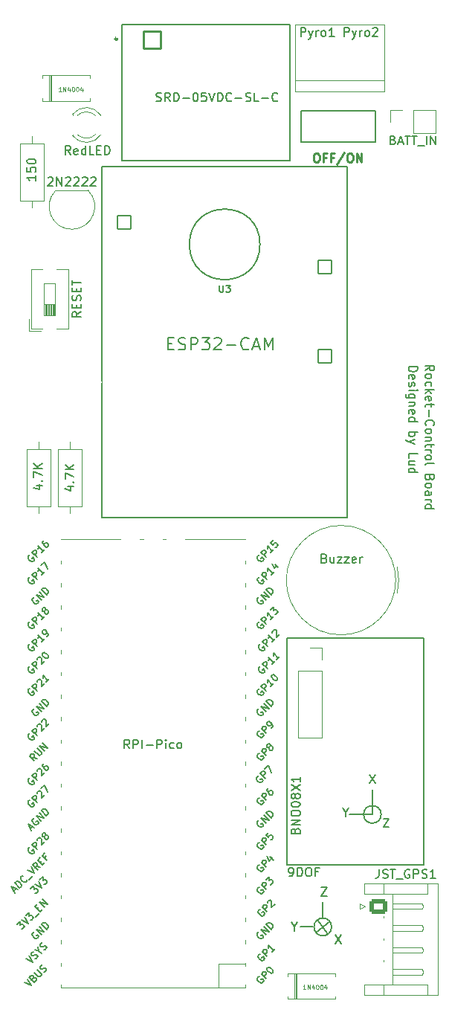
<source format=gto>
G04 #@! TF.GenerationSoftware,KiCad,Pcbnew,7.0.10*
G04 #@! TF.CreationDate,2024-04-13T19:06:11+02:00*
G04 #@! TF.ProjectId,RocketBoard,526f636b-6574-4426-9f61-72642e6b6963,rev?*
G04 #@! TF.SameCoordinates,Original*
G04 #@! TF.FileFunction,Legend,Top*
G04 #@! TF.FilePolarity,Positive*
%FSLAX46Y46*%
G04 Gerber Fmt 4.6, Leading zero omitted, Abs format (unit mm)*
G04 Created by KiCad (PCBNEW 7.0.10) date 2024-04-13 19:06:11*
%MOMM*%
%LPD*%
G01*
G04 APERTURE LIST*
G04 Aperture macros list*
%AMRoundRect*
0 Rectangle with rounded corners*
0 $1 Rounding radius*
0 $2 $3 $4 $5 $6 $7 $8 $9 X,Y pos of 4 corners*
0 Add a 4 corners polygon primitive as box body*
4,1,4,$2,$3,$4,$5,$6,$7,$8,$9,$2,$3,0*
0 Add four circle primitives for the rounded corners*
1,1,$1+$1,$2,$3*
1,1,$1+$1,$4,$5*
1,1,$1+$1,$6,$7*
1,1,$1+$1,$8,$9*
0 Add four rect primitives between the rounded corners*
20,1,$1+$1,$2,$3,$4,$5,0*
20,1,$1+$1,$4,$5,$6,$7,0*
20,1,$1+$1,$6,$7,$8,$9,0*
20,1,$1+$1,$8,$9,$2,$3,0*%
G04 Aperture macros list end*
%ADD10C,0.250000*%
%ADD11C,0.150000*%
%ADD12C,0.125000*%
%ADD13C,0.120000*%
%ADD14C,0.127000*%
%ADD15C,0.300000*%
%ADD16C,0.200000*%
%ADD17O,1.700000X1.700000*%
%ADD18R,1.700000X1.700000*%
%ADD19C,3.000000*%
%ADD20R,3.000000X3.000000*%
%ADD21R,2.000000X2.000000*%
%ADD22C,2.000000*%
%ADD23R,1.300000X1.300000*%
%ADD24C,1.300000*%
%ADD25RoundRect,0.250000X-0.725000X0.600000X-0.725000X-0.600000X0.725000X-0.600000X0.725000X0.600000X0*%
%ADD26O,1.950000X1.700000*%
%ADD27R,3.500000X1.700000*%
%ADD28O,1.800000X1.800000*%
%ADD29O,1.500000X1.500000*%
%ADD30C,2.200000*%
%ADD31RoundRect,0.102000X0.762000X0.762000X-0.762000X0.762000X-0.762000X-0.762000X0.762000X-0.762000X0*%
%ADD32O,3.252000X1.728000*%
%ADD33C,1.800000*%
%ADD34R,1.800000X1.800000*%
%ADD35C,1.600000*%
%ADD36O,1.600000X1.600000*%
%ADD37RoundRect,0.102000X-0.990000X-0.990000X0.990000X-0.990000X0.990000X0.990000X-0.990000X0.990000X0*%
%ADD38C,2.184000*%
%ADD39C,2.139000*%
%ADD40C,1.676400*%
%ADD41R,1.120000X2.440000*%
%ADD42O,1.905000X2.000000*%
%ADD43R,1.905000X2.000000*%
%ADD44O,3.500000X3.500000*%
G04 APERTURE END LIST*
D10*
X133034044Y-48673619D02*
X133224520Y-48673619D01*
X133224520Y-48673619D02*
X133319758Y-48721238D01*
X133319758Y-48721238D02*
X133414996Y-48816476D01*
X133414996Y-48816476D02*
X133462615Y-49006952D01*
X133462615Y-49006952D02*
X133462615Y-49340285D01*
X133462615Y-49340285D02*
X133414996Y-49530761D01*
X133414996Y-49530761D02*
X133319758Y-49626000D01*
X133319758Y-49626000D02*
X133224520Y-49673619D01*
X133224520Y-49673619D02*
X133034044Y-49673619D01*
X133034044Y-49673619D02*
X132938806Y-49626000D01*
X132938806Y-49626000D02*
X132843568Y-49530761D01*
X132843568Y-49530761D02*
X132795949Y-49340285D01*
X132795949Y-49340285D02*
X132795949Y-49006952D01*
X132795949Y-49006952D02*
X132843568Y-48816476D01*
X132843568Y-48816476D02*
X132938806Y-48721238D01*
X132938806Y-48721238D02*
X133034044Y-48673619D01*
X134224520Y-49149809D02*
X133891187Y-49149809D01*
X133891187Y-49673619D02*
X133891187Y-48673619D01*
X133891187Y-48673619D02*
X134367377Y-48673619D01*
X135081663Y-49149809D02*
X134748330Y-49149809D01*
X134748330Y-49673619D02*
X134748330Y-48673619D01*
X134748330Y-48673619D02*
X135224520Y-48673619D01*
X136319758Y-48626000D02*
X135462616Y-49911714D01*
X136843568Y-48673619D02*
X137034044Y-48673619D01*
X137034044Y-48673619D02*
X137129282Y-48721238D01*
X137129282Y-48721238D02*
X137224520Y-48816476D01*
X137224520Y-48816476D02*
X137272139Y-49006952D01*
X137272139Y-49006952D02*
X137272139Y-49340285D01*
X137272139Y-49340285D02*
X137224520Y-49530761D01*
X137224520Y-49530761D02*
X137129282Y-49626000D01*
X137129282Y-49626000D02*
X137034044Y-49673619D01*
X137034044Y-49673619D02*
X136843568Y-49673619D01*
X136843568Y-49673619D02*
X136748330Y-49626000D01*
X136748330Y-49626000D02*
X136653092Y-49530761D01*
X136653092Y-49530761D02*
X136605473Y-49340285D01*
X136605473Y-49340285D02*
X136605473Y-49006952D01*
X136605473Y-49006952D02*
X136653092Y-48816476D01*
X136653092Y-48816476D02*
X136748330Y-48721238D01*
X136748330Y-48721238D02*
X136843568Y-48673619D01*
X137700711Y-49673619D02*
X137700711Y-48673619D01*
X137700711Y-48673619D02*
X138272139Y-49673619D01*
X138272139Y-49673619D02*
X138272139Y-48673619D01*
D11*
X136900000Y-123950000D02*
X139500000Y-123950000D01*
X140500000Y-123950000D02*
G75*
G03*
X138500000Y-123950000I-1000000J0D01*
G01*
X138500000Y-123950000D02*
G75*
G03*
X140500000Y-123950000I1000000J0D01*
G01*
X139500000Y-123950000D02*
X139500000Y-121150000D01*
X131258000Y-136763000D02*
X132758000Y-136763000D01*
X134658000Y-136163000D02*
X133058000Y-137363000D01*
X129785000Y-103900000D02*
X145385000Y-103900000D01*
X145385000Y-129700000D01*
X129785000Y-129700000D01*
X129785000Y-103900000D01*
X133258000Y-135963000D02*
X134458000Y-137563000D01*
X133858000Y-135763000D02*
X133858000Y-133963000D01*
X134858000Y-136763000D02*
G75*
G03*
X132858000Y-136763000I-1000000J0D01*
G01*
X132858000Y-136763000D02*
G75*
G03*
X134858000Y-136763000I1000000J0D01*
G01*
X130585255Y-136756628D02*
X130585255Y-137232819D01*
X130251922Y-136232819D02*
X130585255Y-136756628D01*
X130585255Y-136756628D02*
X130918588Y-136232819D01*
X139141541Y-119419819D02*
X139808207Y-120419819D01*
X139808207Y-119419819D02*
X139141541Y-120419819D01*
X101261152Y-86494809D02*
X101927819Y-86494809D01*
X100880200Y-86732904D02*
X101594485Y-86970999D01*
X101594485Y-86970999D02*
X101594485Y-86351952D01*
X101832580Y-85970999D02*
X101880200Y-85923380D01*
X101880200Y-85923380D02*
X101927819Y-85970999D01*
X101927819Y-85970999D02*
X101880200Y-86018618D01*
X101880200Y-86018618D02*
X101832580Y-85970999D01*
X101832580Y-85970999D02*
X101927819Y-85970999D01*
X100927819Y-85590047D02*
X100927819Y-84923381D01*
X100927819Y-84923381D02*
X101927819Y-85351952D01*
X101927819Y-84542428D02*
X100927819Y-84542428D01*
X101927819Y-83971000D02*
X101356390Y-84399571D01*
X100927819Y-83971000D02*
X101499247Y-84542428D01*
X136427255Y-123743628D02*
X136427255Y-124219819D01*
X136093922Y-123219819D02*
X136427255Y-123743628D01*
X136427255Y-123743628D02*
X136760588Y-123219819D01*
X135299541Y-137632819D02*
X135966207Y-138632819D01*
X135966207Y-137632819D02*
X135299541Y-138632819D01*
X145545180Y-73425207D02*
X146021371Y-73091874D01*
X145545180Y-72853779D02*
X146545180Y-72853779D01*
X146545180Y-72853779D02*
X146545180Y-73234731D01*
X146545180Y-73234731D02*
X146497561Y-73329969D01*
X146497561Y-73329969D02*
X146449942Y-73377588D01*
X146449942Y-73377588D02*
X146354704Y-73425207D01*
X146354704Y-73425207D02*
X146211847Y-73425207D01*
X146211847Y-73425207D02*
X146116609Y-73377588D01*
X146116609Y-73377588D02*
X146068990Y-73329969D01*
X146068990Y-73329969D02*
X146021371Y-73234731D01*
X146021371Y-73234731D02*
X146021371Y-72853779D01*
X145545180Y-73996636D02*
X145592800Y-73901398D01*
X145592800Y-73901398D02*
X145640419Y-73853779D01*
X145640419Y-73853779D02*
X145735657Y-73806160D01*
X145735657Y-73806160D02*
X146021371Y-73806160D01*
X146021371Y-73806160D02*
X146116609Y-73853779D01*
X146116609Y-73853779D02*
X146164228Y-73901398D01*
X146164228Y-73901398D02*
X146211847Y-73996636D01*
X146211847Y-73996636D02*
X146211847Y-74139493D01*
X146211847Y-74139493D02*
X146164228Y-74234731D01*
X146164228Y-74234731D02*
X146116609Y-74282350D01*
X146116609Y-74282350D02*
X146021371Y-74329969D01*
X146021371Y-74329969D02*
X145735657Y-74329969D01*
X145735657Y-74329969D02*
X145640419Y-74282350D01*
X145640419Y-74282350D02*
X145592800Y-74234731D01*
X145592800Y-74234731D02*
X145545180Y-74139493D01*
X145545180Y-74139493D02*
X145545180Y-73996636D01*
X145592800Y-75187112D02*
X145545180Y-75091874D01*
X145545180Y-75091874D02*
X145545180Y-74901398D01*
X145545180Y-74901398D02*
X145592800Y-74806160D01*
X145592800Y-74806160D02*
X145640419Y-74758541D01*
X145640419Y-74758541D02*
X145735657Y-74710922D01*
X145735657Y-74710922D02*
X146021371Y-74710922D01*
X146021371Y-74710922D02*
X146116609Y-74758541D01*
X146116609Y-74758541D02*
X146164228Y-74806160D01*
X146164228Y-74806160D02*
X146211847Y-74901398D01*
X146211847Y-74901398D02*
X146211847Y-75091874D01*
X146211847Y-75091874D02*
X146164228Y-75187112D01*
X145545180Y-75615684D02*
X146545180Y-75615684D01*
X145926133Y-75710922D02*
X145545180Y-75996636D01*
X146211847Y-75996636D02*
X145830895Y-75615684D01*
X145592800Y-76806160D02*
X145545180Y-76710922D01*
X145545180Y-76710922D02*
X145545180Y-76520446D01*
X145545180Y-76520446D02*
X145592800Y-76425208D01*
X145592800Y-76425208D02*
X145688038Y-76377589D01*
X145688038Y-76377589D02*
X146068990Y-76377589D01*
X146068990Y-76377589D02*
X146164228Y-76425208D01*
X146164228Y-76425208D02*
X146211847Y-76520446D01*
X146211847Y-76520446D02*
X146211847Y-76710922D01*
X146211847Y-76710922D02*
X146164228Y-76806160D01*
X146164228Y-76806160D02*
X146068990Y-76853779D01*
X146068990Y-76853779D02*
X145973752Y-76853779D01*
X145973752Y-76853779D02*
X145878514Y-76377589D01*
X146211847Y-77139494D02*
X146211847Y-77520446D01*
X146545180Y-77282351D02*
X145688038Y-77282351D01*
X145688038Y-77282351D02*
X145592800Y-77329970D01*
X145592800Y-77329970D02*
X145545180Y-77425208D01*
X145545180Y-77425208D02*
X145545180Y-77520446D01*
X145926133Y-77853780D02*
X145926133Y-78615685D01*
X145640419Y-79663303D02*
X145592800Y-79615684D01*
X145592800Y-79615684D02*
X145545180Y-79472827D01*
X145545180Y-79472827D02*
X145545180Y-79377589D01*
X145545180Y-79377589D02*
X145592800Y-79234732D01*
X145592800Y-79234732D02*
X145688038Y-79139494D01*
X145688038Y-79139494D02*
X145783276Y-79091875D01*
X145783276Y-79091875D02*
X145973752Y-79044256D01*
X145973752Y-79044256D02*
X146116609Y-79044256D01*
X146116609Y-79044256D02*
X146307085Y-79091875D01*
X146307085Y-79091875D02*
X146402323Y-79139494D01*
X146402323Y-79139494D02*
X146497561Y-79234732D01*
X146497561Y-79234732D02*
X146545180Y-79377589D01*
X146545180Y-79377589D02*
X146545180Y-79472827D01*
X146545180Y-79472827D02*
X146497561Y-79615684D01*
X146497561Y-79615684D02*
X146449942Y-79663303D01*
X145545180Y-80234732D02*
X145592800Y-80139494D01*
X145592800Y-80139494D02*
X145640419Y-80091875D01*
X145640419Y-80091875D02*
X145735657Y-80044256D01*
X145735657Y-80044256D02*
X146021371Y-80044256D01*
X146021371Y-80044256D02*
X146116609Y-80091875D01*
X146116609Y-80091875D02*
X146164228Y-80139494D01*
X146164228Y-80139494D02*
X146211847Y-80234732D01*
X146211847Y-80234732D02*
X146211847Y-80377589D01*
X146211847Y-80377589D02*
X146164228Y-80472827D01*
X146164228Y-80472827D02*
X146116609Y-80520446D01*
X146116609Y-80520446D02*
X146021371Y-80568065D01*
X146021371Y-80568065D02*
X145735657Y-80568065D01*
X145735657Y-80568065D02*
X145640419Y-80520446D01*
X145640419Y-80520446D02*
X145592800Y-80472827D01*
X145592800Y-80472827D02*
X145545180Y-80377589D01*
X145545180Y-80377589D02*
X145545180Y-80234732D01*
X146211847Y-80996637D02*
X145545180Y-80996637D01*
X146116609Y-80996637D02*
X146164228Y-81044256D01*
X146164228Y-81044256D02*
X146211847Y-81139494D01*
X146211847Y-81139494D02*
X146211847Y-81282351D01*
X146211847Y-81282351D02*
X146164228Y-81377589D01*
X146164228Y-81377589D02*
X146068990Y-81425208D01*
X146068990Y-81425208D02*
X145545180Y-81425208D01*
X146211847Y-81758542D02*
X146211847Y-82139494D01*
X146545180Y-81901399D02*
X145688038Y-81901399D01*
X145688038Y-81901399D02*
X145592800Y-81949018D01*
X145592800Y-81949018D02*
X145545180Y-82044256D01*
X145545180Y-82044256D02*
X145545180Y-82139494D01*
X145545180Y-82472828D02*
X146211847Y-82472828D01*
X146021371Y-82472828D02*
X146116609Y-82520447D01*
X146116609Y-82520447D02*
X146164228Y-82568066D01*
X146164228Y-82568066D02*
X146211847Y-82663304D01*
X146211847Y-82663304D02*
X146211847Y-82758542D01*
X145545180Y-83234733D02*
X145592800Y-83139495D01*
X145592800Y-83139495D02*
X145640419Y-83091876D01*
X145640419Y-83091876D02*
X145735657Y-83044257D01*
X145735657Y-83044257D02*
X146021371Y-83044257D01*
X146021371Y-83044257D02*
X146116609Y-83091876D01*
X146116609Y-83091876D02*
X146164228Y-83139495D01*
X146164228Y-83139495D02*
X146211847Y-83234733D01*
X146211847Y-83234733D02*
X146211847Y-83377590D01*
X146211847Y-83377590D02*
X146164228Y-83472828D01*
X146164228Y-83472828D02*
X146116609Y-83520447D01*
X146116609Y-83520447D02*
X146021371Y-83568066D01*
X146021371Y-83568066D02*
X145735657Y-83568066D01*
X145735657Y-83568066D02*
X145640419Y-83520447D01*
X145640419Y-83520447D02*
X145592800Y-83472828D01*
X145592800Y-83472828D02*
X145545180Y-83377590D01*
X145545180Y-83377590D02*
X145545180Y-83234733D01*
X145545180Y-84139495D02*
X145592800Y-84044257D01*
X145592800Y-84044257D02*
X145688038Y-83996638D01*
X145688038Y-83996638D02*
X146545180Y-83996638D01*
X146068990Y-85615686D02*
X146021371Y-85758543D01*
X146021371Y-85758543D02*
X145973752Y-85806162D01*
X145973752Y-85806162D02*
X145878514Y-85853781D01*
X145878514Y-85853781D02*
X145735657Y-85853781D01*
X145735657Y-85853781D02*
X145640419Y-85806162D01*
X145640419Y-85806162D02*
X145592800Y-85758543D01*
X145592800Y-85758543D02*
X145545180Y-85663305D01*
X145545180Y-85663305D02*
X145545180Y-85282353D01*
X145545180Y-85282353D02*
X146545180Y-85282353D01*
X146545180Y-85282353D02*
X146545180Y-85615686D01*
X146545180Y-85615686D02*
X146497561Y-85710924D01*
X146497561Y-85710924D02*
X146449942Y-85758543D01*
X146449942Y-85758543D02*
X146354704Y-85806162D01*
X146354704Y-85806162D02*
X146259466Y-85806162D01*
X146259466Y-85806162D02*
X146164228Y-85758543D01*
X146164228Y-85758543D02*
X146116609Y-85710924D01*
X146116609Y-85710924D02*
X146068990Y-85615686D01*
X146068990Y-85615686D02*
X146068990Y-85282353D01*
X145545180Y-86425210D02*
X145592800Y-86329972D01*
X145592800Y-86329972D02*
X145640419Y-86282353D01*
X145640419Y-86282353D02*
X145735657Y-86234734D01*
X145735657Y-86234734D02*
X146021371Y-86234734D01*
X146021371Y-86234734D02*
X146116609Y-86282353D01*
X146116609Y-86282353D02*
X146164228Y-86329972D01*
X146164228Y-86329972D02*
X146211847Y-86425210D01*
X146211847Y-86425210D02*
X146211847Y-86568067D01*
X146211847Y-86568067D02*
X146164228Y-86663305D01*
X146164228Y-86663305D02*
X146116609Y-86710924D01*
X146116609Y-86710924D02*
X146021371Y-86758543D01*
X146021371Y-86758543D02*
X145735657Y-86758543D01*
X145735657Y-86758543D02*
X145640419Y-86710924D01*
X145640419Y-86710924D02*
X145592800Y-86663305D01*
X145592800Y-86663305D02*
X145545180Y-86568067D01*
X145545180Y-86568067D02*
X145545180Y-86425210D01*
X145545180Y-87615686D02*
X146068990Y-87615686D01*
X146068990Y-87615686D02*
X146164228Y-87568067D01*
X146164228Y-87568067D02*
X146211847Y-87472829D01*
X146211847Y-87472829D02*
X146211847Y-87282353D01*
X146211847Y-87282353D02*
X146164228Y-87187115D01*
X145592800Y-87615686D02*
X145545180Y-87520448D01*
X145545180Y-87520448D02*
X145545180Y-87282353D01*
X145545180Y-87282353D02*
X145592800Y-87187115D01*
X145592800Y-87187115D02*
X145688038Y-87139496D01*
X145688038Y-87139496D02*
X145783276Y-87139496D01*
X145783276Y-87139496D02*
X145878514Y-87187115D01*
X145878514Y-87187115D02*
X145926133Y-87282353D01*
X145926133Y-87282353D02*
X145926133Y-87520448D01*
X145926133Y-87520448D02*
X145973752Y-87615686D01*
X145545180Y-88091877D02*
X146211847Y-88091877D01*
X146021371Y-88091877D02*
X146116609Y-88139496D01*
X146116609Y-88139496D02*
X146164228Y-88187115D01*
X146164228Y-88187115D02*
X146211847Y-88282353D01*
X146211847Y-88282353D02*
X146211847Y-88377591D01*
X145545180Y-89139496D02*
X146545180Y-89139496D01*
X145592800Y-89139496D02*
X145545180Y-89044258D01*
X145545180Y-89044258D02*
X145545180Y-88853782D01*
X145545180Y-88853782D02*
X145592800Y-88758544D01*
X145592800Y-88758544D02*
X145640419Y-88710925D01*
X145640419Y-88710925D02*
X145735657Y-88663306D01*
X145735657Y-88663306D02*
X146021371Y-88663306D01*
X146021371Y-88663306D02*
X146116609Y-88710925D01*
X146116609Y-88710925D02*
X146164228Y-88758544D01*
X146164228Y-88758544D02*
X146211847Y-88853782D01*
X146211847Y-88853782D02*
X146211847Y-89044258D01*
X146211847Y-89044258D02*
X146164228Y-89139496D01*
X143640180Y-72980779D02*
X144640180Y-72980779D01*
X144640180Y-72980779D02*
X144640180Y-73218874D01*
X144640180Y-73218874D02*
X144592561Y-73361731D01*
X144592561Y-73361731D02*
X144497323Y-73456969D01*
X144497323Y-73456969D02*
X144402085Y-73504588D01*
X144402085Y-73504588D02*
X144211609Y-73552207D01*
X144211609Y-73552207D02*
X144068752Y-73552207D01*
X144068752Y-73552207D02*
X143878276Y-73504588D01*
X143878276Y-73504588D02*
X143783038Y-73456969D01*
X143783038Y-73456969D02*
X143687800Y-73361731D01*
X143687800Y-73361731D02*
X143640180Y-73218874D01*
X143640180Y-73218874D02*
X143640180Y-72980779D01*
X143687800Y-74361731D02*
X143640180Y-74266493D01*
X143640180Y-74266493D02*
X143640180Y-74076017D01*
X143640180Y-74076017D02*
X143687800Y-73980779D01*
X143687800Y-73980779D02*
X143783038Y-73933160D01*
X143783038Y-73933160D02*
X144163990Y-73933160D01*
X144163990Y-73933160D02*
X144259228Y-73980779D01*
X144259228Y-73980779D02*
X144306847Y-74076017D01*
X144306847Y-74076017D02*
X144306847Y-74266493D01*
X144306847Y-74266493D02*
X144259228Y-74361731D01*
X144259228Y-74361731D02*
X144163990Y-74409350D01*
X144163990Y-74409350D02*
X144068752Y-74409350D01*
X144068752Y-74409350D02*
X143973514Y-73933160D01*
X143687800Y-74790303D02*
X143640180Y-74885541D01*
X143640180Y-74885541D02*
X143640180Y-75076017D01*
X143640180Y-75076017D02*
X143687800Y-75171255D01*
X143687800Y-75171255D02*
X143783038Y-75218874D01*
X143783038Y-75218874D02*
X143830657Y-75218874D01*
X143830657Y-75218874D02*
X143925895Y-75171255D01*
X143925895Y-75171255D02*
X143973514Y-75076017D01*
X143973514Y-75076017D02*
X143973514Y-74933160D01*
X143973514Y-74933160D02*
X144021133Y-74837922D01*
X144021133Y-74837922D02*
X144116371Y-74790303D01*
X144116371Y-74790303D02*
X144163990Y-74790303D01*
X144163990Y-74790303D02*
X144259228Y-74837922D01*
X144259228Y-74837922D02*
X144306847Y-74933160D01*
X144306847Y-74933160D02*
X144306847Y-75076017D01*
X144306847Y-75076017D02*
X144259228Y-75171255D01*
X143640180Y-75647446D02*
X144306847Y-75647446D01*
X144640180Y-75647446D02*
X144592561Y-75599827D01*
X144592561Y-75599827D02*
X144544942Y-75647446D01*
X144544942Y-75647446D02*
X144592561Y-75695065D01*
X144592561Y-75695065D02*
X144640180Y-75647446D01*
X144640180Y-75647446D02*
X144544942Y-75647446D01*
X144306847Y-76552207D02*
X143497323Y-76552207D01*
X143497323Y-76552207D02*
X143402085Y-76504588D01*
X143402085Y-76504588D02*
X143354466Y-76456969D01*
X143354466Y-76456969D02*
X143306847Y-76361731D01*
X143306847Y-76361731D02*
X143306847Y-76218874D01*
X143306847Y-76218874D02*
X143354466Y-76123636D01*
X143687800Y-76552207D02*
X143640180Y-76456969D01*
X143640180Y-76456969D02*
X143640180Y-76266493D01*
X143640180Y-76266493D02*
X143687800Y-76171255D01*
X143687800Y-76171255D02*
X143735419Y-76123636D01*
X143735419Y-76123636D02*
X143830657Y-76076017D01*
X143830657Y-76076017D02*
X144116371Y-76076017D01*
X144116371Y-76076017D02*
X144211609Y-76123636D01*
X144211609Y-76123636D02*
X144259228Y-76171255D01*
X144259228Y-76171255D02*
X144306847Y-76266493D01*
X144306847Y-76266493D02*
X144306847Y-76456969D01*
X144306847Y-76456969D02*
X144259228Y-76552207D01*
X144306847Y-77028398D02*
X143640180Y-77028398D01*
X144211609Y-77028398D02*
X144259228Y-77076017D01*
X144259228Y-77076017D02*
X144306847Y-77171255D01*
X144306847Y-77171255D02*
X144306847Y-77314112D01*
X144306847Y-77314112D02*
X144259228Y-77409350D01*
X144259228Y-77409350D02*
X144163990Y-77456969D01*
X144163990Y-77456969D02*
X143640180Y-77456969D01*
X143687800Y-78314112D02*
X143640180Y-78218874D01*
X143640180Y-78218874D02*
X143640180Y-78028398D01*
X143640180Y-78028398D02*
X143687800Y-77933160D01*
X143687800Y-77933160D02*
X143783038Y-77885541D01*
X143783038Y-77885541D02*
X144163990Y-77885541D01*
X144163990Y-77885541D02*
X144259228Y-77933160D01*
X144259228Y-77933160D02*
X144306847Y-78028398D01*
X144306847Y-78028398D02*
X144306847Y-78218874D01*
X144306847Y-78218874D02*
X144259228Y-78314112D01*
X144259228Y-78314112D02*
X144163990Y-78361731D01*
X144163990Y-78361731D02*
X144068752Y-78361731D01*
X144068752Y-78361731D02*
X143973514Y-77885541D01*
X143640180Y-79218874D02*
X144640180Y-79218874D01*
X143687800Y-79218874D02*
X143640180Y-79123636D01*
X143640180Y-79123636D02*
X143640180Y-78933160D01*
X143640180Y-78933160D02*
X143687800Y-78837922D01*
X143687800Y-78837922D02*
X143735419Y-78790303D01*
X143735419Y-78790303D02*
X143830657Y-78742684D01*
X143830657Y-78742684D02*
X144116371Y-78742684D01*
X144116371Y-78742684D02*
X144211609Y-78790303D01*
X144211609Y-78790303D02*
X144259228Y-78837922D01*
X144259228Y-78837922D02*
X144306847Y-78933160D01*
X144306847Y-78933160D02*
X144306847Y-79123636D01*
X144306847Y-79123636D02*
X144259228Y-79218874D01*
X143640180Y-80456970D02*
X144640180Y-80456970D01*
X144259228Y-80456970D02*
X144306847Y-80552208D01*
X144306847Y-80552208D02*
X144306847Y-80742684D01*
X144306847Y-80742684D02*
X144259228Y-80837922D01*
X144259228Y-80837922D02*
X144211609Y-80885541D01*
X144211609Y-80885541D02*
X144116371Y-80933160D01*
X144116371Y-80933160D02*
X143830657Y-80933160D01*
X143830657Y-80933160D02*
X143735419Y-80885541D01*
X143735419Y-80885541D02*
X143687800Y-80837922D01*
X143687800Y-80837922D02*
X143640180Y-80742684D01*
X143640180Y-80742684D02*
X143640180Y-80552208D01*
X143640180Y-80552208D02*
X143687800Y-80456970D01*
X144306847Y-81266494D02*
X143640180Y-81504589D01*
X144306847Y-81742684D02*
X143640180Y-81504589D01*
X143640180Y-81504589D02*
X143402085Y-81409351D01*
X143402085Y-81409351D02*
X143354466Y-81361732D01*
X143354466Y-81361732D02*
X143306847Y-81266494D01*
X143640180Y-83361732D02*
X143640180Y-82885542D01*
X143640180Y-82885542D02*
X144640180Y-82885542D01*
X144306847Y-84123637D02*
X143640180Y-84123637D01*
X144306847Y-83695066D02*
X143783038Y-83695066D01*
X143783038Y-83695066D02*
X143687800Y-83742685D01*
X143687800Y-83742685D02*
X143640180Y-83837923D01*
X143640180Y-83837923D02*
X143640180Y-83980780D01*
X143640180Y-83980780D02*
X143687800Y-84076018D01*
X143687800Y-84076018D02*
X143735419Y-84123637D01*
X143640180Y-85028399D02*
X144640180Y-85028399D01*
X143687800Y-85028399D02*
X143640180Y-84933161D01*
X143640180Y-84933161D02*
X143640180Y-84742685D01*
X143640180Y-84742685D02*
X143687800Y-84647447D01*
X143687800Y-84647447D02*
X143735419Y-84599828D01*
X143735419Y-84599828D02*
X143830657Y-84552209D01*
X143830657Y-84552209D02*
X144116371Y-84552209D01*
X144116371Y-84552209D02*
X144211609Y-84599828D01*
X144211609Y-84599828D02*
X144259228Y-84647447D01*
X144259228Y-84647447D02*
X144306847Y-84742685D01*
X144306847Y-84742685D02*
X144306847Y-84933161D01*
X144306847Y-84933161D02*
X144259228Y-85028399D01*
X140741541Y-124419819D02*
X141408207Y-124419819D01*
X141408207Y-124419819D02*
X140741541Y-125419819D01*
X140741541Y-125419819D02*
X141408207Y-125419819D01*
X133699541Y-132232819D02*
X134366207Y-132232819D01*
X134366207Y-132232819D02*
X133699541Y-133232819D01*
X133699541Y-133232819D02*
X134366207Y-133232819D01*
X131342047Y-35379819D02*
X131342047Y-34379819D01*
X131342047Y-34379819D02*
X131722999Y-34379819D01*
X131722999Y-34379819D02*
X131818237Y-34427438D01*
X131818237Y-34427438D02*
X131865856Y-34475057D01*
X131865856Y-34475057D02*
X131913475Y-34570295D01*
X131913475Y-34570295D02*
X131913475Y-34713152D01*
X131913475Y-34713152D02*
X131865856Y-34808390D01*
X131865856Y-34808390D02*
X131818237Y-34856009D01*
X131818237Y-34856009D02*
X131722999Y-34903628D01*
X131722999Y-34903628D02*
X131342047Y-34903628D01*
X132246809Y-34713152D02*
X132484904Y-35379819D01*
X132722999Y-34713152D02*
X132484904Y-35379819D01*
X132484904Y-35379819D02*
X132389666Y-35617914D01*
X132389666Y-35617914D02*
X132342047Y-35665533D01*
X132342047Y-35665533D02*
X132246809Y-35713152D01*
X133103952Y-35379819D02*
X133103952Y-34713152D01*
X133103952Y-34903628D02*
X133151571Y-34808390D01*
X133151571Y-34808390D02*
X133199190Y-34760771D01*
X133199190Y-34760771D02*
X133294428Y-34713152D01*
X133294428Y-34713152D02*
X133389666Y-34713152D01*
X133865857Y-35379819D02*
X133770619Y-35332200D01*
X133770619Y-35332200D02*
X133723000Y-35284580D01*
X133723000Y-35284580D02*
X133675381Y-35189342D01*
X133675381Y-35189342D02*
X133675381Y-34903628D01*
X133675381Y-34903628D02*
X133723000Y-34808390D01*
X133723000Y-34808390D02*
X133770619Y-34760771D01*
X133770619Y-34760771D02*
X133865857Y-34713152D01*
X133865857Y-34713152D02*
X134008714Y-34713152D01*
X134008714Y-34713152D02*
X134103952Y-34760771D01*
X134103952Y-34760771D02*
X134151571Y-34808390D01*
X134151571Y-34808390D02*
X134199190Y-34903628D01*
X134199190Y-34903628D02*
X134199190Y-35189342D01*
X134199190Y-35189342D02*
X134151571Y-35284580D01*
X134151571Y-35284580D02*
X134103952Y-35332200D01*
X134103952Y-35332200D02*
X134008714Y-35379819D01*
X134008714Y-35379819D02*
X133865857Y-35379819D01*
X135151571Y-35379819D02*
X134580143Y-35379819D01*
X134865857Y-35379819D02*
X134865857Y-34379819D01*
X134865857Y-34379819D02*
X134770619Y-34522676D01*
X134770619Y-34522676D02*
X134675381Y-34617914D01*
X134675381Y-34617914D02*
X134580143Y-34665533D01*
X136295047Y-35379819D02*
X136295047Y-34379819D01*
X136295047Y-34379819D02*
X136675999Y-34379819D01*
X136675999Y-34379819D02*
X136771237Y-34427438D01*
X136771237Y-34427438D02*
X136818856Y-34475057D01*
X136818856Y-34475057D02*
X136866475Y-34570295D01*
X136866475Y-34570295D02*
X136866475Y-34713152D01*
X136866475Y-34713152D02*
X136818856Y-34808390D01*
X136818856Y-34808390D02*
X136771237Y-34856009D01*
X136771237Y-34856009D02*
X136675999Y-34903628D01*
X136675999Y-34903628D02*
X136295047Y-34903628D01*
X137199809Y-34713152D02*
X137437904Y-35379819D01*
X137675999Y-34713152D02*
X137437904Y-35379819D01*
X137437904Y-35379819D02*
X137342666Y-35617914D01*
X137342666Y-35617914D02*
X137295047Y-35665533D01*
X137295047Y-35665533D02*
X137199809Y-35713152D01*
X138056952Y-35379819D02*
X138056952Y-34713152D01*
X138056952Y-34903628D02*
X138104571Y-34808390D01*
X138104571Y-34808390D02*
X138152190Y-34760771D01*
X138152190Y-34760771D02*
X138247428Y-34713152D01*
X138247428Y-34713152D02*
X138342666Y-34713152D01*
X138818857Y-35379819D02*
X138723619Y-35332200D01*
X138723619Y-35332200D02*
X138676000Y-35284580D01*
X138676000Y-35284580D02*
X138628381Y-35189342D01*
X138628381Y-35189342D02*
X138628381Y-34903628D01*
X138628381Y-34903628D02*
X138676000Y-34808390D01*
X138676000Y-34808390D02*
X138723619Y-34760771D01*
X138723619Y-34760771D02*
X138818857Y-34713152D01*
X138818857Y-34713152D02*
X138961714Y-34713152D01*
X138961714Y-34713152D02*
X139056952Y-34760771D01*
X139056952Y-34760771D02*
X139104571Y-34808390D01*
X139104571Y-34808390D02*
X139152190Y-34903628D01*
X139152190Y-34903628D02*
X139152190Y-35189342D01*
X139152190Y-35189342D02*
X139104571Y-35284580D01*
X139104571Y-35284580D02*
X139056952Y-35332200D01*
X139056952Y-35332200D02*
X138961714Y-35379819D01*
X138961714Y-35379819D02*
X138818857Y-35379819D01*
X139533143Y-34475057D02*
X139580762Y-34427438D01*
X139580762Y-34427438D02*
X139676000Y-34379819D01*
X139676000Y-34379819D02*
X139914095Y-34379819D01*
X139914095Y-34379819D02*
X140009333Y-34427438D01*
X140009333Y-34427438D02*
X140056952Y-34475057D01*
X140056952Y-34475057D02*
X140104571Y-34570295D01*
X140104571Y-34570295D02*
X140104571Y-34665533D01*
X140104571Y-34665533D02*
X140056952Y-34808390D01*
X140056952Y-34808390D02*
X139485524Y-35379819D01*
X139485524Y-35379819D02*
X140104571Y-35379819D01*
X134041428Y-94800009D02*
X134184285Y-94847628D01*
X134184285Y-94847628D02*
X134231904Y-94895247D01*
X134231904Y-94895247D02*
X134279523Y-94990485D01*
X134279523Y-94990485D02*
X134279523Y-95133342D01*
X134279523Y-95133342D02*
X134231904Y-95228580D01*
X134231904Y-95228580D02*
X134184285Y-95276200D01*
X134184285Y-95276200D02*
X134089047Y-95323819D01*
X134089047Y-95323819D02*
X133708095Y-95323819D01*
X133708095Y-95323819D02*
X133708095Y-94323819D01*
X133708095Y-94323819D02*
X134041428Y-94323819D01*
X134041428Y-94323819D02*
X134136666Y-94371438D01*
X134136666Y-94371438D02*
X134184285Y-94419057D01*
X134184285Y-94419057D02*
X134231904Y-94514295D01*
X134231904Y-94514295D02*
X134231904Y-94609533D01*
X134231904Y-94609533D02*
X134184285Y-94704771D01*
X134184285Y-94704771D02*
X134136666Y-94752390D01*
X134136666Y-94752390D02*
X134041428Y-94800009D01*
X134041428Y-94800009D02*
X133708095Y-94800009D01*
X135136666Y-94657152D02*
X135136666Y-95323819D01*
X134708095Y-94657152D02*
X134708095Y-95180961D01*
X134708095Y-95180961D02*
X134755714Y-95276200D01*
X134755714Y-95276200D02*
X134850952Y-95323819D01*
X134850952Y-95323819D02*
X134993809Y-95323819D01*
X134993809Y-95323819D02*
X135089047Y-95276200D01*
X135089047Y-95276200D02*
X135136666Y-95228580D01*
X135517619Y-94657152D02*
X136041428Y-94657152D01*
X136041428Y-94657152D02*
X135517619Y-95323819D01*
X135517619Y-95323819D02*
X136041428Y-95323819D01*
X136327143Y-94657152D02*
X136850952Y-94657152D01*
X136850952Y-94657152D02*
X136327143Y-95323819D01*
X136327143Y-95323819D02*
X136850952Y-95323819D01*
X137612857Y-95276200D02*
X137517619Y-95323819D01*
X137517619Y-95323819D02*
X137327143Y-95323819D01*
X137327143Y-95323819D02*
X137231905Y-95276200D01*
X137231905Y-95276200D02*
X137184286Y-95180961D01*
X137184286Y-95180961D02*
X137184286Y-94800009D01*
X137184286Y-94800009D02*
X137231905Y-94704771D01*
X137231905Y-94704771D02*
X137327143Y-94657152D01*
X137327143Y-94657152D02*
X137517619Y-94657152D01*
X137517619Y-94657152D02*
X137612857Y-94704771D01*
X137612857Y-94704771D02*
X137660476Y-94800009D01*
X137660476Y-94800009D02*
X137660476Y-94895247D01*
X137660476Y-94895247D02*
X137184286Y-94990485D01*
X138089048Y-95323819D02*
X138089048Y-94657152D01*
X138089048Y-94847628D02*
X138136667Y-94752390D01*
X138136667Y-94752390D02*
X138184286Y-94704771D01*
X138184286Y-94704771D02*
X138279524Y-94657152D01*
X138279524Y-94657152D02*
X138374762Y-94657152D01*
X130741009Y-125816952D02*
X130788628Y-125674095D01*
X130788628Y-125674095D02*
X130836247Y-125626476D01*
X130836247Y-125626476D02*
X130931485Y-125578857D01*
X130931485Y-125578857D02*
X131074342Y-125578857D01*
X131074342Y-125578857D02*
X131169580Y-125626476D01*
X131169580Y-125626476D02*
X131217200Y-125674095D01*
X131217200Y-125674095D02*
X131264819Y-125769333D01*
X131264819Y-125769333D02*
X131264819Y-126150285D01*
X131264819Y-126150285D02*
X130264819Y-126150285D01*
X130264819Y-126150285D02*
X130264819Y-125816952D01*
X130264819Y-125816952D02*
X130312438Y-125721714D01*
X130312438Y-125721714D02*
X130360057Y-125674095D01*
X130360057Y-125674095D02*
X130455295Y-125626476D01*
X130455295Y-125626476D02*
X130550533Y-125626476D01*
X130550533Y-125626476D02*
X130645771Y-125674095D01*
X130645771Y-125674095D02*
X130693390Y-125721714D01*
X130693390Y-125721714D02*
X130741009Y-125816952D01*
X130741009Y-125816952D02*
X130741009Y-126150285D01*
X131264819Y-125150285D02*
X130264819Y-125150285D01*
X130264819Y-125150285D02*
X131264819Y-124578857D01*
X131264819Y-124578857D02*
X130264819Y-124578857D01*
X130264819Y-123912190D02*
X130264819Y-123721714D01*
X130264819Y-123721714D02*
X130312438Y-123626476D01*
X130312438Y-123626476D02*
X130407676Y-123531238D01*
X130407676Y-123531238D02*
X130598152Y-123483619D01*
X130598152Y-123483619D02*
X130931485Y-123483619D01*
X130931485Y-123483619D02*
X131121961Y-123531238D01*
X131121961Y-123531238D02*
X131217200Y-123626476D01*
X131217200Y-123626476D02*
X131264819Y-123721714D01*
X131264819Y-123721714D02*
X131264819Y-123912190D01*
X131264819Y-123912190D02*
X131217200Y-124007428D01*
X131217200Y-124007428D02*
X131121961Y-124102666D01*
X131121961Y-124102666D02*
X130931485Y-124150285D01*
X130931485Y-124150285D02*
X130598152Y-124150285D01*
X130598152Y-124150285D02*
X130407676Y-124102666D01*
X130407676Y-124102666D02*
X130312438Y-124007428D01*
X130312438Y-124007428D02*
X130264819Y-123912190D01*
X130264819Y-122864571D02*
X130264819Y-122769333D01*
X130264819Y-122769333D02*
X130312438Y-122674095D01*
X130312438Y-122674095D02*
X130360057Y-122626476D01*
X130360057Y-122626476D02*
X130455295Y-122578857D01*
X130455295Y-122578857D02*
X130645771Y-122531238D01*
X130645771Y-122531238D02*
X130883866Y-122531238D01*
X130883866Y-122531238D02*
X131074342Y-122578857D01*
X131074342Y-122578857D02*
X131169580Y-122626476D01*
X131169580Y-122626476D02*
X131217200Y-122674095D01*
X131217200Y-122674095D02*
X131264819Y-122769333D01*
X131264819Y-122769333D02*
X131264819Y-122864571D01*
X131264819Y-122864571D02*
X131217200Y-122959809D01*
X131217200Y-122959809D02*
X131169580Y-123007428D01*
X131169580Y-123007428D02*
X131074342Y-123055047D01*
X131074342Y-123055047D02*
X130883866Y-123102666D01*
X130883866Y-123102666D02*
X130645771Y-123102666D01*
X130645771Y-123102666D02*
X130455295Y-123055047D01*
X130455295Y-123055047D02*
X130360057Y-123007428D01*
X130360057Y-123007428D02*
X130312438Y-122959809D01*
X130312438Y-122959809D02*
X130264819Y-122864571D01*
X130693390Y-121959809D02*
X130645771Y-122055047D01*
X130645771Y-122055047D02*
X130598152Y-122102666D01*
X130598152Y-122102666D02*
X130502914Y-122150285D01*
X130502914Y-122150285D02*
X130455295Y-122150285D01*
X130455295Y-122150285D02*
X130360057Y-122102666D01*
X130360057Y-122102666D02*
X130312438Y-122055047D01*
X130312438Y-122055047D02*
X130264819Y-121959809D01*
X130264819Y-121959809D02*
X130264819Y-121769333D01*
X130264819Y-121769333D02*
X130312438Y-121674095D01*
X130312438Y-121674095D02*
X130360057Y-121626476D01*
X130360057Y-121626476D02*
X130455295Y-121578857D01*
X130455295Y-121578857D02*
X130502914Y-121578857D01*
X130502914Y-121578857D02*
X130598152Y-121626476D01*
X130598152Y-121626476D02*
X130645771Y-121674095D01*
X130645771Y-121674095D02*
X130693390Y-121769333D01*
X130693390Y-121769333D02*
X130693390Y-121959809D01*
X130693390Y-121959809D02*
X130741009Y-122055047D01*
X130741009Y-122055047D02*
X130788628Y-122102666D01*
X130788628Y-122102666D02*
X130883866Y-122150285D01*
X130883866Y-122150285D02*
X131074342Y-122150285D01*
X131074342Y-122150285D02*
X131169580Y-122102666D01*
X131169580Y-122102666D02*
X131217200Y-122055047D01*
X131217200Y-122055047D02*
X131264819Y-121959809D01*
X131264819Y-121959809D02*
X131264819Y-121769333D01*
X131264819Y-121769333D02*
X131217200Y-121674095D01*
X131217200Y-121674095D02*
X131169580Y-121626476D01*
X131169580Y-121626476D02*
X131074342Y-121578857D01*
X131074342Y-121578857D02*
X130883866Y-121578857D01*
X130883866Y-121578857D02*
X130788628Y-121626476D01*
X130788628Y-121626476D02*
X130741009Y-121674095D01*
X130741009Y-121674095D02*
X130693390Y-121769333D01*
X130264819Y-121245523D02*
X131264819Y-120578857D01*
X130264819Y-120578857D02*
X131264819Y-121245523D01*
X131264819Y-119674095D02*
X131264819Y-120245523D01*
X131264819Y-119959809D02*
X130264819Y-119959809D01*
X130264819Y-119959809D02*
X130407676Y-120055047D01*
X130407676Y-120055047D02*
X130502914Y-120150285D01*
X130502914Y-120150285D02*
X130550533Y-120245523D01*
X130056143Y-131010819D02*
X130246619Y-131010819D01*
X130246619Y-131010819D02*
X130341857Y-130963200D01*
X130341857Y-130963200D02*
X130389476Y-130915580D01*
X130389476Y-130915580D02*
X130484714Y-130772723D01*
X130484714Y-130772723D02*
X130532333Y-130582247D01*
X130532333Y-130582247D02*
X130532333Y-130201295D01*
X130532333Y-130201295D02*
X130484714Y-130106057D01*
X130484714Y-130106057D02*
X130437095Y-130058438D01*
X130437095Y-130058438D02*
X130341857Y-130010819D01*
X130341857Y-130010819D02*
X130151381Y-130010819D01*
X130151381Y-130010819D02*
X130056143Y-130058438D01*
X130056143Y-130058438D02*
X130008524Y-130106057D01*
X130008524Y-130106057D02*
X129960905Y-130201295D01*
X129960905Y-130201295D02*
X129960905Y-130439390D01*
X129960905Y-130439390D02*
X130008524Y-130534628D01*
X130008524Y-130534628D02*
X130056143Y-130582247D01*
X130056143Y-130582247D02*
X130151381Y-130629866D01*
X130151381Y-130629866D02*
X130341857Y-130629866D01*
X130341857Y-130629866D02*
X130437095Y-130582247D01*
X130437095Y-130582247D02*
X130484714Y-130534628D01*
X130484714Y-130534628D02*
X130532333Y-130439390D01*
X130960905Y-131010819D02*
X130960905Y-130010819D01*
X130960905Y-130010819D02*
X131199000Y-130010819D01*
X131199000Y-130010819D02*
X131341857Y-130058438D01*
X131341857Y-130058438D02*
X131437095Y-130153676D01*
X131437095Y-130153676D02*
X131484714Y-130248914D01*
X131484714Y-130248914D02*
X131532333Y-130439390D01*
X131532333Y-130439390D02*
X131532333Y-130582247D01*
X131532333Y-130582247D02*
X131484714Y-130772723D01*
X131484714Y-130772723D02*
X131437095Y-130867961D01*
X131437095Y-130867961D02*
X131341857Y-130963200D01*
X131341857Y-130963200D02*
X131199000Y-131010819D01*
X131199000Y-131010819D02*
X130960905Y-131010819D01*
X132151381Y-130010819D02*
X132341857Y-130010819D01*
X132341857Y-130010819D02*
X132437095Y-130058438D01*
X132437095Y-130058438D02*
X132532333Y-130153676D01*
X132532333Y-130153676D02*
X132579952Y-130344152D01*
X132579952Y-130344152D02*
X132579952Y-130677485D01*
X132579952Y-130677485D02*
X132532333Y-130867961D01*
X132532333Y-130867961D02*
X132437095Y-130963200D01*
X132437095Y-130963200D02*
X132341857Y-131010819D01*
X132341857Y-131010819D02*
X132151381Y-131010819D01*
X132151381Y-131010819D02*
X132056143Y-130963200D01*
X132056143Y-130963200D02*
X131960905Y-130867961D01*
X131960905Y-130867961D02*
X131913286Y-130677485D01*
X131913286Y-130677485D02*
X131913286Y-130344152D01*
X131913286Y-130344152D02*
X131960905Y-130153676D01*
X131960905Y-130153676D02*
X132056143Y-130058438D01*
X132056143Y-130058438D02*
X132151381Y-130010819D01*
X133341857Y-130487009D02*
X133008524Y-130487009D01*
X133008524Y-131010819D02*
X133008524Y-130010819D01*
X133008524Y-130010819D02*
X133484714Y-130010819D01*
X102568714Y-51497057D02*
X102616333Y-51449438D01*
X102616333Y-51449438D02*
X102711571Y-51401819D01*
X102711571Y-51401819D02*
X102949666Y-51401819D01*
X102949666Y-51401819D02*
X103044904Y-51449438D01*
X103044904Y-51449438D02*
X103092523Y-51497057D01*
X103092523Y-51497057D02*
X103140142Y-51592295D01*
X103140142Y-51592295D02*
X103140142Y-51687533D01*
X103140142Y-51687533D02*
X103092523Y-51830390D01*
X103092523Y-51830390D02*
X102521095Y-52401819D01*
X102521095Y-52401819D02*
X103140142Y-52401819D01*
X103568714Y-52401819D02*
X103568714Y-51401819D01*
X103568714Y-51401819D02*
X104140142Y-52401819D01*
X104140142Y-52401819D02*
X104140142Y-51401819D01*
X104568714Y-51497057D02*
X104616333Y-51449438D01*
X104616333Y-51449438D02*
X104711571Y-51401819D01*
X104711571Y-51401819D02*
X104949666Y-51401819D01*
X104949666Y-51401819D02*
X105044904Y-51449438D01*
X105044904Y-51449438D02*
X105092523Y-51497057D01*
X105092523Y-51497057D02*
X105140142Y-51592295D01*
X105140142Y-51592295D02*
X105140142Y-51687533D01*
X105140142Y-51687533D02*
X105092523Y-51830390D01*
X105092523Y-51830390D02*
X104521095Y-52401819D01*
X104521095Y-52401819D02*
X105140142Y-52401819D01*
X105521095Y-51497057D02*
X105568714Y-51449438D01*
X105568714Y-51449438D02*
X105663952Y-51401819D01*
X105663952Y-51401819D02*
X105902047Y-51401819D01*
X105902047Y-51401819D02*
X105997285Y-51449438D01*
X105997285Y-51449438D02*
X106044904Y-51497057D01*
X106044904Y-51497057D02*
X106092523Y-51592295D01*
X106092523Y-51592295D02*
X106092523Y-51687533D01*
X106092523Y-51687533D02*
X106044904Y-51830390D01*
X106044904Y-51830390D02*
X105473476Y-52401819D01*
X105473476Y-52401819D02*
X106092523Y-52401819D01*
X106473476Y-51497057D02*
X106521095Y-51449438D01*
X106521095Y-51449438D02*
X106616333Y-51401819D01*
X106616333Y-51401819D02*
X106854428Y-51401819D01*
X106854428Y-51401819D02*
X106949666Y-51449438D01*
X106949666Y-51449438D02*
X106997285Y-51497057D01*
X106997285Y-51497057D02*
X107044904Y-51592295D01*
X107044904Y-51592295D02*
X107044904Y-51687533D01*
X107044904Y-51687533D02*
X106997285Y-51830390D01*
X106997285Y-51830390D02*
X106425857Y-52401819D01*
X106425857Y-52401819D02*
X107044904Y-52401819D01*
X107425857Y-51497057D02*
X107473476Y-51449438D01*
X107473476Y-51449438D02*
X107568714Y-51401819D01*
X107568714Y-51401819D02*
X107806809Y-51401819D01*
X107806809Y-51401819D02*
X107902047Y-51449438D01*
X107902047Y-51449438D02*
X107949666Y-51497057D01*
X107949666Y-51497057D02*
X107997285Y-51592295D01*
X107997285Y-51592295D02*
X107997285Y-51687533D01*
X107997285Y-51687533D02*
X107949666Y-51830390D01*
X107949666Y-51830390D02*
X107378238Y-52401819D01*
X107378238Y-52401819D02*
X107997285Y-52401819D01*
X140252380Y-130204819D02*
X140252380Y-130919104D01*
X140252380Y-130919104D02*
X140204761Y-131061961D01*
X140204761Y-131061961D02*
X140109523Y-131157200D01*
X140109523Y-131157200D02*
X139966666Y-131204819D01*
X139966666Y-131204819D02*
X139871428Y-131204819D01*
X140680952Y-131157200D02*
X140823809Y-131204819D01*
X140823809Y-131204819D02*
X141061904Y-131204819D01*
X141061904Y-131204819D02*
X141157142Y-131157200D01*
X141157142Y-131157200D02*
X141204761Y-131109580D01*
X141204761Y-131109580D02*
X141252380Y-131014342D01*
X141252380Y-131014342D02*
X141252380Y-130919104D01*
X141252380Y-130919104D02*
X141204761Y-130823866D01*
X141204761Y-130823866D02*
X141157142Y-130776247D01*
X141157142Y-130776247D02*
X141061904Y-130728628D01*
X141061904Y-130728628D02*
X140871428Y-130681009D01*
X140871428Y-130681009D02*
X140776190Y-130633390D01*
X140776190Y-130633390D02*
X140728571Y-130585771D01*
X140728571Y-130585771D02*
X140680952Y-130490533D01*
X140680952Y-130490533D02*
X140680952Y-130395295D01*
X140680952Y-130395295D02*
X140728571Y-130300057D01*
X140728571Y-130300057D02*
X140776190Y-130252438D01*
X140776190Y-130252438D02*
X140871428Y-130204819D01*
X140871428Y-130204819D02*
X141109523Y-130204819D01*
X141109523Y-130204819D02*
X141252380Y-130252438D01*
X141538095Y-130204819D02*
X142109523Y-130204819D01*
X141823809Y-131204819D02*
X141823809Y-130204819D01*
X142204762Y-131300057D02*
X142966666Y-131300057D01*
X143728571Y-130252438D02*
X143633333Y-130204819D01*
X143633333Y-130204819D02*
X143490476Y-130204819D01*
X143490476Y-130204819D02*
X143347619Y-130252438D01*
X143347619Y-130252438D02*
X143252381Y-130347676D01*
X143252381Y-130347676D02*
X143204762Y-130442914D01*
X143204762Y-130442914D02*
X143157143Y-130633390D01*
X143157143Y-130633390D02*
X143157143Y-130776247D01*
X143157143Y-130776247D02*
X143204762Y-130966723D01*
X143204762Y-130966723D02*
X143252381Y-131061961D01*
X143252381Y-131061961D02*
X143347619Y-131157200D01*
X143347619Y-131157200D02*
X143490476Y-131204819D01*
X143490476Y-131204819D02*
X143585714Y-131204819D01*
X143585714Y-131204819D02*
X143728571Y-131157200D01*
X143728571Y-131157200D02*
X143776190Y-131109580D01*
X143776190Y-131109580D02*
X143776190Y-130776247D01*
X143776190Y-130776247D02*
X143585714Y-130776247D01*
X144204762Y-131204819D02*
X144204762Y-130204819D01*
X144204762Y-130204819D02*
X144585714Y-130204819D01*
X144585714Y-130204819D02*
X144680952Y-130252438D01*
X144680952Y-130252438D02*
X144728571Y-130300057D01*
X144728571Y-130300057D02*
X144776190Y-130395295D01*
X144776190Y-130395295D02*
X144776190Y-130538152D01*
X144776190Y-130538152D02*
X144728571Y-130633390D01*
X144728571Y-130633390D02*
X144680952Y-130681009D01*
X144680952Y-130681009D02*
X144585714Y-130728628D01*
X144585714Y-130728628D02*
X144204762Y-130728628D01*
X145157143Y-131157200D02*
X145300000Y-131204819D01*
X145300000Y-131204819D02*
X145538095Y-131204819D01*
X145538095Y-131204819D02*
X145633333Y-131157200D01*
X145633333Y-131157200D02*
X145680952Y-131109580D01*
X145680952Y-131109580D02*
X145728571Y-131014342D01*
X145728571Y-131014342D02*
X145728571Y-130919104D01*
X145728571Y-130919104D02*
X145680952Y-130823866D01*
X145680952Y-130823866D02*
X145633333Y-130776247D01*
X145633333Y-130776247D02*
X145538095Y-130728628D01*
X145538095Y-130728628D02*
X145347619Y-130681009D01*
X145347619Y-130681009D02*
X145252381Y-130633390D01*
X145252381Y-130633390D02*
X145204762Y-130585771D01*
X145204762Y-130585771D02*
X145157143Y-130490533D01*
X145157143Y-130490533D02*
X145157143Y-130395295D01*
X145157143Y-130395295D02*
X145204762Y-130300057D01*
X145204762Y-130300057D02*
X145252381Y-130252438D01*
X145252381Y-130252438D02*
X145347619Y-130204819D01*
X145347619Y-130204819D02*
X145585714Y-130204819D01*
X145585714Y-130204819D02*
X145728571Y-130252438D01*
X146680952Y-131204819D02*
X146109524Y-131204819D01*
X146395238Y-131204819D02*
X146395238Y-130204819D01*
X146395238Y-130204819D02*
X146300000Y-130347676D01*
X146300000Y-130347676D02*
X146204762Y-130442914D01*
X146204762Y-130442914D02*
X146109524Y-130490533D01*
X111833333Y-116445819D02*
X111500000Y-115969628D01*
X111261905Y-116445819D02*
X111261905Y-115445819D01*
X111261905Y-115445819D02*
X111642857Y-115445819D01*
X111642857Y-115445819D02*
X111738095Y-115493438D01*
X111738095Y-115493438D02*
X111785714Y-115541057D01*
X111785714Y-115541057D02*
X111833333Y-115636295D01*
X111833333Y-115636295D02*
X111833333Y-115779152D01*
X111833333Y-115779152D02*
X111785714Y-115874390D01*
X111785714Y-115874390D02*
X111738095Y-115922009D01*
X111738095Y-115922009D02*
X111642857Y-115969628D01*
X111642857Y-115969628D02*
X111261905Y-115969628D01*
X112261905Y-116445819D02*
X112261905Y-115445819D01*
X112261905Y-115445819D02*
X112642857Y-115445819D01*
X112642857Y-115445819D02*
X112738095Y-115493438D01*
X112738095Y-115493438D02*
X112785714Y-115541057D01*
X112785714Y-115541057D02*
X112833333Y-115636295D01*
X112833333Y-115636295D02*
X112833333Y-115779152D01*
X112833333Y-115779152D02*
X112785714Y-115874390D01*
X112785714Y-115874390D02*
X112738095Y-115922009D01*
X112738095Y-115922009D02*
X112642857Y-115969628D01*
X112642857Y-115969628D02*
X112261905Y-115969628D01*
X113261905Y-116445819D02*
X113261905Y-115445819D01*
X113738095Y-116064866D02*
X114500000Y-116064866D01*
X114976190Y-116445819D02*
X114976190Y-115445819D01*
X114976190Y-115445819D02*
X115357142Y-115445819D01*
X115357142Y-115445819D02*
X115452380Y-115493438D01*
X115452380Y-115493438D02*
X115499999Y-115541057D01*
X115499999Y-115541057D02*
X115547618Y-115636295D01*
X115547618Y-115636295D02*
X115547618Y-115779152D01*
X115547618Y-115779152D02*
X115499999Y-115874390D01*
X115499999Y-115874390D02*
X115452380Y-115922009D01*
X115452380Y-115922009D02*
X115357142Y-115969628D01*
X115357142Y-115969628D02*
X114976190Y-115969628D01*
X115976190Y-116445819D02*
X115976190Y-115779152D01*
X115976190Y-115445819D02*
X115928571Y-115493438D01*
X115928571Y-115493438D02*
X115976190Y-115541057D01*
X115976190Y-115541057D02*
X116023809Y-115493438D01*
X116023809Y-115493438D02*
X115976190Y-115445819D01*
X115976190Y-115445819D02*
X115976190Y-115541057D01*
X116880951Y-116398200D02*
X116785713Y-116445819D01*
X116785713Y-116445819D02*
X116595237Y-116445819D01*
X116595237Y-116445819D02*
X116499999Y-116398200D01*
X116499999Y-116398200D02*
X116452380Y-116350580D01*
X116452380Y-116350580D02*
X116404761Y-116255342D01*
X116404761Y-116255342D02*
X116404761Y-115969628D01*
X116404761Y-115969628D02*
X116452380Y-115874390D01*
X116452380Y-115874390D02*
X116499999Y-115826771D01*
X116499999Y-115826771D02*
X116595237Y-115779152D01*
X116595237Y-115779152D02*
X116785713Y-115779152D01*
X116785713Y-115779152D02*
X116880951Y-115826771D01*
X117452380Y-116445819D02*
X117357142Y-116398200D01*
X117357142Y-116398200D02*
X117309523Y-116350580D01*
X117309523Y-116350580D02*
X117261904Y-116255342D01*
X117261904Y-116255342D02*
X117261904Y-115969628D01*
X117261904Y-115969628D02*
X117309523Y-115874390D01*
X117309523Y-115874390D02*
X117357142Y-115826771D01*
X117357142Y-115826771D02*
X117452380Y-115779152D01*
X117452380Y-115779152D02*
X117595237Y-115779152D01*
X117595237Y-115779152D02*
X117690475Y-115826771D01*
X117690475Y-115826771D02*
X117738094Y-115874390D01*
X117738094Y-115874390D02*
X117785713Y-115969628D01*
X117785713Y-115969628D02*
X117785713Y-116255342D01*
X117785713Y-116255342D02*
X117738094Y-116350580D01*
X117738094Y-116350580D02*
X117690475Y-116398200D01*
X117690475Y-116398200D02*
X117595237Y-116445819D01*
X117595237Y-116445819D02*
X117452380Y-116445819D01*
X100489998Y-94410868D02*
X100409185Y-94437805D01*
X100409185Y-94437805D02*
X100328373Y-94518618D01*
X100328373Y-94518618D02*
X100274498Y-94626367D01*
X100274498Y-94626367D02*
X100274498Y-94734117D01*
X100274498Y-94734117D02*
X100301436Y-94814929D01*
X100301436Y-94814929D02*
X100382248Y-94949616D01*
X100382248Y-94949616D02*
X100463060Y-95030428D01*
X100463060Y-95030428D02*
X100597747Y-95111241D01*
X100597747Y-95111241D02*
X100678560Y-95138178D01*
X100678560Y-95138178D02*
X100786309Y-95138178D01*
X100786309Y-95138178D02*
X100894059Y-95084303D01*
X100894059Y-95084303D02*
X100947934Y-95030428D01*
X100947934Y-95030428D02*
X101001808Y-94922679D01*
X101001808Y-94922679D02*
X101001808Y-94868804D01*
X101001808Y-94868804D02*
X100813247Y-94680242D01*
X100813247Y-94680242D02*
X100705497Y-94787992D01*
X101298120Y-94680242D02*
X100732434Y-94114557D01*
X100732434Y-94114557D02*
X100947934Y-93899057D01*
X100947934Y-93899057D02*
X101028746Y-93872120D01*
X101028746Y-93872120D02*
X101082621Y-93872120D01*
X101082621Y-93872120D02*
X101163433Y-93899057D01*
X101163433Y-93899057D02*
X101244245Y-93979870D01*
X101244245Y-93979870D02*
X101271182Y-94060682D01*
X101271182Y-94060682D02*
X101271182Y-94114557D01*
X101271182Y-94114557D02*
X101244245Y-94195369D01*
X101244245Y-94195369D02*
X101028746Y-94410868D01*
X102160117Y-93818245D02*
X101836868Y-94141494D01*
X101998492Y-93979870D02*
X101432807Y-93414184D01*
X101432807Y-93414184D02*
X101459744Y-93548871D01*
X101459744Y-93548871D02*
X101459744Y-93656621D01*
X101459744Y-93656621D02*
X101432807Y-93737433D01*
X102079305Y-92767686D02*
X101971555Y-92875436D01*
X101971555Y-92875436D02*
X101944618Y-92956248D01*
X101944618Y-92956248D02*
X101944618Y-93010123D01*
X101944618Y-93010123D02*
X101971555Y-93144810D01*
X101971555Y-93144810D02*
X102052367Y-93279497D01*
X102052367Y-93279497D02*
X102267866Y-93494996D01*
X102267866Y-93494996D02*
X102348679Y-93521934D01*
X102348679Y-93521934D02*
X102402553Y-93521934D01*
X102402553Y-93521934D02*
X102483366Y-93494996D01*
X102483366Y-93494996D02*
X102591115Y-93387247D01*
X102591115Y-93387247D02*
X102618053Y-93306434D01*
X102618053Y-93306434D02*
X102618053Y-93252560D01*
X102618053Y-93252560D02*
X102591115Y-93171747D01*
X102591115Y-93171747D02*
X102456428Y-93037060D01*
X102456428Y-93037060D02*
X102375616Y-93010123D01*
X102375616Y-93010123D02*
X102321741Y-93010123D01*
X102321741Y-93010123D02*
X102240929Y-93037060D01*
X102240929Y-93037060D02*
X102133179Y-93144810D01*
X102133179Y-93144810D02*
X102106242Y-93225622D01*
X102106242Y-93225622D02*
X102106242Y-93279497D01*
X102106242Y-93279497D02*
X102133179Y-93360309D01*
X126613372Y-114461494D02*
X126532560Y-114488431D01*
X126532560Y-114488431D02*
X126451748Y-114569243D01*
X126451748Y-114569243D02*
X126397873Y-114676993D01*
X126397873Y-114676993D02*
X126397873Y-114784742D01*
X126397873Y-114784742D02*
X126424810Y-114865555D01*
X126424810Y-114865555D02*
X126505623Y-115000242D01*
X126505623Y-115000242D02*
X126586435Y-115081054D01*
X126586435Y-115081054D02*
X126721122Y-115161866D01*
X126721122Y-115161866D02*
X126801934Y-115188803D01*
X126801934Y-115188803D02*
X126909684Y-115188803D01*
X126909684Y-115188803D02*
X127017433Y-115134929D01*
X127017433Y-115134929D02*
X127071308Y-115081054D01*
X127071308Y-115081054D02*
X127125183Y-114973304D01*
X127125183Y-114973304D02*
X127125183Y-114919429D01*
X127125183Y-114919429D02*
X126936621Y-114730868D01*
X126936621Y-114730868D02*
X126828871Y-114838617D01*
X127421494Y-114730868D02*
X126855809Y-114165182D01*
X126855809Y-114165182D02*
X127071308Y-113949683D01*
X127071308Y-113949683D02*
X127152120Y-113922746D01*
X127152120Y-113922746D02*
X127205995Y-113922746D01*
X127205995Y-113922746D02*
X127286807Y-113949683D01*
X127286807Y-113949683D02*
X127367619Y-114030495D01*
X127367619Y-114030495D02*
X127394557Y-114111307D01*
X127394557Y-114111307D02*
X127394557Y-114165182D01*
X127394557Y-114165182D02*
X127367619Y-114245994D01*
X127367619Y-114245994D02*
X127152120Y-114461494D01*
X128014117Y-114138245D02*
X128121867Y-114030495D01*
X128121867Y-114030495D02*
X128148804Y-113949683D01*
X128148804Y-113949683D02*
X128148804Y-113895808D01*
X128148804Y-113895808D02*
X128121867Y-113761121D01*
X128121867Y-113761121D02*
X128041054Y-113626434D01*
X128041054Y-113626434D02*
X127825555Y-113410935D01*
X127825555Y-113410935D02*
X127744743Y-113383998D01*
X127744743Y-113383998D02*
X127690868Y-113383998D01*
X127690868Y-113383998D02*
X127610056Y-113410935D01*
X127610056Y-113410935D02*
X127502306Y-113518685D01*
X127502306Y-113518685D02*
X127475369Y-113599497D01*
X127475369Y-113599497D02*
X127475369Y-113653372D01*
X127475369Y-113653372D02*
X127502306Y-113734184D01*
X127502306Y-113734184D02*
X127636993Y-113868871D01*
X127636993Y-113868871D02*
X127717806Y-113895808D01*
X127717806Y-113895808D02*
X127771680Y-113895808D01*
X127771680Y-113895808D02*
X127852493Y-113868871D01*
X127852493Y-113868871D02*
X127960242Y-113761121D01*
X127960242Y-113761121D02*
X127987180Y-113680309D01*
X127987180Y-113680309D02*
X127987180Y-113626434D01*
X127987180Y-113626434D02*
X127960242Y-113545622D01*
X126586435Y-99248431D02*
X126505623Y-99275368D01*
X126505623Y-99275368D02*
X126424811Y-99356180D01*
X126424811Y-99356180D02*
X126370936Y-99463930D01*
X126370936Y-99463930D02*
X126370936Y-99571680D01*
X126370936Y-99571680D02*
X126397873Y-99652492D01*
X126397873Y-99652492D02*
X126478685Y-99787179D01*
X126478685Y-99787179D02*
X126559498Y-99867991D01*
X126559498Y-99867991D02*
X126694185Y-99948803D01*
X126694185Y-99948803D02*
X126774997Y-99975741D01*
X126774997Y-99975741D02*
X126882746Y-99975741D01*
X126882746Y-99975741D02*
X126990496Y-99921866D01*
X126990496Y-99921866D02*
X127044371Y-99867991D01*
X127044371Y-99867991D02*
X127098246Y-99760241D01*
X127098246Y-99760241D02*
X127098246Y-99706367D01*
X127098246Y-99706367D02*
X126909684Y-99517805D01*
X126909684Y-99517805D02*
X126801934Y-99625554D01*
X127394557Y-99517805D02*
X126828872Y-98952119D01*
X126828872Y-98952119D02*
X127717806Y-99194556D01*
X127717806Y-99194556D02*
X127152120Y-98628871D01*
X127987180Y-98925182D02*
X127421494Y-98359497D01*
X127421494Y-98359497D02*
X127556181Y-98224810D01*
X127556181Y-98224810D02*
X127663931Y-98170935D01*
X127663931Y-98170935D02*
X127771680Y-98170935D01*
X127771680Y-98170935D02*
X127852493Y-98197872D01*
X127852493Y-98197872D02*
X127987180Y-98278685D01*
X127987180Y-98278685D02*
X128067992Y-98359497D01*
X128067992Y-98359497D02*
X128148804Y-98494184D01*
X128148804Y-98494184D02*
X128175741Y-98574996D01*
X128175741Y-98574996D02*
X128175741Y-98682746D01*
X128175741Y-98682746D02*
X128121867Y-98790495D01*
X128121867Y-98790495D02*
X127987180Y-98925182D01*
X100489998Y-114730868D02*
X100409185Y-114757805D01*
X100409185Y-114757805D02*
X100328373Y-114838618D01*
X100328373Y-114838618D02*
X100274498Y-114946367D01*
X100274498Y-114946367D02*
X100274498Y-115054117D01*
X100274498Y-115054117D02*
X100301436Y-115134929D01*
X100301436Y-115134929D02*
X100382248Y-115269616D01*
X100382248Y-115269616D02*
X100463060Y-115350428D01*
X100463060Y-115350428D02*
X100597747Y-115431241D01*
X100597747Y-115431241D02*
X100678560Y-115458178D01*
X100678560Y-115458178D02*
X100786309Y-115458178D01*
X100786309Y-115458178D02*
X100894059Y-115404303D01*
X100894059Y-115404303D02*
X100947934Y-115350428D01*
X100947934Y-115350428D02*
X101001808Y-115242679D01*
X101001808Y-115242679D02*
X101001808Y-115188804D01*
X101001808Y-115188804D02*
X100813247Y-115000242D01*
X100813247Y-115000242D02*
X100705497Y-115107992D01*
X101298120Y-115000242D02*
X100732434Y-114434557D01*
X100732434Y-114434557D02*
X100947934Y-114219057D01*
X100947934Y-114219057D02*
X101028746Y-114192120D01*
X101028746Y-114192120D02*
X101082621Y-114192120D01*
X101082621Y-114192120D02*
X101163433Y-114219057D01*
X101163433Y-114219057D02*
X101244245Y-114299870D01*
X101244245Y-114299870D02*
X101271182Y-114380682D01*
X101271182Y-114380682D02*
X101271182Y-114434557D01*
X101271182Y-114434557D02*
X101244245Y-114515369D01*
X101244245Y-114515369D02*
X101028746Y-114730868D01*
X101325057Y-113949683D02*
X101325057Y-113895809D01*
X101325057Y-113895809D02*
X101351995Y-113814996D01*
X101351995Y-113814996D02*
X101486682Y-113680309D01*
X101486682Y-113680309D02*
X101567494Y-113653372D01*
X101567494Y-113653372D02*
X101621369Y-113653372D01*
X101621369Y-113653372D02*
X101702181Y-113680309D01*
X101702181Y-113680309D02*
X101756056Y-113734184D01*
X101756056Y-113734184D02*
X101809930Y-113841934D01*
X101809930Y-113841934D02*
X101809930Y-114488431D01*
X101809930Y-114488431D02*
X102160117Y-114138245D01*
X101863805Y-113410935D02*
X101863805Y-113357060D01*
X101863805Y-113357060D02*
X101890743Y-113276248D01*
X101890743Y-113276248D02*
X102025430Y-113141561D01*
X102025430Y-113141561D02*
X102106242Y-113114624D01*
X102106242Y-113114624D02*
X102160117Y-113114624D01*
X102160117Y-113114624D02*
X102240929Y-113141561D01*
X102240929Y-113141561D02*
X102294804Y-113195436D01*
X102294804Y-113195436D02*
X102348679Y-113303186D01*
X102348679Y-113303186D02*
X102348679Y-113949683D01*
X102348679Y-113949683D02*
X102698865Y-113599497D01*
X100489998Y-127684868D02*
X100409185Y-127711805D01*
X100409185Y-127711805D02*
X100328373Y-127792618D01*
X100328373Y-127792618D02*
X100274498Y-127900367D01*
X100274498Y-127900367D02*
X100274498Y-128008117D01*
X100274498Y-128008117D02*
X100301436Y-128088929D01*
X100301436Y-128088929D02*
X100382248Y-128223616D01*
X100382248Y-128223616D02*
X100463060Y-128304428D01*
X100463060Y-128304428D02*
X100597747Y-128385241D01*
X100597747Y-128385241D02*
X100678560Y-128412178D01*
X100678560Y-128412178D02*
X100786309Y-128412178D01*
X100786309Y-128412178D02*
X100894059Y-128358303D01*
X100894059Y-128358303D02*
X100947934Y-128304428D01*
X100947934Y-128304428D02*
X101001808Y-128196679D01*
X101001808Y-128196679D02*
X101001808Y-128142804D01*
X101001808Y-128142804D02*
X100813247Y-127954242D01*
X100813247Y-127954242D02*
X100705497Y-128061992D01*
X101298120Y-127954242D02*
X100732434Y-127388557D01*
X100732434Y-127388557D02*
X100947934Y-127173057D01*
X100947934Y-127173057D02*
X101028746Y-127146120D01*
X101028746Y-127146120D02*
X101082621Y-127146120D01*
X101082621Y-127146120D02*
X101163433Y-127173057D01*
X101163433Y-127173057D02*
X101244245Y-127253870D01*
X101244245Y-127253870D02*
X101271182Y-127334682D01*
X101271182Y-127334682D02*
X101271182Y-127388557D01*
X101271182Y-127388557D02*
X101244245Y-127469369D01*
X101244245Y-127469369D02*
X101028746Y-127684868D01*
X101325057Y-126903683D02*
X101325057Y-126849809D01*
X101325057Y-126849809D02*
X101351995Y-126768996D01*
X101351995Y-126768996D02*
X101486682Y-126634309D01*
X101486682Y-126634309D02*
X101567494Y-126607372D01*
X101567494Y-126607372D02*
X101621369Y-126607372D01*
X101621369Y-126607372D02*
X101702181Y-126634309D01*
X101702181Y-126634309D02*
X101756056Y-126688184D01*
X101756056Y-126688184D02*
X101809930Y-126795934D01*
X101809930Y-126795934D02*
X101809930Y-127442431D01*
X101809930Y-127442431D02*
X102160117Y-127092245D01*
X102160117Y-126445747D02*
X102079305Y-126472685D01*
X102079305Y-126472685D02*
X102025430Y-126472685D01*
X102025430Y-126472685D02*
X101944618Y-126445747D01*
X101944618Y-126445747D02*
X101917680Y-126418810D01*
X101917680Y-126418810D02*
X101890743Y-126337998D01*
X101890743Y-126337998D02*
X101890743Y-126284123D01*
X101890743Y-126284123D02*
X101917680Y-126203311D01*
X101917680Y-126203311D02*
X102025430Y-126095561D01*
X102025430Y-126095561D02*
X102106242Y-126068624D01*
X102106242Y-126068624D02*
X102160117Y-126068624D01*
X102160117Y-126068624D02*
X102240929Y-126095561D01*
X102240929Y-126095561D02*
X102267866Y-126122499D01*
X102267866Y-126122499D02*
X102294804Y-126203311D01*
X102294804Y-126203311D02*
X102294804Y-126257186D01*
X102294804Y-126257186D02*
X102267866Y-126337998D01*
X102267866Y-126337998D02*
X102160117Y-126445747D01*
X102160117Y-126445747D02*
X102133179Y-126526560D01*
X102133179Y-126526560D02*
X102133179Y-126580434D01*
X102133179Y-126580434D02*
X102160117Y-126661247D01*
X102160117Y-126661247D02*
X102267866Y-126768996D01*
X102267866Y-126768996D02*
X102348679Y-126795934D01*
X102348679Y-126795934D02*
X102402553Y-126795934D01*
X102402553Y-126795934D02*
X102483366Y-126768996D01*
X102483366Y-126768996D02*
X102591115Y-126661247D01*
X102591115Y-126661247D02*
X102618053Y-126580434D01*
X102618053Y-126580434D02*
X102618053Y-126526560D01*
X102618053Y-126526560D02*
X102591115Y-126445747D01*
X102591115Y-126445747D02*
X102483366Y-126337998D01*
X102483366Y-126337998D02*
X102402553Y-126311060D01*
X102402553Y-126311060D02*
X102348679Y-126311060D01*
X102348679Y-126311060D02*
X102267866Y-126337998D01*
X126586435Y-137348431D02*
X126505623Y-137375368D01*
X126505623Y-137375368D02*
X126424811Y-137456180D01*
X126424811Y-137456180D02*
X126370936Y-137563930D01*
X126370936Y-137563930D02*
X126370936Y-137671680D01*
X126370936Y-137671680D02*
X126397873Y-137752492D01*
X126397873Y-137752492D02*
X126478685Y-137887179D01*
X126478685Y-137887179D02*
X126559498Y-137967991D01*
X126559498Y-137967991D02*
X126694185Y-138048803D01*
X126694185Y-138048803D02*
X126774997Y-138075741D01*
X126774997Y-138075741D02*
X126882746Y-138075741D01*
X126882746Y-138075741D02*
X126990496Y-138021866D01*
X126990496Y-138021866D02*
X127044371Y-137967991D01*
X127044371Y-137967991D02*
X127098246Y-137860241D01*
X127098246Y-137860241D02*
X127098246Y-137806367D01*
X127098246Y-137806367D02*
X126909684Y-137617805D01*
X126909684Y-137617805D02*
X126801934Y-137725554D01*
X127394557Y-137617805D02*
X126828872Y-137052119D01*
X126828872Y-137052119D02*
X127717806Y-137294556D01*
X127717806Y-137294556D02*
X127152120Y-136728871D01*
X127987180Y-137025182D02*
X127421494Y-136459497D01*
X127421494Y-136459497D02*
X127556181Y-136324810D01*
X127556181Y-136324810D02*
X127663931Y-136270935D01*
X127663931Y-136270935D02*
X127771680Y-136270935D01*
X127771680Y-136270935D02*
X127852493Y-136297872D01*
X127852493Y-136297872D02*
X127987180Y-136378685D01*
X127987180Y-136378685D02*
X128067992Y-136459497D01*
X128067992Y-136459497D02*
X128148804Y-136594184D01*
X128148804Y-136594184D02*
X128175741Y-136674996D01*
X128175741Y-136674996D02*
X128175741Y-136782746D01*
X128175741Y-136782746D02*
X128121867Y-136890495D01*
X128121867Y-136890495D02*
X127987180Y-137025182D01*
X99022407Y-136508584D02*
X99372593Y-136158398D01*
X99372593Y-136158398D02*
X99399531Y-136562459D01*
X99399531Y-136562459D02*
X99480343Y-136481646D01*
X99480343Y-136481646D02*
X99561155Y-136454709D01*
X99561155Y-136454709D02*
X99615030Y-136454709D01*
X99615030Y-136454709D02*
X99695842Y-136481646D01*
X99695842Y-136481646D02*
X99830529Y-136616333D01*
X99830529Y-136616333D02*
X99857467Y-136697146D01*
X99857467Y-136697146D02*
X99857467Y-136751020D01*
X99857467Y-136751020D02*
X99830529Y-136831833D01*
X99830529Y-136831833D02*
X99668905Y-136993457D01*
X99668905Y-136993457D02*
X99588093Y-137020394D01*
X99588093Y-137020394D02*
X99534218Y-137020394D01*
X99534218Y-135996773D02*
X100288465Y-136373897D01*
X100288465Y-136373897D02*
X99911342Y-135619649D01*
X100046028Y-135484963D02*
X100396215Y-135134776D01*
X100396215Y-135134776D02*
X100423152Y-135538837D01*
X100423152Y-135538837D02*
X100503964Y-135458025D01*
X100503964Y-135458025D02*
X100584776Y-135431088D01*
X100584776Y-135431088D02*
X100638651Y-135431088D01*
X100638651Y-135431088D02*
X100719464Y-135458025D01*
X100719464Y-135458025D02*
X100854151Y-135592712D01*
X100854151Y-135592712D02*
X100881088Y-135673524D01*
X100881088Y-135673524D02*
X100881088Y-135727399D01*
X100881088Y-135727399D02*
X100854151Y-135808211D01*
X100854151Y-135808211D02*
X100692526Y-135969836D01*
X100692526Y-135969836D02*
X100611714Y-135996773D01*
X100611714Y-135996773D02*
X100557839Y-135996773D01*
X101123525Y-135646587D02*
X101554523Y-135215588D01*
X101339024Y-134730715D02*
X101527586Y-134542153D01*
X101904709Y-134757652D02*
X101635335Y-135027026D01*
X101635335Y-135027026D02*
X101069650Y-134461341D01*
X101069650Y-134461341D02*
X101339024Y-134191967D01*
X102147146Y-134515215D02*
X101581461Y-133949530D01*
X101581461Y-133949530D02*
X102470395Y-134191967D01*
X102470395Y-134191967D02*
X101904710Y-133626281D01*
X100489998Y-119810868D02*
X100409185Y-119837805D01*
X100409185Y-119837805D02*
X100328373Y-119918618D01*
X100328373Y-119918618D02*
X100274498Y-120026367D01*
X100274498Y-120026367D02*
X100274498Y-120134117D01*
X100274498Y-120134117D02*
X100301436Y-120214929D01*
X100301436Y-120214929D02*
X100382248Y-120349616D01*
X100382248Y-120349616D02*
X100463060Y-120430428D01*
X100463060Y-120430428D02*
X100597747Y-120511241D01*
X100597747Y-120511241D02*
X100678560Y-120538178D01*
X100678560Y-120538178D02*
X100786309Y-120538178D01*
X100786309Y-120538178D02*
X100894059Y-120484303D01*
X100894059Y-120484303D02*
X100947934Y-120430428D01*
X100947934Y-120430428D02*
X101001808Y-120322679D01*
X101001808Y-120322679D02*
X101001808Y-120268804D01*
X101001808Y-120268804D02*
X100813247Y-120080242D01*
X100813247Y-120080242D02*
X100705497Y-120187992D01*
X101298120Y-120080242D02*
X100732434Y-119514557D01*
X100732434Y-119514557D02*
X100947934Y-119299057D01*
X100947934Y-119299057D02*
X101028746Y-119272120D01*
X101028746Y-119272120D02*
X101082621Y-119272120D01*
X101082621Y-119272120D02*
X101163433Y-119299057D01*
X101163433Y-119299057D02*
X101244245Y-119379870D01*
X101244245Y-119379870D02*
X101271182Y-119460682D01*
X101271182Y-119460682D02*
X101271182Y-119514557D01*
X101271182Y-119514557D02*
X101244245Y-119595369D01*
X101244245Y-119595369D02*
X101028746Y-119810868D01*
X101325057Y-119029683D02*
X101325057Y-118975809D01*
X101325057Y-118975809D02*
X101351995Y-118894996D01*
X101351995Y-118894996D02*
X101486682Y-118760309D01*
X101486682Y-118760309D02*
X101567494Y-118733372D01*
X101567494Y-118733372D02*
X101621369Y-118733372D01*
X101621369Y-118733372D02*
X101702181Y-118760309D01*
X101702181Y-118760309D02*
X101756056Y-118814184D01*
X101756056Y-118814184D02*
X101809930Y-118921934D01*
X101809930Y-118921934D02*
X101809930Y-119568431D01*
X101809930Y-119568431D02*
X102160117Y-119218245D01*
X102079305Y-118167686D02*
X101971555Y-118275436D01*
X101971555Y-118275436D02*
X101944618Y-118356248D01*
X101944618Y-118356248D02*
X101944618Y-118410123D01*
X101944618Y-118410123D02*
X101971555Y-118544810D01*
X101971555Y-118544810D02*
X102052367Y-118679497D01*
X102052367Y-118679497D02*
X102267866Y-118894996D01*
X102267866Y-118894996D02*
X102348679Y-118921934D01*
X102348679Y-118921934D02*
X102402553Y-118921934D01*
X102402553Y-118921934D02*
X102483366Y-118894996D01*
X102483366Y-118894996D02*
X102591115Y-118787247D01*
X102591115Y-118787247D02*
X102618053Y-118706434D01*
X102618053Y-118706434D02*
X102618053Y-118652560D01*
X102618053Y-118652560D02*
X102591115Y-118571747D01*
X102591115Y-118571747D02*
X102456428Y-118437060D01*
X102456428Y-118437060D02*
X102375616Y-118410123D01*
X102375616Y-118410123D02*
X102321741Y-118410123D01*
X102321741Y-118410123D02*
X102240929Y-118437060D01*
X102240929Y-118437060D02*
X102133179Y-118544810D01*
X102133179Y-118544810D02*
X102106242Y-118625622D01*
X102106242Y-118625622D02*
X102106242Y-118679497D01*
X102106242Y-118679497D02*
X102133179Y-118760309D01*
X99853406Y-143077585D02*
X100607653Y-143454709D01*
X100607653Y-143454709D02*
X100230529Y-142700462D01*
X100877027Y-142592712D02*
X100984776Y-142538838D01*
X100984776Y-142538838D02*
X101038651Y-142538838D01*
X101038651Y-142538838D02*
X101119463Y-142565775D01*
X101119463Y-142565775D02*
X101200276Y-142646587D01*
X101200276Y-142646587D02*
X101227213Y-142727399D01*
X101227213Y-142727399D02*
X101227213Y-142781274D01*
X101227213Y-142781274D02*
X101200276Y-142862086D01*
X101200276Y-142862086D02*
X100984776Y-143077586D01*
X100984776Y-143077586D02*
X100419091Y-142511900D01*
X100419091Y-142511900D02*
X100607653Y-142323338D01*
X100607653Y-142323338D02*
X100688465Y-142296401D01*
X100688465Y-142296401D02*
X100742340Y-142296401D01*
X100742340Y-142296401D02*
X100823152Y-142323338D01*
X100823152Y-142323338D02*
X100877027Y-142377213D01*
X100877027Y-142377213D02*
X100903964Y-142458025D01*
X100903964Y-142458025D02*
X100903964Y-142511900D01*
X100903964Y-142511900D02*
X100877027Y-142592712D01*
X100877027Y-142592712D02*
X100688465Y-142781274D01*
X100984776Y-141946215D02*
X101442712Y-142404151D01*
X101442712Y-142404151D02*
X101523524Y-142431088D01*
X101523524Y-142431088D02*
X101577399Y-142431088D01*
X101577399Y-142431088D02*
X101658211Y-142404151D01*
X101658211Y-142404151D02*
X101765961Y-142296401D01*
X101765961Y-142296401D02*
X101792898Y-142215589D01*
X101792898Y-142215589D02*
X101792898Y-142161714D01*
X101792898Y-142161714D02*
X101765961Y-142080902D01*
X101765961Y-142080902D02*
X101308025Y-141622966D01*
X102089210Y-141919277D02*
X102196959Y-141865403D01*
X102196959Y-141865403D02*
X102331646Y-141730716D01*
X102331646Y-141730716D02*
X102358584Y-141649903D01*
X102358584Y-141649903D02*
X102358584Y-141596029D01*
X102358584Y-141596029D02*
X102331646Y-141515216D01*
X102331646Y-141515216D02*
X102277771Y-141461342D01*
X102277771Y-141461342D02*
X102196959Y-141434404D01*
X102196959Y-141434404D02*
X102143084Y-141434404D01*
X102143084Y-141434404D02*
X102062272Y-141461342D01*
X102062272Y-141461342D02*
X101927585Y-141542154D01*
X101927585Y-141542154D02*
X101846773Y-141569091D01*
X101846773Y-141569091D02*
X101792898Y-141569091D01*
X101792898Y-141569091D02*
X101712086Y-141542154D01*
X101712086Y-141542154D02*
X101658211Y-141488279D01*
X101658211Y-141488279D02*
X101631274Y-141407467D01*
X101631274Y-141407467D02*
X101631274Y-141353592D01*
X101631274Y-141353592D02*
X101658211Y-141272780D01*
X101658211Y-141272780D02*
X101792898Y-141138093D01*
X101792898Y-141138093D02*
X101900648Y-141084218D01*
X100543873Y-125591240D02*
X100813247Y-125321866D01*
X100651623Y-125806739D02*
X100274499Y-125052492D01*
X100274499Y-125052492D02*
X101028746Y-125429615D01*
X100974871Y-124405994D02*
X100894059Y-124432932D01*
X100894059Y-124432932D02*
X100813247Y-124513744D01*
X100813247Y-124513744D02*
X100759372Y-124621494D01*
X100759372Y-124621494D02*
X100759372Y-124729243D01*
X100759372Y-124729243D02*
X100786310Y-124810055D01*
X100786310Y-124810055D02*
X100867122Y-124944742D01*
X100867122Y-124944742D02*
X100947934Y-125025555D01*
X100947934Y-125025555D02*
X101082621Y-125106367D01*
X101082621Y-125106367D02*
X101163433Y-125133304D01*
X101163433Y-125133304D02*
X101271183Y-125133304D01*
X101271183Y-125133304D02*
X101378932Y-125079429D01*
X101378932Y-125079429D02*
X101432807Y-125025555D01*
X101432807Y-125025555D02*
X101486682Y-124917805D01*
X101486682Y-124917805D02*
X101486682Y-124863930D01*
X101486682Y-124863930D02*
X101298120Y-124675368D01*
X101298120Y-124675368D02*
X101190371Y-124783118D01*
X101782993Y-124675368D02*
X101217308Y-124109683D01*
X101217308Y-124109683D02*
X102106242Y-124352120D01*
X102106242Y-124352120D02*
X101540557Y-123786434D01*
X102375616Y-124082746D02*
X101809931Y-123517060D01*
X101809931Y-123517060D02*
X101944618Y-123382373D01*
X101944618Y-123382373D02*
X102052367Y-123328498D01*
X102052367Y-123328498D02*
X102160117Y-123328498D01*
X102160117Y-123328498D02*
X102240929Y-123355436D01*
X102240929Y-123355436D02*
X102375616Y-123436248D01*
X102375616Y-123436248D02*
X102456428Y-123517060D01*
X102456428Y-123517060D02*
X102537241Y-123651747D01*
X102537241Y-123651747D02*
X102564178Y-123732560D01*
X102564178Y-123732560D02*
X102564178Y-123840309D01*
X102564178Y-123840309D02*
X102510303Y-123948059D01*
X102510303Y-123948059D02*
X102375616Y-124082746D01*
X126713372Y-134781494D02*
X126632560Y-134808431D01*
X126632560Y-134808431D02*
X126551748Y-134889243D01*
X126551748Y-134889243D02*
X126497873Y-134996993D01*
X126497873Y-134996993D02*
X126497873Y-135104742D01*
X126497873Y-135104742D02*
X126524810Y-135185555D01*
X126524810Y-135185555D02*
X126605623Y-135320242D01*
X126605623Y-135320242D02*
X126686435Y-135401054D01*
X126686435Y-135401054D02*
X126821122Y-135481866D01*
X126821122Y-135481866D02*
X126901934Y-135508803D01*
X126901934Y-135508803D02*
X127009684Y-135508803D01*
X127009684Y-135508803D02*
X127117433Y-135454929D01*
X127117433Y-135454929D02*
X127171308Y-135401054D01*
X127171308Y-135401054D02*
X127225183Y-135293304D01*
X127225183Y-135293304D02*
X127225183Y-135239429D01*
X127225183Y-135239429D02*
X127036621Y-135050868D01*
X127036621Y-135050868D02*
X126928871Y-135158617D01*
X127521494Y-135050868D02*
X126955809Y-134485182D01*
X126955809Y-134485182D02*
X127171308Y-134269683D01*
X127171308Y-134269683D02*
X127252120Y-134242746D01*
X127252120Y-134242746D02*
X127305995Y-134242746D01*
X127305995Y-134242746D02*
X127386807Y-134269683D01*
X127386807Y-134269683D02*
X127467619Y-134350495D01*
X127467619Y-134350495D02*
X127494557Y-134431307D01*
X127494557Y-134431307D02*
X127494557Y-134485182D01*
X127494557Y-134485182D02*
X127467619Y-134565994D01*
X127467619Y-134565994D02*
X127252120Y-134781494D01*
X127548432Y-134000309D02*
X127548432Y-133946434D01*
X127548432Y-133946434D02*
X127575369Y-133865622D01*
X127575369Y-133865622D02*
X127710056Y-133730935D01*
X127710056Y-133730935D02*
X127790868Y-133703998D01*
X127790868Y-133703998D02*
X127844743Y-133703998D01*
X127844743Y-133703998D02*
X127925555Y-133730935D01*
X127925555Y-133730935D02*
X127979430Y-133784810D01*
X127979430Y-133784810D02*
X128033305Y-133892559D01*
X128033305Y-133892559D02*
X128033305Y-134539057D01*
X128033305Y-134539057D02*
X128383491Y-134188871D01*
X100489998Y-102030868D02*
X100409185Y-102057805D01*
X100409185Y-102057805D02*
X100328373Y-102138618D01*
X100328373Y-102138618D02*
X100274498Y-102246367D01*
X100274498Y-102246367D02*
X100274498Y-102354117D01*
X100274498Y-102354117D02*
X100301436Y-102434929D01*
X100301436Y-102434929D02*
X100382248Y-102569616D01*
X100382248Y-102569616D02*
X100463060Y-102650428D01*
X100463060Y-102650428D02*
X100597747Y-102731241D01*
X100597747Y-102731241D02*
X100678560Y-102758178D01*
X100678560Y-102758178D02*
X100786309Y-102758178D01*
X100786309Y-102758178D02*
X100894059Y-102704303D01*
X100894059Y-102704303D02*
X100947934Y-102650428D01*
X100947934Y-102650428D02*
X101001808Y-102542679D01*
X101001808Y-102542679D02*
X101001808Y-102488804D01*
X101001808Y-102488804D02*
X100813247Y-102300242D01*
X100813247Y-102300242D02*
X100705497Y-102407992D01*
X101298120Y-102300242D02*
X100732434Y-101734557D01*
X100732434Y-101734557D02*
X100947934Y-101519057D01*
X100947934Y-101519057D02*
X101028746Y-101492120D01*
X101028746Y-101492120D02*
X101082621Y-101492120D01*
X101082621Y-101492120D02*
X101163433Y-101519057D01*
X101163433Y-101519057D02*
X101244245Y-101599870D01*
X101244245Y-101599870D02*
X101271182Y-101680682D01*
X101271182Y-101680682D02*
X101271182Y-101734557D01*
X101271182Y-101734557D02*
X101244245Y-101815369D01*
X101244245Y-101815369D02*
X101028746Y-102030868D01*
X102160117Y-101438245D02*
X101836868Y-101761494D01*
X101998492Y-101599870D02*
X101432807Y-101034184D01*
X101432807Y-101034184D02*
X101459744Y-101168871D01*
X101459744Y-101168871D02*
X101459744Y-101276621D01*
X101459744Y-101276621D02*
X101432807Y-101357433D01*
X102160117Y-100791747D02*
X102079305Y-100818685D01*
X102079305Y-100818685D02*
X102025430Y-100818685D01*
X102025430Y-100818685D02*
X101944618Y-100791747D01*
X101944618Y-100791747D02*
X101917680Y-100764810D01*
X101917680Y-100764810D02*
X101890743Y-100683998D01*
X101890743Y-100683998D02*
X101890743Y-100630123D01*
X101890743Y-100630123D02*
X101917680Y-100549311D01*
X101917680Y-100549311D02*
X102025430Y-100441561D01*
X102025430Y-100441561D02*
X102106242Y-100414624D01*
X102106242Y-100414624D02*
X102160117Y-100414624D01*
X102160117Y-100414624D02*
X102240929Y-100441561D01*
X102240929Y-100441561D02*
X102267866Y-100468499D01*
X102267866Y-100468499D02*
X102294804Y-100549311D01*
X102294804Y-100549311D02*
X102294804Y-100603186D01*
X102294804Y-100603186D02*
X102267866Y-100683998D01*
X102267866Y-100683998D02*
X102160117Y-100791747D01*
X102160117Y-100791747D02*
X102133179Y-100872560D01*
X102133179Y-100872560D02*
X102133179Y-100926434D01*
X102133179Y-100926434D02*
X102160117Y-101007247D01*
X102160117Y-101007247D02*
X102267866Y-101114996D01*
X102267866Y-101114996D02*
X102348679Y-101141934D01*
X102348679Y-101141934D02*
X102402553Y-101141934D01*
X102402553Y-101141934D02*
X102483366Y-101114996D01*
X102483366Y-101114996D02*
X102591115Y-101007247D01*
X102591115Y-101007247D02*
X102618053Y-100926434D01*
X102618053Y-100926434D02*
X102618053Y-100872560D01*
X102618053Y-100872560D02*
X102591115Y-100791747D01*
X102591115Y-100791747D02*
X102483366Y-100683998D01*
X102483366Y-100683998D02*
X102402553Y-100657060D01*
X102402553Y-100657060D02*
X102348679Y-100657060D01*
X102348679Y-100657060D02*
X102267866Y-100683998D01*
X100986435Y-99248431D02*
X100905623Y-99275368D01*
X100905623Y-99275368D02*
X100824811Y-99356180D01*
X100824811Y-99356180D02*
X100770936Y-99463930D01*
X100770936Y-99463930D02*
X100770936Y-99571680D01*
X100770936Y-99571680D02*
X100797873Y-99652492D01*
X100797873Y-99652492D02*
X100878685Y-99787179D01*
X100878685Y-99787179D02*
X100959498Y-99867991D01*
X100959498Y-99867991D02*
X101094185Y-99948803D01*
X101094185Y-99948803D02*
X101174997Y-99975741D01*
X101174997Y-99975741D02*
X101282746Y-99975741D01*
X101282746Y-99975741D02*
X101390496Y-99921866D01*
X101390496Y-99921866D02*
X101444371Y-99867991D01*
X101444371Y-99867991D02*
X101498246Y-99760241D01*
X101498246Y-99760241D02*
X101498246Y-99706367D01*
X101498246Y-99706367D02*
X101309684Y-99517805D01*
X101309684Y-99517805D02*
X101201934Y-99625554D01*
X101794557Y-99517805D02*
X101228872Y-98952119D01*
X101228872Y-98952119D02*
X102117806Y-99194556D01*
X102117806Y-99194556D02*
X101552120Y-98628871D01*
X102387180Y-98925182D02*
X101821494Y-98359497D01*
X101821494Y-98359497D02*
X101956181Y-98224810D01*
X101956181Y-98224810D02*
X102063931Y-98170935D01*
X102063931Y-98170935D02*
X102171680Y-98170935D01*
X102171680Y-98170935D02*
X102252493Y-98197872D01*
X102252493Y-98197872D02*
X102387180Y-98278685D01*
X102387180Y-98278685D02*
X102467992Y-98359497D01*
X102467992Y-98359497D02*
X102548804Y-98494184D01*
X102548804Y-98494184D02*
X102575741Y-98574996D01*
X102575741Y-98574996D02*
X102575741Y-98682746D01*
X102575741Y-98682746D02*
X102521867Y-98790495D01*
X102521867Y-98790495D02*
X102387180Y-98925182D01*
X126643998Y-96950868D02*
X126563185Y-96977805D01*
X126563185Y-96977805D02*
X126482373Y-97058618D01*
X126482373Y-97058618D02*
X126428498Y-97166367D01*
X126428498Y-97166367D02*
X126428498Y-97274117D01*
X126428498Y-97274117D02*
X126455436Y-97354929D01*
X126455436Y-97354929D02*
X126536248Y-97489616D01*
X126536248Y-97489616D02*
X126617060Y-97570428D01*
X126617060Y-97570428D02*
X126751747Y-97651241D01*
X126751747Y-97651241D02*
X126832560Y-97678178D01*
X126832560Y-97678178D02*
X126940309Y-97678178D01*
X126940309Y-97678178D02*
X127048059Y-97624303D01*
X127048059Y-97624303D02*
X127101934Y-97570428D01*
X127101934Y-97570428D02*
X127155808Y-97462679D01*
X127155808Y-97462679D02*
X127155808Y-97408804D01*
X127155808Y-97408804D02*
X126967247Y-97220242D01*
X126967247Y-97220242D02*
X126859497Y-97327992D01*
X127452120Y-97220242D02*
X126886434Y-96654557D01*
X126886434Y-96654557D02*
X127101934Y-96439057D01*
X127101934Y-96439057D02*
X127182746Y-96412120D01*
X127182746Y-96412120D02*
X127236621Y-96412120D01*
X127236621Y-96412120D02*
X127317433Y-96439057D01*
X127317433Y-96439057D02*
X127398245Y-96519870D01*
X127398245Y-96519870D02*
X127425182Y-96600682D01*
X127425182Y-96600682D02*
X127425182Y-96654557D01*
X127425182Y-96654557D02*
X127398245Y-96735369D01*
X127398245Y-96735369D02*
X127182746Y-96950868D01*
X128314117Y-96358245D02*
X127990868Y-96681494D01*
X128152492Y-96519870D02*
X127586807Y-95954184D01*
X127586807Y-95954184D02*
X127613744Y-96088871D01*
X127613744Y-96088871D02*
X127613744Y-96196621D01*
X127613744Y-96196621D02*
X127586807Y-96277433D01*
X128421866Y-95496248D02*
X128798990Y-95873372D01*
X128071680Y-95415436D02*
X128341054Y-95954184D01*
X128341054Y-95954184D02*
X128691240Y-95603998D01*
X126597998Y-102030868D02*
X126517185Y-102057805D01*
X126517185Y-102057805D02*
X126436373Y-102138618D01*
X126436373Y-102138618D02*
X126382498Y-102246367D01*
X126382498Y-102246367D02*
X126382498Y-102354117D01*
X126382498Y-102354117D02*
X126409436Y-102434929D01*
X126409436Y-102434929D02*
X126490248Y-102569616D01*
X126490248Y-102569616D02*
X126571060Y-102650428D01*
X126571060Y-102650428D02*
X126705747Y-102731241D01*
X126705747Y-102731241D02*
X126786560Y-102758178D01*
X126786560Y-102758178D02*
X126894309Y-102758178D01*
X126894309Y-102758178D02*
X127002059Y-102704303D01*
X127002059Y-102704303D02*
X127055934Y-102650428D01*
X127055934Y-102650428D02*
X127109808Y-102542679D01*
X127109808Y-102542679D02*
X127109808Y-102488804D01*
X127109808Y-102488804D02*
X126921247Y-102300242D01*
X126921247Y-102300242D02*
X126813497Y-102407992D01*
X127406120Y-102300242D02*
X126840434Y-101734557D01*
X126840434Y-101734557D02*
X127055934Y-101519057D01*
X127055934Y-101519057D02*
X127136746Y-101492120D01*
X127136746Y-101492120D02*
X127190621Y-101492120D01*
X127190621Y-101492120D02*
X127271433Y-101519057D01*
X127271433Y-101519057D02*
X127352245Y-101599870D01*
X127352245Y-101599870D02*
X127379182Y-101680682D01*
X127379182Y-101680682D02*
X127379182Y-101734557D01*
X127379182Y-101734557D02*
X127352245Y-101815369D01*
X127352245Y-101815369D02*
X127136746Y-102030868D01*
X128268117Y-101438245D02*
X127944868Y-101761494D01*
X128106492Y-101599870D02*
X127540807Y-101034184D01*
X127540807Y-101034184D02*
X127567744Y-101168871D01*
X127567744Y-101168871D02*
X127567744Y-101276621D01*
X127567744Y-101276621D02*
X127540807Y-101357433D01*
X127890993Y-100683998D02*
X128241179Y-100333812D01*
X128241179Y-100333812D02*
X128268117Y-100737873D01*
X128268117Y-100737873D02*
X128348929Y-100657060D01*
X128348929Y-100657060D02*
X128429741Y-100630123D01*
X128429741Y-100630123D02*
X128483616Y-100630123D01*
X128483616Y-100630123D02*
X128564428Y-100657060D01*
X128564428Y-100657060D02*
X128699115Y-100791747D01*
X128699115Y-100791747D02*
X128726053Y-100872560D01*
X128726053Y-100872560D02*
X128726053Y-100926434D01*
X128726053Y-100926434D02*
X128699115Y-101007247D01*
X128699115Y-101007247D02*
X128537491Y-101168871D01*
X128537491Y-101168871D02*
X128456679Y-101195808D01*
X128456679Y-101195808D02*
X128402804Y-101195808D01*
X126597998Y-94410868D02*
X126517185Y-94437805D01*
X126517185Y-94437805D02*
X126436373Y-94518618D01*
X126436373Y-94518618D02*
X126382498Y-94626367D01*
X126382498Y-94626367D02*
X126382498Y-94734117D01*
X126382498Y-94734117D02*
X126409436Y-94814929D01*
X126409436Y-94814929D02*
X126490248Y-94949616D01*
X126490248Y-94949616D02*
X126571060Y-95030428D01*
X126571060Y-95030428D02*
X126705747Y-95111241D01*
X126705747Y-95111241D02*
X126786560Y-95138178D01*
X126786560Y-95138178D02*
X126894309Y-95138178D01*
X126894309Y-95138178D02*
X127002059Y-95084303D01*
X127002059Y-95084303D02*
X127055934Y-95030428D01*
X127055934Y-95030428D02*
X127109808Y-94922679D01*
X127109808Y-94922679D02*
X127109808Y-94868804D01*
X127109808Y-94868804D02*
X126921247Y-94680242D01*
X126921247Y-94680242D02*
X126813497Y-94787992D01*
X127406120Y-94680242D02*
X126840434Y-94114557D01*
X126840434Y-94114557D02*
X127055934Y-93899057D01*
X127055934Y-93899057D02*
X127136746Y-93872120D01*
X127136746Y-93872120D02*
X127190621Y-93872120D01*
X127190621Y-93872120D02*
X127271433Y-93899057D01*
X127271433Y-93899057D02*
X127352245Y-93979870D01*
X127352245Y-93979870D02*
X127379182Y-94060682D01*
X127379182Y-94060682D02*
X127379182Y-94114557D01*
X127379182Y-94114557D02*
X127352245Y-94195369D01*
X127352245Y-94195369D02*
X127136746Y-94410868D01*
X128268117Y-93818245D02*
X127944868Y-94141494D01*
X128106492Y-93979870D02*
X127540807Y-93414184D01*
X127540807Y-93414184D02*
X127567744Y-93548871D01*
X127567744Y-93548871D02*
X127567744Y-93656621D01*
X127567744Y-93656621D02*
X127540807Y-93737433D01*
X128214242Y-92740749D02*
X127944868Y-93010123D01*
X127944868Y-93010123D02*
X128187305Y-93306434D01*
X128187305Y-93306434D02*
X128187305Y-93252560D01*
X128187305Y-93252560D02*
X128214242Y-93171747D01*
X128214242Y-93171747D02*
X128348929Y-93037060D01*
X128348929Y-93037060D02*
X128429741Y-93010123D01*
X128429741Y-93010123D02*
X128483616Y-93010123D01*
X128483616Y-93010123D02*
X128564428Y-93037060D01*
X128564428Y-93037060D02*
X128699115Y-93171747D01*
X128699115Y-93171747D02*
X128726053Y-93252560D01*
X128726053Y-93252560D02*
X128726053Y-93306434D01*
X128726053Y-93306434D02*
X128699115Y-93387247D01*
X128699115Y-93387247D02*
X128564428Y-93521934D01*
X128564428Y-93521934D02*
X128483616Y-93548871D01*
X128483616Y-93548871D02*
X128429741Y-93548871D01*
X100020749Y-140400242D02*
X100774996Y-140777366D01*
X100774996Y-140777366D02*
X100397873Y-140023118D01*
X101098245Y-140400242D02*
X101205995Y-140346367D01*
X101205995Y-140346367D02*
X101340682Y-140211680D01*
X101340682Y-140211680D02*
X101367619Y-140130868D01*
X101367619Y-140130868D02*
X101367619Y-140076993D01*
X101367619Y-140076993D02*
X101340682Y-139996181D01*
X101340682Y-139996181D02*
X101286807Y-139942306D01*
X101286807Y-139942306D02*
X101205995Y-139915369D01*
X101205995Y-139915369D02*
X101152120Y-139915369D01*
X101152120Y-139915369D02*
X101071308Y-139942306D01*
X101071308Y-139942306D02*
X100936621Y-140023118D01*
X100936621Y-140023118D02*
X100855808Y-140050056D01*
X100855808Y-140050056D02*
X100801934Y-140050056D01*
X100801934Y-140050056D02*
X100721121Y-140023118D01*
X100721121Y-140023118D02*
X100667247Y-139969244D01*
X100667247Y-139969244D02*
X100640309Y-139888431D01*
X100640309Y-139888431D02*
X100640309Y-139834557D01*
X100640309Y-139834557D02*
X100667247Y-139753744D01*
X100667247Y-139753744D02*
X100801934Y-139619057D01*
X100801934Y-139619057D02*
X100909683Y-139565183D01*
X101529244Y-139484370D02*
X101798618Y-139753744D01*
X101044370Y-139376621D02*
X101529244Y-139484370D01*
X101529244Y-139484370D02*
X101421494Y-138999497D01*
X102121866Y-139376621D02*
X102229616Y-139322746D01*
X102229616Y-139322746D02*
X102364303Y-139188059D01*
X102364303Y-139188059D02*
X102391240Y-139107247D01*
X102391240Y-139107247D02*
X102391240Y-139053372D01*
X102391240Y-139053372D02*
X102364303Y-138972560D01*
X102364303Y-138972560D02*
X102310428Y-138918685D01*
X102310428Y-138918685D02*
X102229616Y-138891748D01*
X102229616Y-138891748D02*
X102175741Y-138891748D01*
X102175741Y-138891748D02*
X102094929Y-138918685D01*
X102094929Y-138918685D02*
X101960242Y-138999497D01*
X101960242Y-138999497D02*
X101879430Y-139026435D01*
X101879430Y-139026435D02*
X101825555Y-139026435D01*
X101825555Y-139026435D02*
X101744743Y-138999497D01*
X101744743Y-138999497D02*
X101690868Y-138945622D01*
X101690868Y-138945622D02*
X101663930Y-138864810D01*
X101663930Y-138864810D02*
X101663930Y-138810935D01*
X101663930Y-138810935D02*
X101690868Y-138730123D01*
X101690868Y-138730123D02*
X101825555Y-138595436D01*
X101825555Y-138595436D02*
X101933304Y-138541561D01*
X126743998Y-104570868D02*
X126663185Y-104597805D01*
X126663185Y-104597805D02*
X126582373Y-104678618D01*
X126582373Y-104678618D02*
X126528498Y-104786367D01*
X126528498Y-104786367D02*
X126528498Y-104894117D01*
X126528498Y-104894117D02*
X126555436Y-104974929D01*
X126555436Y-104974929D02*
X126636248Y-105109616D01*
X126636248Y-105109616D02*
X126717060Y-105190428D01*
X126717060Y-105190428D02*
X126851747Y-105271241D01*
X126851747Y-105271241D02*
X126932560Y-105298178D01*
X126932560Y-105298178D02*
X127040309Y-105298178D01*
X127040309Y-105298178D02*
X127148059Y-105244303D01*
X127148059Y-105244303D02*
X127201934Y-105190428D01*
X127201934Y-105190428D02*
X127255808Y-105082679D01*
X127255808Y-105082679D02*
X127255808Y-105028804D01*
X127255808Y-105028804D02*
X127067247Y-104840242D01*
X127067247Y-104840242D02*
X126959497Y-104947992D01*
X127552120Y-104840242D02*
X126986434Y-104274557D01*
X126986434Y-104274557D02*
X127201934Y-104059057D01*
X127201934Y-104059057D02*
X127282746Y-104032120D01*
X127282746Y-104032120D02*
X127336621Y-104032120D01*
X127336621Y-104032120D02*
X127417433Y-104059057D01*
X127417433Y-104059057D02*
X127498245Y-104139870D01*
X127498245Y-104139870D02*
X127525182Y-104220682D01*
X127525182Y-104220682D02*
X127525182Y-104274557D01*
X127525182Y-104274557D02*
X127498245Y-104355369D01*
X127498245Y-104355369D02*
X127282746Y-104570868D01*
X128414117Y-103978245D02*
X128090868Y-104301494D01*
X128252492Y-104139870D02*
X127686807Y-103574184D01*
X127686807Y-103574184D02*
X127713744Y-103708871D01*
X127713744Y-103708871D02*
X127713744Y-103816621D01*
X127713744Y-103816621D02*
X127686807Y-103897433D01*
X128117805Y-103250935D02*
X128117805Y-103197060D01*
X128117805Y-103197060D02*
X128144743Y-103116248D01*
X128144743Y-103116248D02*
X128279430Y-102981561D01*
X128279430Y-102981561D02*
X128360242Y-102954624D01*
X128360242Y-102954624D02*
X128414117Y-102954624D01*
X128414117Y-102954624D02*
X128494929Y-102981561D01*
X128494929Y-102981561D02*
X128548804Y-103035436D01*
X128548804Y-103035436D02*
X128602679Y-103143186D01*
X128602679Y-103143186D02*
X128602679Y-103789683D01*
X128602679Y-103789683D02*
X128952865Y-103439497D01*
X126743998Y-107110868D02*
X126663185Y-107137805D01*
X126663185Y-107137805D02*
X126582373Y-107218618D01*
X126582373Y-107218618D02*
X126528498Y-107326367D01*
X126528498Y-107326367D02*
X126528498Y-107434117D01*
X126528498Y-107434117D02*
X126555436Y-107514929D01*
X126555436Y-107514929D02*
X126636248Y-107649616D01*
X126636248Y-107649616D02*
X126717060Y-107730428D01*
X126717060Y-107730428D02*
X126851747Y-107811241D01*
X126851747Y-107811241D02*
X126932560Y-107838178D01*
X126932560Y-107838178D02*
X127040309Y-107838178D01*
X127040309Y-107838178D02*
X127148059Y-107784303D01*
X127148059Y-107784303D02*
X127201934Y-107730428D01*
X127201934Y-107730428D02*
X127255808Y-107622679D01*
X127255808Y-107622679D02*
X127255808Y-107568804D01*
X127255808Y-107568804D02*
X127067247Y-107380242D01*
X127067247Y-107380242D02*
X126959497Y-107487992D01*
X127552120Y-107380242D02*
X126986434Y-106814557D01*
X126986434Y-106814557D02*
X127201934Y-106599057D01*
X127201934Y-106599057D02*
X127282746Y-106572120D01*
X127282746Y-106572120D02*
X127336621Y-106572120D01*
X127336621Y-106572120D02*
X127417433Y-106599057D01*
X127417433Y-106599057D02*
X127498245Y-106679870D01*
X127498245Y-106679870D02*
X127525182Y-106760682D01*
X127525182Y-106760682D02*
X127525182Y-106814557D01*
X127525182Y-106814557D02*
X127498245Y-106895369D01*
X127498245Y-106895369D02*
X127282746Y-107110868D01*
X128414117Y-106518245D02*
X128090868Y-106841494D01*
X128252492Y-106679870D02*
X127686807Y-106114184D01*
X127686807Y-106114184D02*
X127713744Y-106248871D01*
X127713744Y-106248871D02*
X127713744Y-106356621D01*
X127713744Y-106356621D02*
X127686807Y-106437433D01*
X128952865Y-105979497D02*
X128629616Y-106302746D01*
X128791240Y-106141121D02*
X128225555Y-105575436D01*
X128225555Y-105575436D02*
X128252492Y-105710123D01*
X128252492Y-105710123D02*
X128252492Y-105817873D01*
X128252492Y-105817873D02*
X128225555Y-105898685D01*
X126613372Y-117001494D02*
X126532560Y-117028431D01*
X126532560Y-117028431D02*
X126451748Y-117109243D01*
X126451748Y-117109243D02*
X126397873Y-117216993D01*
X126397873Y-117216993D02*
X126397873Y-117324742D01*
X126397873Y-117324742D02*
X126424810Y-117405555D01*
X126424810Y-117405555D02*
X126505623Y-117540242D01*
X126505623Y-117540242D02*
X126586435Y-117621054D01*
X126586435Y-117621054D02*
X126721122Y-117701866D01*
X126721122Y-117701866D02*
X126801934Y-117728803D01*
X126801934Y-117728803D02*
X126909684Y-117728803D01*
X126909684Y-117728803D02*
X127017433Y-117674929D01*
X127017433Y-117674929D02*
X127071308Y-117621054D01*
X127071308Y-117621054D02*
X127125183Y-117513304D01*
X127125183Y-117513304D02*
X127125183Y-117459429D01*
X127125183Y-117459429D02*
X126936621Y-117270868D01*
X126936621Y-117270868D02*
X126828871Y-117378617D01*
X127421494Y-117270868D02*
X126855809Y-116705182D01*
X126855809Y-116705182D02*
X127071308Y-116489683D01*
X127071308Y-116489683D02*
X127152120Y-116462746D01*
X127152120Y-116462746D02*
X127205995Y-116462746D01*
X127205995Y-116462746D02*
X127286807Y-116489683D01*
X127286807Y-116489683D02*
X127367619Y-116570495D01*
X127367619Y-116570495D02*
X127394557Y-116651307D01*
X127394557Y-116651307D02*
X127394557Y-116705182D01*
X127394557Y-116705182D02*
X127367619Y-116785994D01*
X127367619Y-116785994D02*
X127152120Y-117001494D01*
X127744743Y-116301121D02*
X127663931Y-116328059D01*
X127663931Y-116328059D02*
X127610056Y-116328059D01*
X127610056Y-116328059D02*
X127529244Y-116301121D01*
X127529244Y-116301121D02*
X127502306Y-116274184D01*
X127502306Y-116274184D02*
X127475369Y-116193372D01*
X127475369Y-116193372D02*
X127475369Y-116139497D01*
X127475369Y-116139497D02*
X127502306Y-116058685D01*
X127502306Y-116058685D02*
X127610056Y-115950935D01*
X127610056Y-115950935D02*
X127690868Y-115923998D01*
X127690868Y-115923998D02*
X127744743Y-115923998D01*
X127744743Y-115923998D02*
X127825555Y-115950935D01*
X127825555Y-115950935D02*
X127852493Y-115977872D01*
X127852493Y-115977872D02*
X127879430Y-116058685D01*
X127879430Y-116058685D02*
X127879430Y-116112559D01*
X127879430Y-116112559D02*
X127852493Y-116193372D01*
X127852493Y-116193372D02*
X127744743Y-116301121D01*
X127744743Y-116301121D02*
X127717806Y-116381933D01*
X127717806Y-116381933D02*
X127717806Y-116435808D01*
X127717806Y-116435808D02*
X127744743Y-116516620D01*
X127744743Y-116516620D02*
X127852493Y-116624370D01*
X127852493Y-116624370D02*
X127933305Y-116651307D01*
X127933305Y-116651307D02*
X127987180Y-116651307D01*
X127987180Y-116651307D02*
X128067992Y-116624370D01*
X128067992Y-116624370D02*
X128175741Y-116516620D01*
X128175741Y-116516620D02*
X128202679Y-116435808D01*
X128202679Y-116435808D02*
X128202679Y-116381933D01*
X128202679Y-116381933D02*
X128175741Y-116301121D01*
X128175741Y-116301121D02*
X128067992Y-116193372D01*
X128067992Y-116193372D02*
X127987180Y-116166434D01*
X127987180Y-116166434D02*
X127933305Y-116166434D01*
X127933305Y-116166434D02*
X127852493Y-116193372D01*
X100986435Y-111948431D02*
X100905623Y-111975368D01*
X100905623Y-111975368D02*
X100824811Y-112056180D01*
X100824811Y-112056180D02*
X100770936Y-112163930D01*
X100770936Y-112163930D02*
X100770936Y-112271680D01*
X100770936Y-112271680D02*
X100797873Y-112352492D01*
X100797873Y-112352492D02*
X100878685Y-112487179D01*
X100878685Y-112487179D02*
X100959498Y-112567991D01*
X100959498Y-112567991D02*
X101094185Y-112648803D01*
X101094185Y-112648803D02*
X101174997Y-112675741D01*
X101174997Y-112675741D02*
X101282746Y-112675741D01*
X101282746Y-112675741D02*
X101390496Y-112621866D01*
X101390496Y-112621866D02*
X101444371Y-112567991D01*
X101444371Y-112567991D02*
X101498246Y-112460241D01*
X101498246Y-112460241D02*
X101498246Y-112406367D01*
X101498246Y-112406367D02*
X101309684Y-112217805D01*
X101309684Y-112217805D02*
X101201934Y-112325554D01*
X101794557Y-112217805D02*
X101228872Y-111652119D01*
X101228872Y-111652119D02*
X102117806Y-111894556D01*
X102117806Y-111894556D02*
X101552120Y-111328871D01*
X102387180Y-111625182D02*
X101821494Y-111059497D01*
X101821494Y-111059497D02*
X101956181Y-110924810D01*
X101956181Y-110924810D02*
X102063931Y-110870935D01*
X102063931Y-110870935D02*
X102171680Y-110870935D01*
X102171680Y-110870935D02*
X102252493Y-110897872D01*
X102252493Y-110897872D02*
X102387180Y-110978685D01*
X102387180Y-110978685D02*
X102467992Y-111059497D01*
X102467992Y-111059497D02*
X102548804Y-111194184D01*
X102548804Y-111194184D02*
X102575741Y-111274996D01*
X102575741Y-111274996D02*
X102575741Y-111382746D01*
X102575741Y-111382746D02*
X102521867Y-111490495D01*
X102521867Y-111490495D02*
X102387180Y-111625182D01*
X126713372Y-139871494D02*
X126632560Y-139898431D01*
X126632560Y-139898431D02*
X126551748Y-139979243D01*
X126551748Y-139979243D02*
X126497873Y-140086993D01*
X126497873Y-140086993D02*
X126497873Y-140194742D01*
X126497873Y-140194742D02*
X126524810Y-140275555D01*
X126524810Y-140275555D02*
X126605623Y-140410242D01*
X126605623Y-140410242D02*
X126686435Y-140491054D01*
X126686435Y-140491054D02*
X126821122Y-140571866D01*
X126821122Y-140571866D02*
X126901934Y-140598803D01*
X126901934Y-140598803D02*
X127009684Y-140598803D01*
X127009684Y-140598803D02*
X127117433Y-140544929D01*
X127117433Y-140544929D02*
X127171308Y-140491054D01*
X127171308Y-140491054D02*
X127225183Y-140383304D01*
X127225183Y-140383304D02*
X127225183Y-140329429D01*
X127225183Y-140329429D02*
X127036621Y-140140868D01*
X127036621Y-140140868D02*
X126928871Y-140248617D01*
X127521494Y-140140868D02*
X126955809Y-139575182D01*
X126955809Y-139575182D02*
X127171308Y-139359683D01*
X127171308Y-139359683D02*
X127252120Y-139332746D01*
X127252120Y-139332746D02*
X127305995Y-139332746D01*
X127305995Y-139332746D02*
X127386807Y-139359683D01*
X127386807Y-139359683D02*
X127467619Y-139440495D01*
X127467619Y-139440495D02*
X127494557Y-139521307D01*
X127494557Y-139521307D02*
X127494557Y-139575182D01*
X127494557Y-139575182D02*
X127467619Y-139655994D01*
X127467619Y-139655994D02*
X127252120Y-139871494D01*
X128383491Y-139278871D02*
X128060242Y-139602120D01*
X128221867Y-139440495D02*
X127656181Y-138874810D01*
X127656181Y-138874810D02*
X127683119Y-139009497D01*
X127683119Y-139009497D02*
X127683119Y-139117246D01*
X127683119Y-139117246D02*
X127656181Y-139198059D01*
X126613372Y-129701494D02*
X126532560Y-129728431D01*
X126532560Y-129728431D02*
X126451748Y-129809243D01*
X126451748Y-129809243D02*
X126397873Y-129916993D01*
X126397873Y-129916993D02*
X126397873Y-130024742D01*
X126397873Y-130024742D02*
X126424810Y-130105555D01*
X126424810Y-130105555D02*
X126505623Y-130240242D01*
X126505623Y-130240242D02*
X126586435Y-130321054D01*
X126586435Y-130321054D02*
X126721122Y-130401866D01*
X126721122Y-130401866D02*
X126801934Y-130428803D01*
X126801934Y-130428803D02*
X126909684Y-130428803D01*
X126909684Y-130428803D02*
X127017433Y-130374929D01*
X127017433Y-130374929D02*
X127071308Y-130321054D01*
X127071308Y-130321054D02*
X127125183Y-130213304D01*
X127125183Y-130213304D02*
X127125183Y-130159429D01*
X127125183Y-130159429D02*
X126936621Y-129970868D01*
X126936621Y-129970868D02*
X126828871Y-130078617D01*
X127421494Y-129970868D02*
X126855809Y-129405182D01*
X126855809Y-129405182D02*
X127071308Y-129189683D01*
X127071308Y-129189683D02*
X127152120Y-129162746D01*
X127152120Y-129162746D02*
X127205995Y-129162746D01*
X127205995Y-129162746D02*
X127286807Y-129189683D01*
X127286807Y-129189683D02*
X127367619Y-129270495D01*
X127367619Y-129270495D02*
X127394557Y-129351307D01*
X127394557Y-129351307D02*
X127394557Y-129405182D01*
X127394557Y-129405182D02*
X127367619Y-129485994D01*
X127367619Y-129485994D02*
X127152120Y-129701494D01*
X127852493Y-128785622D02*
X128229616Y-129162746D01*
X127502306Y-128704810D02*
X127771680Y-129243558D01*
X127771680Y-129243558D02*
X128121867Y-128893372D01*
X100489998Y-104570868D02*
X100409185Y-104597805D01*
X100409185Y-104597805D02*
X100328373Y-104678618D01*
X100328373Y-104678618D02*
X100274498Y-104786367D01*
X100274498Y-104786367D02*
X100274498Y-104894117D01*
X100274498Y-104894117D02*
X100301436Y-104974929D01*
X100301436Y-104974929D02*
X100382248Y-105109616D01*
X100382248Y-105109616D02*
X100463060Y-105190428D01*
X100463060Y-105190428D02*
X100597747Y-105271241D01*
X100597747Y-105271241D02*
X100678560Y-105298178D01*
X100678560Y-105298178D02*
X100786309Y-105298178D01*
X100786309Y-105298178D02*
X100894059Y-105244303D01*
X100894059Y-105244303D02*
X100947934Y-105190428D01*
X100947934Y-105190428D02*
X101001808Y-105082679D01*
X101001808Y-105082679D02*
X101001808Y-105028804D01*
X101001808Y-105028804D02*
X100813247Y-104840242D01*
X100813247Y-104840242D02*
X100705497Y-104947992D01*
X101298120Y-104840242D02*
X100732434Y-104274557D01*
X100732434Y-104274557D02*
X100947934Y-104059057D01*
X100947934Y-104059057D02*
X101028746Y-104032120D01*
X101028746Y-104032120D02*
X101082621Y-104032120D01*
X101082621Y-104032120D02*
X101163433Y-104059057D01*
X101163433Y-104059057D02*
X101244245Y-104139870D01*
X101244245Y-104139870D02*
X101271182Y-104220682D01*
X101271182Y-104220682D02*
X101271182Y-104274557D01*
X101271182Y-104274557D02*
X101244245Y-104355369D01*
X101244245Y-104355369D02*
X101028746Y-104570868D01*
X102160117Y-103978245D02*
X101836868Y-104301494D01*
X101998492Y-104139870D02*
X101432807Y-103574184D01*
X101432807Y-103574184D02*
X101459744Y-103708871D01*
X101459744Y-103708871D02*
X101459744Y-103816621D01*
X101459744Y-103816621D02*
X101432807Y-103897433D01*
X102429491Y-103708871D02*
X102537240Y-103601121D01*
X102537240Y-103601121D02*
X102564178Y-103520309D01*
X102564178Y-103520309D02*
X102564178Y-103466434D01*
X102564178Y-103466434D02*
X102537240Y-103331747D01*
X102537240Y-103331747D02*
X102456428Y-103197060D01*
X102456428Y-103197060D02*
X102240929Y-102981561D01*
X102240929Y-102981561D02*
X102160117Y-102954624D01*
X102160117Y-102954624D02*
X102106242Y-102954624D01*
X102106242Y-102954624D02*
X102025430Y-102981561D01*
X102025430Y-102981561D02*
X101917680Y-103089311D01*
X101917680Y-103089311D02*
X101890743Y-103170123D01*
X101890743Y-103170123D02*
X101890743Y-103223998D01*
X101890743Y-103223998D02*
X101917680Y-103304810D01*
X101917680Y-103304810D02*
X102052367Y-103439497D01*
X102052367Y-103439497D02*
X102133179Y-103466434D01*
X102133179Y-103466434D02*
X102187054Y-103466434D01*
X102187054Y-103466434D02*
X102267866Y-103439497D01*
X102267866Y-103439497D02*
X102375616Y-103331747D01*
X102375616Y-103331747D02*
X102402553Y-103250935D01*
X102402553Y-103250935D02*
X102402553Y-103197060D01*
X102402553Y-103197060D02*
X102375616Y-103116248D01*
X100489998Y-122340868D02*
X100409185Y-122367805D01*
X100409185Y-122367805D02*
X100328373Y-122448618D01*
X100328373Y-122448618D02*
X100274498Y-122556367D01*
X100274498Y-122556367D02*
X100274498Y-122664117D01*
X100274498Y-122664117D02*
X100301436Y-122744929D01*
X100301436Y-122744929D02*
X100382248Y-122879616D01*
X100382248Y-122879616D02*
X100463060Y-122960428D01*
X100463060Y-122960428D02*
X100597747Y-123041241D01*
X100597747Y-123041241D02*
X100678560Y-123068178D01*
X100678560Y-123068178D02*
X100786309Y-123068178D01*
X100786309Y-123068178D02*
X100894059Y-123014303D01*
X100894059Y-123014303D02*
X100947934Y-122960428D01*
X100947934Y-122960428D02*
X101001808Y-122852679D01*
X101001808Y-122852679D02*
X101001808Y-122798804D01*
X101001808Y-122798804D02*
X100813247Y-122610242D01*
X100813247Y-122610242D02*
X100705497Y-122717992D01*
X101298120Y-122610242D02*
X100732434Y-122044557D01*
X100732434Y-122044557D02*
X100947934Y-121829057D01*
X100947934Y-121829057D02*
X101028746Y-121802120D01*
X101028746Y-121802120D02*
X101082621Y-121802120D01*
X101082621Y-121802120D02*
X101163433Y-121829057D01*
X101163433Y-121829057D02*
X101244245Y-121909870D01*
X101244245Y-121909870D02*
X101271182Y-121990682D01*
X101271182Y-121990682D02*
X101271182Y-122044557D01*
X101271182Y-122044557D02*
X101244245Y-122125369D01*
X101244245Y-122125369D02*
X101028746Y-122340868D01*
X101325057Y-121559683D02*
X101325057Y-121505809D01*
X101325057Y-121505809D02*
X101351995Y-121424996D01*
X101351995Y-121424996D02*
X101486682Y-121290309D01*
X101486682Y-121290309D02*
X101567494Y-121263372D01*
X101567494Y-121263372D02*
X101621369Y-121263372D01*
X101621369Y-121263372D02*
X101702181Y-121290309D01*
X101702181Y-121290309D02*
X101756056Y-121344184D01*
X101756056Y-121344184D02*
X101809930Y-121451934D01*
X101809930Y-121451934D02*
X101809930Y-122098431D01*
X101809930Y-122098431D02*
X102160117Y-121748245D01*
X101782993Y-120993998D02*
X102160117Y-120616874D01*
X102160117Y-120616874D02*
X102483366Y-121424996D01*
X100489998Y-107110868D02*
X100409185Y-107137805D01*
X100409185Y-107137805D02*
X100328373Y-107218618D01*
X100328373Y-107218618D02*
X100274498Y-107326367D01*
X100274498Y-107326367D02*
X100274498Y-107434117D01*
X100274498Y-107434117D02*
X100301436Y-107514929D01*
X100301436Y-107514929D02*
X100382248Y-107649616D01*
X100382248Y-107649616D02*
X100463060Y-107730428D01*
X100463060Y-107730428D02*
X100597747Y-107811241D01*
X100597747Y-107811241D02*
X100678560Y-107838178D01*
X100678560Y-107838178D02*
X100786309Y-107838178D01*
X100786309Y-107838178D02*
X100894059Y-107784303D01*
X100894059Y-107784303D02*
X100947934Y-107730428D01*
X100947934Y-107730428D02*
X101001808Y-107622679D01*
X101001808Y-107622679D02*
X101001808Y-107568804D01*
X101001808Y-107568804D02*
X100813247Y-107380242D01*
X100813247Y-107380242D02*
X100705497Y-107487992D01*
X101298120Y-107380242D02*
X100732434Y-106814557D01*
X100732434Y-106814557D02*
X100947934Y-106599057D01*
X100947934Y-106599057D02*
X101028746Y-106572120D01*
X101028746Y-106572120D02*
X101082621Y-106572120D01*
X101082621Y-106572120D02*
X101163433Y-106599057D01*
X101163433Y-106599057D02*
X101244245Y-106679870D01*
X101244245Y-106679870D02*
X101271182Y-106760682D01*
X101271182Y-106760682D02*
X101271182Y-106814557D01*
X101271182Y-106814557D02*
X101244245Y-106895369D01*
X101244245Y-106895369D02*
X101028746Y-107110868D01*
X101325057Y-106329683D02*
X101325057Y-106275809D01*
X101325057Y-106275809D02*
X101351995Y-106194996D01*
X101351995Y-106194996D02*
X101486682Y-106060309D01*
X101486682Y-106060309D02*
X101567494Y-106033372D01*
X101567494Y-106033372D02*
X101621369Y-106033372D01*
X101621369Y-106033372D02*
X101702181Y-106060309D01*
X101702181Y-106060309D02*
X101756056Y-106114184D01*
X101756056Y-106114184D02*
X101809930Y-106221934D01*
X101809930Y-106221934D02*
X101809930Y-106868431D01*
X101809930Y-106868431D02*
X102160117Y-106518245D01*
X101944618Y-105602373D02*
X101998492Y-105548499D01*
X101998492Y-105548499D02*
X102079305Y-105521561D01*
X102079305Y-105521561D02*
X102133179Y-105521561D01*
X102133179Y-105521561D02*
X102213992Y-105548499D01*
X102213992Y-105548499D02*
X102348679Y-105629311D01*
X102348679Y-105629311D02*
X102483366Y-105763998D01*
X102483366Y-105763998D02*
X102564178Y-105898685D01*
X102564178Y-105898685D02*
X102591115Y-105979497D01*
X102591115Y-105979497D02*
X102591115Y-106033372D01*
X102591115Y-106033372D02*
X102564178Y-106114184D01*
X102564178Y-106114184D02*
X102510303Y-106168059D01*
X102510303Y-106168059D02*
X102429491Y-106194996D01*
X102429491Y-106194996D02*
X102375616Y-106194996D01*
X102375616Y-106194996D02*
X102294804Y-106168059D01*
X102294804Y-106168059D02*
X102160117Y-106087247D01*
X102160117Y-106087247D02*
X102025430Y-105952560D01*
X102025430Y-105952560D02*
X101944618Y-105817873D01*
X101944618Y-105817873D02*
X101917680Y-105737060D01*
X101917680Y-105737060D02*
X101917680Y-105683186D01*
X101917680Y-105683186D02*
X101944618Y-105602373D01*
X101338651Y-117553710D02*
X100880716Y-117472898D01*
X101015403Y-117876959D02*
X100449717Y-117311274D01*
X100449717Y-117311274D02*
X100665216Y-117095775D01*
X100665216Y-117095775D02*
X100746029Y-117068837D01*
X100746029Y-117068837D02*
X100799903Y-117068837D01*
X100799903Y-117068837D02*
X100880716Y-117095775D01*
X100880716Y-117095775D02*
X100961528Y-117176587D01*
X100961528Y-117176587D02*
X100988465Y-117257399D01*
X100988465Y-117257399D02*
X100988465Y-117311274D01*
X100988465Y-117311274D02*
X100961528Y-117392086D01*
X100961528Y-117392086D02*
X100746029Y-117607585D01*
X101015403Y-116745588D02*
X101473338Y-117203524D01*
X101473338Y-117203524D02*
X101554151Y-117230462D01*
X101554151Y-117230462D02*
X101608025Y-117230462D01*
X101608025Y-117230462D02*
X101688838Y-117203524D01*
X101688838Y-117203524D02*
X101796587Y-117095775D01*
X101796587Y-117095775D02*
X101823525Y-117014962D01*
X101823525Y-117014962D02*
X101823525Y-116961088D01*
X101823525Y-116961088D02*
X101796587Y-116880275D01*
X101796587Y-116880275D02*
X101338651Y-116422340D01*
X102173711Y-116718651D02*
X101608025Y-116152966D01*
X101608025Y-116152966D02*
X102496959Y-116395402D01*
X102496959Y-116395402D02*
X101931274Y-115829717D01*
X98655064Y-132684049D02*
X98924438Y-132414675D01*
X98762813Y-132899549D02*
X98385690Y-132145301D01*
X98385690Y-132145301D02*
X99139937Y-132522425D01*
X99328499Y-132333863D02*
X98762813Y-131768178D01*
X98762813Y-131768178D02*
X98897500Y-131633491D01*
X98897500Y-131633491D02*
X99005250Y-131579616D01*
X99005250Y-131579616D02*
X99112999Y-131579616D01*
X99112999Y-131579616D02*
X99193812Y-131606553D01*
X99193812Y-131606553D02*
X99328499Y-131687366D01*
X99328499Y-131687366D02*
X99409311Y-131768178D01*
X99409311Y-131768178D02*
X99490123Y-131902865D01*
X99490123Y-131902865D02*
X99517060Y-131983677D01*
X99517060Y-131983677D02*
X99517060Y-132091427D01*
X99517060Y-132091427D02*
X99463186Y-132199176D01*
X99463186Y-132199176D02*
X99328499Y-132333863D01*
X100163558Y-131391054D02*
X100163558Y-131444929D01*
X100163558Y-131444929D02*
X100109683Y-131552679D01*
X100109683Y-131552679D02*
X100055808Y-131606553D01*
X100055808Y-131606553D02*
X99948059Y-131660428D01*
X99948059Y-131660428D02*
X99840309Y-131660428D01*
X99840309Y-131660428D02*
X99759497Y-131633491D01*
X99759497Y-131633491D02*
X99624810Y-131552679D01*
X99624810Y-131552679D02*
X99543998Y-131471866D01*
X99543998Y-131471866D02*
X99463186Y-131337179D01*
X99463186Y-131337179D02*
X99436248Y-131256367D01*
X99436248Y-131256367D02*
X99436248Y-131148618D01*
X99436248Y-131148618D02*
X99490123Y-131040868D01*
X99490123Y-131040868D02*
X99543998Y-130986993D01*
X99543998Y-130986993D02*
X99651747Y-130933118D01*
X99651747Y-130933118D02*
X99705622Y-130933118D01*
X100379057Y-131391054D02*
X100810056Y-130960056D01*
X100244370Y-130286621D02*
X100998618Y-130663744D01*
X100998618Y-130663744D02*
X100621494Y-129909497D01*
X101698990Y-129963372D02*
X101241054Y-129882560D01*
X101375741Y-130286621D02*
X100810056Y-129720935D01*
X100810056Y-129720935D02*
X101025555Y-129505436D01*
X101025555Y-129505436D02*
X101106367Y-129478499D01*
X101106367Y-129478499D02*
X101160242Y-129478499D01*
X101160242Y-129478499D02*
X101241054Y-129505436D01*
X101241054Y-129505436D02*
X101321866Y-129586248D01*
X101321866Y-129586248D02*
X101348804Y-129667061D01*
X101348804Y-129667061D02*
X101348804Y-129720935D01*
X101348804Y-129720935D02*
X101321866Y-129801748D01*
X101321866Y-129801748D02*
X101106367Y-130017247D01*
X101645115Y-129424624D02*
X101833677Y-129236062D01*
X102210800Y-129451561D02*
X101941426Y-129720935D01*
X101941426Y-129720935D02*
X101375741Y-129155250D01*
X101375741Y-129155250D02*
X101645115Y-128885876D01*
X102345488Y-128724251D02*
X102156926Y-128912813D01*
X102453237Y-129209125D02*
X101887552Y-128643439D01*
X101887552Y-128643439D02*
X102156926Y-128374065D01*
X126613372Y-122081494D02*
X126532560Y-122108431D01*
X126532560Y-122108431D02*
X126451748Y-122189243D01*
X126451748Y-122189243D02*
X126397873Y-122296993D01*
X126397873Y-122296993D02*
X126397873Y-122404742D01*
X126397873Y-122404742D02*
X126424810Y-122485555D01*
X126424810Y-122485555D02*
X126505623Y-122620242D01*
X126505623Y-122620242D02*
X126586435Y-122701054D01*
X126586435Y-122701054D02*
X126721122Y-122781866D01*
X126721122Y-122781866D02*
X126801934Y-122808803D01*
X126801934Y-122808803D02*
X126909684Y-122808803D01*
X126909684Y-122808803D02*
X127017433Y-122754929D01*
X127017433Y-122754929D02*
X127071308Y-122701054D01*
X127071308Y-122701054D02*
X127125183Y-122593304D01*
X127125183Y-122593304D02*
X127125183Y-122539429D01*
X127125183Y-122539429D02*
X126936621Y-122350868D01*
X126936621Y-122350868D02*
X126828871Y-122458617D01*
X127421494Y-122350868D02*
X126855809Y-121785182D01*
X126855809Y-121785182D02*
X127071308Y-121569683D01*
X127071308Y-121569683D02*
X127152120Y-121542746D01*
X127152120Y-121542746D02*
X127205995Y-121542746D01*
X127205995Y-121542746D02*
X127286807Y-121569683D01*
X127286807Y-121569683D02*
X127367619Y-121650495D01*
X127367619Y-121650495D02*
X127394557Y-121731307D01*
X127394557Y-121731307D02*
X127394557Y-121785182D01*
X127394557Y-121785182D02*
X127367619Y-121865994D01*
X127367619Y-121865994D02*
X127152120Y-122081494D01*
X127663931Y-120977060D02*
X127556181Y-121084810D01*
X127556181Y-121084810D02*
X127529244Y-121165622D01*
X127529244Y-121165622D02*
X127529244Y-121219497D01*
X127529244Y-121219497D02*
X127556181Y-121354184D01*
X127556181Y-121354184D02*
X127636993Y-121488871D01*
X127636993Y-121488871D02*
X127852493Y-121704370D01*
X127852493Y-121704370D02*
X127933305Y-121731307D01*
X127933305Y-121731307D02*
X127987180Y-121731307D01*
X127987180Y-121731307D02*
X128067992Y-121704370D01*
X128067992Y-121704370D02*
X128175741Y-121596620D01*
X128175741Y-121596620D02*
X128202679Y-121515808D01*
X128202679Y-121515808D02*
X128202679Y-121461933D01*
X128202679Y-121461933D02*
X128175741Y-121381121D01*
X128175741Y-121381121D02*
X128041054Y-121246434D01*
X128041054Y-121246434D02*
X127960242Y-121219497D01*
X127960242Y-121219497D02*
X127906367Y-121219497D01*
X127906367Y-121219497D02*
X127825555Y-121246434D01*
X127825555Y-121246434D02*
X127717806Y-121354184D01*
X127717806Y-121354184D02*
X127690868Y-121434996D01*
X127690868Y-121434996D02*
X127690868Y-121488871D01*
X127690868Y-121488871D02*
X127717806Y-121569683D01*
X100590123Y-132440868D02*
X100940309Y-132090682D01*
X100940309Y-132090682D02*
X100967247Y-132494743D01*
X100967247Y-132494743D02*
X101048059Y-132413931D01*
X101048059Y-132413931D02*
X101128871Y-132386993D01*
X101128871Y-132386993D02*
X101182746Y-132386993D01*
X101182746Y-132386993D02*
X101263558Y-132413931D01*
X101263558Y-132413931D02*
X101398245Y-132548618D01*
X101398245Y-132548618D02*
X101425182Y-132629430D01*
X101425182Y-132629430D02*
X101425182Y-132683305D01*
X101425182Y-132683305D02*
X101398245Y-132764117D01*
X101398245Y-132764117D02*
X101236621Y-132925741D01*
X101236621Y-132925741D02*
X101155808Y-132952679D01*
X101155808Y-132952679D02*
X101101934Y-132952679D01*
X101101934Y-131929057D02*
X101856181Y-132306181D01*
X101856181Y-132306181D02*
X101479057Y-131551934D01*
X101613744Y-131417247D02*
X101963930Y-131067061D01*
X101963930Y-131067061D02*
X101990868Y-131471122D01*
X101990868Y-131471122D02*
X102071680Y-131390309D01*
X102071680Y-131390309D02*
X102152492Y-131363372D01*
X102152492Y-131363372D02*
X102206367Y-131363372D01*
X102206367Y-131363372D02*
X102287179Y-131390309D01*
X102287179Y-131390309D02*
X102421866Y-131524996D01*
X102421866Y-131524996D02*
X102448804Y-131605809D01*
X102448804Y-131605809D02*
X102448804Y-131659683D01*
X102448804Y-131659683D02*
X102421866Y-131740496D01*
X102421866Y-131740496D02*
X102260242Y-131902120D01*
X102260242Y-131902120D02*
X102179430Y-131929057D01*
X102179430Y-131929057D02*
X102125555Y-131929057D01*
X100489998Y-109640868D02*
X100409185Y-109667805D01*
X100409185Y-109667805D02*
X100328373Y-109748618D01*
X100328373Y-109748618D02*
X100274498Y-109856367D01*
X100274498Y-109856367D02*
X100274498Y-109964117D01*
X100274498Y-109964117D02*
X100301436Y-110044929D01*
X100301436Y-110044929D02*
X100382248Y-110179616D01*
X100382248Y-110179616D02*
X100463060Y-110260428D01*
X100463060Y-110260428D02*
X100597747Y-110341241D01*
X100597747Y-110341241D02*
X100678560Y-110368178D01*
X100678560Y-110368178D02*
X100786309Y-110368178D01*
X100786309Y-110368178D02*
X100894059Y-110314303D01*
X100894059Y-110314303D02*
X100947934Y-110260428D01*
X100947934Y-110260428D02*
X101001808Y-110152679D01*
X101001808Y-110152679D02*
X101001808Y-110098804D01*
X101001808Y-110098804D02*
X100813247Y-109910242D01*
X100813247Y-109910242D02*
X100705497Y-110017992D01*
X101298120Y-109910242D02*
X100732434Y-109344557D01*
X100732434Y-109344557D02*
X100947934Y-109129057D01*
X100947934Y-109129057D02*
X101028746Y-109102120D01*
X101028746Y-109102120D02*
X101082621Y-109102120D01*
X101082621Y-109102120D02*
X101163433Y-109129057D01*
X101163433Y-109129057D02*
X101244245Y-109209870D01*
X101244245Y-109209870D02*
X101271182Y-109290682D01*
X101271182Y-109290682D02*
X101271182Y-109344557D01*
X101271182Y-109344557D02*
X101244245Y-109425369D01*
X101244245Y-109425369D02*
X101028746Y-109640868D01*
X101325057Y-108859683D02*
X101325057Y-108805809D01*
X101325057Y-108805809D02*
X101351995Y-108724996D01*
X101351995Y-108724996D02*
X101486682Y-108590309D01*
X101486682Y-108590309D02*
X101567494Y-108563372D01*
X101567494Y-108563372D02*
X101621369Y-108563372D01*
X101621369Y-108563372D02*
X101702181Y-108590309D01*
X101702181Y-108590309D02*
X101756056Y-108644184D01*
X101756056Y-108644184D02*
X101809930Y-108751934D01*
X101809930Y-108751934D02*
X101809930Y-109398431D01*
X101809930Y-109398431D02*
X102160117Y-109048245D01*
X102698865Y-108509497D02*
X102375616Y-108832746D01*
X102537240Y-108671121D02*
X101971555Y-108105436D01*
X101971555Y-108105436D02*
X101998492Y-108240123D01*
X101998492Y-108240123D02*
X101998492Y-108347873D01*
X101998492Y-108347873D02*
X101971555Y-108428685D01*
X100489998Y-96950868D02*
X100409185Y-96977805D01*
X100409185Y-96977805D02*
X100328373Y-97058618D01*
X100328373Y-97058618D02*
X100274498Y-97166367D01*
X100274498Y-97166367D02*
X100274498Y-97274117D01*
X100274498Y-97274117D02*
X100301436Y-97354929D01*
X100301436Y-97354929D02*
X100382248Y-97489616D01*
X100382248Y-97489616D02*
X100463060Y-97570428D01*
X100463060Y-97570428D02*
X100597747Y-97651241D01*
X100597747Y-97651241D02*
X100678560Y-97678178D01*
X100678560Y-97678178D02*
X100786309Y-97678178D01*
X100786309Y-97678178D02*
X100894059Y-97624303D01*
X100894059Y-97624303D02*
X100947934Y-97570428D01*
X100947934Y-97570428D02*
X101001808Y-97462679D01*
X101001808Y-97462679D02*
X101001808Y-97408804D01*
X101001808Y-97408804D02*
X100813247Y-97220242D01*
X100813247Y-97220242D02*
X100705497Y-97327992D01*
X101298120Y-97220242D02*
X100732434Y-96654557D01*
X100732434Y-96654557D02*
X100947934Y-96439057D01*
X100947934Y-96439057D02*
X101028746Y-96412120D01*
X101028746Y-96412120D02*
X101082621Y-96412120D01*
X101082621Y-96412120D02*
X101163433Y-96439057D01*
X101163433Y-96439057D02*
X101244245Y-96519870D01*
X101244245Y-96519870D02*
X101271182Y-96600682D01*
X101271182Y-96600682D02*
X101271182Y-96654557D01*
X101271182Y-96654557D02*
X101244245Y-96735369D01*
X101244245Y-96735369D02*
X101028746Y-96950868D01*
X102160117Y-96358245D02*
X101836868Y-96681494D01*
X101998492Y-96519870D02*
X101432807Y-95954184D01*
X101432807Y-95954184D02*
X101459744Y-96088871D01*
X101459744Y-96088871D02*
X101459744Y-96196621D01*
X101459744Y-96196621D02*
X101432807Y-96277433D01*
X101782993Y-95603998D02*
X102160117Y-95226874D01*
X102160117Y-95226874D02*
X102483366Y-96034996D01*
X126613372Y-142401494D02*
X126532560Y-142428431D01*
X126532560Y-142428431D02*
X126451748Y-142509243D01*
X126451748Y-142509243D02*
X126397873Y-142616993D01*
X126397873Y-142616993D02*
X126397873Y-142724742D01*
X126397873Y-142724742D02*
X126424810Y-142805555D01*
X126424810Y-142805555D02*
X126505623Y-142940242D01*
X126505623Y-142940242D02*
X126586435Y-143021054D01*
X126586435Y-143021054D02*
X126721122Y-143101866D01*
X126721122Y-143101866D02*
X126801934Y-143128803D01*
X126801934Y-143128803D02*
X126909684Y-143128803D01*
X126909684Y-143128803D02*
X127017433Y-143074929D01*
X127017433Y-143074929D02*
X127071308Y-143021054D01*
X127071308Y-143021054D02*
X127125183Y-142913304D01*
X127125183Y-142913304D02*
X127125183Y-142859429D01*
X127125183Y-142859429D02*
X126936621Y-142670868D01*
X126936621Y-142670868D02*
X126828871Y-142778617D01*
X127421494Y-142670868D02*
X126855809Y-142105182D01*
X126855809Y-142105182D02*
X127071308Y-141889683D01*
X127071308Y-141889683D02*
X127152120Y-141862746D01*
X127152120Y-141862746D02*
X127205995Y-141862746D01*
X127205995Y-141862746D02*
X127286807Y-141889683D01*
X127286807Y-141889683D02*
X127367619Y-141970495D01*
X127367619Y-141970495D02*
X127394557Y-142051307D01*
X127394557Y-142051307D02*
X127394557Y-142105182D01*
X127394557Y-142105182D02*
X127367619Y-142185994D01*
X127367619Y-142185994D02*
X127152120Y-142401494D01*
X127529244Y-141431747D02*
X127583119Y-141377872D01*
X127583119Y-141377872D02*
X127663931Y-141350935D01*
X127663931Y-141350935D02*
X127717806Y-141350935D01*
X127717806Y-141350935D02*
X127798618Y-141377872D01*
X127798618Y-141377872D02*
X127933305Y-141458685D01*
X127933305Y-141458685D02*
X128067992Y-141593372D01*
X128067992Y-141593372D02*
X128148804Y-141728059D01*
X128148804Y-141728059D02*
X128175741Y-141808871D01*
X128175741Y-141808871D02*
X128175741Y-141862746D01*
X128175741Y-141862746D02*
X128148804Y-141943558D01*
X128148804Y-141943558D02*
X128094929Y-141997433D01*
X128094929Y-141997433D02*
X128014117Y-142024370D01*
X128014117Y-142024370D02*
X127960242Y-142024370D01*
X127960242Y-142024370D02*
X127879430Y-141997433D01*
X127879430Y-141997433D02*
X127744743Y-141916620D01*
X127744743Y-141916620D02*
X127610056Y-141781933D01*
X127610056Y-141781933D02*
X127529244Y-141647246D01*
X127529244Y-141647246D02*
X127502306Y-141566434D01*
X127502306Y-141566434D02*
X127502306Y-141512559D01*
X127502306Y-141512559D02*
X127529244Y-141431747D01*
X126586435Y-111948431D02*
X126505623Y-111975368D01*
X126505623Y-111975368D02*
X126424811Y-112056180D01*
X126424811Y-112056180D02*
X126370936Y-112163930D01*
X126370936Y-112163930D02*
X126370936Y-112271680D01*
X126370936Y-112271680D02*
X126397873Y-112352492D01*
X126397873Y-112352492D02*
X126478685Y-112487179D01*
X126478685Y-112487179D02*
X126559498Y-112567991D01*
X126559498Y-112567991D02*
X126694185Y-112648803D01*
X126694185Y-112648803D02*
X126774997Y-112675741D01*
X126774997Y-112675741D02*
X126882746Y-112675741D01*
X126882746Y-112675741D02*
X126990496Y-112621866D01*
X126990496Y-112621866D02*
X127044371Y-112567991D01*
X127044371Y-112567991D02*
X127098246Y-112460241D01*
X127098246Y-112460241D02*
X127098246Y-112406367D01*
X127098246Y-112406367D02*
X126909684Y-112217805D01*
X126909684Y-112217805D02*
X126801934Y-112325554D01*
X127394557Y-112217805D02*
X126828872Y-111652119D01*
X126828872Y-111652119D02*
X127717806Y-111894556D01*
X127717806Y-111894556D02*
X127152120Y-111328871D01*
X127987180Y-111625182D02*
X127421494Y-111059497D01*
X127421494Y-111059497D02*
X127556181Y-110924810D01*
X127556181Y-110924810D02*
X127663931Y-110870935D01*
X127663931Y-110870935D02*
X127771680Y-110870935D01*
X127771680Y-110870935D02*
X127852493Y-110897872D01*
X127852493Y-110897872D02*
X127987180Y-110978685D01*
X127987180Y-110978685D02*
X128067992Y-111059497D01*
X128067992Y-111059497D02*
X128148804Y-111194184D01*
X128148804Y-111194184D02*
X128175741Y-111274996D01*
X128175741Y-111274996D02*
X128175741Y-111382746D01*
X128175741Y-111382746D02*
X128121867Y-111490495D01*
X128121867Y-111490495D02*
X127987180Y-111625182D01*
X126613372Y-127161494D02*
X126532560Y-127188431D01*
X126532560Y-127188431D02*
X126451748Y-127269243D01*
X126451748Y-127269243D02*
X126397873Y-127376993D01*
X126397873Y-127376993D02*
X126397873Y-127484742D01*
X126397873Y-127484742D02*
X126424810Y-127565555D01*
X126424810Y-127565555D02*
X126505623Y-127700242D01*
X126505623Y-127700242D02*
X126586435Y-127781054D01*
X126586435Y-127781054D02*
X126721122Y-127861866D01*
X126721122Y-127861866D02*
X126801934Y-127888803D01*
X126801934Y-127888803D02*
X126909684Y-127888803D01*
X126909684Y-127888803D02*
X127017433Y-127834929D01*
X127017433Y-127834929D02*
X127071308Y-127781054D01*
X127071308Y-127781054D02*
X127125183Y-127673304D01*
X127125183Y-127673304D02*
X127125183Y-127619429D01*
X127125183Y-127619429D02*
X126936621Y-127430868D01*
X126936621Y-127430868D02*
X126828871Y-127538617D01*
X127421494Y-127430868D02*
X126855809Y-126865182D01*
X126855809Y-126865182D02*
X127071308Y-126649683D01*
X127071308Y-126649683D02*
X127152120Y-126622746D01*
X127152120Y-126622746D02*
X127205995Y-126622746D01*
X127205995Y-126622746D02*
X127286807Y-126649683D01*
X127286807Y-126649683D02*
X127367619Y-126730495D01*
X127367619Y-126730495D02*
X127394557Y-126811307D01*
X127394557Y-126811307D02*
X127394557Y-126865182D01*
X127394557Y-126865182D02*
X127367619Y-126945994D01*
X127367619Y-126945994D02*
X127152120Y-127161494D01*
X127690868Y-126030123D02*
X127421494Y-126299497D01*
X127421494Y-126299497D02*
X127663931Y-126595808D01*
X127663931Y-126595808D02*
X127663931Y-126541933D01*
X127663931Y-126541933D02*
X127690868Y-126461121D01*
X127690868Y-126461121D02*
X127825555Y-126326434D01*
X127825555Y-126326434D02*
X127906367Y-126299497D01*
X127906367Y-126299497D02*
X127960242Y-126299497D01*
X127960242Y-126299497D02*
X128041054Y-126326434D01*
X128041054Y-126326434D02*
X128175741Y-126461121D01*
X128175741Y-126461121D02*
X128202679Y-126541933D01*
X128202679Y-126541933D02*
X128202679Y-126595808D01*
X128202679Y-126595808D02*
X128175741Y-126676620D01*
X128175741Y-126676620D02*
X128041054Y-126811307D01*
X128041054Y-126811307D02*
X127960242Y-126838245D01*
X127960242Y-126838245D02*
X127906367Y-126838245D01*
X126586435Y-124648431D02*
X126505623Y-124675368D01*
X126505623Y-124675368D02*
X126424811Y-124756180D01*
X126424811Y-124756180D02*
X126370936Y-124863930D01*
X126370936Y-124863930D02*
X126370936Y-124971680D01*
X126370936Y-124971680D02*
X126397873Y-125052492D01*
X126397873Y-125052492D02*
X126478685Y-125187179D01*
X126478685Y-125187179D02*
X126559498Y-125267991D01*
X126559498Y-125267991D02*
X126694185Y-125348803D01*
X126694185Y-125348803D02*
X126774997Y-125375741D01*
X126774997Y-125375741D02*
X126882746Y-125375741D01*
X126882746Y-125375741D02*
X126990496Y-125321866D01*
X126990496Y-125321866D02*
X127044371Y-125267991D01*
X127044371Y-125267991D02*
X127098246Y-125160241D01*
X127098246Y-125160241D02*
X127098246Y-125106367D01*
X127098246Y-125106367D02*
X126909684Y-124917805D01*
X126909684Y-124917805D02*
X126801934Y-125025554D01*
X127394557Y-124917805D02*
X126828872Y-124352119D01*
X126828872Y-124352119D02*
X127717806Y-124594556D01*
X127717806Y-124594556D02*
X127152120Y-124028871D01*
X127987180Y-124325182D02*
X127421494Y-123759497D01*
X127421494Y-123759497D02*
X127556181Y-123624810D01*
X127556181Y-123624810D02*
X127663931Y-123570935D01*
X127663931Y-123570935D02*
X127771680Y-123570935D01*
X127771680Y-123570935D02*
X127852493Y-123597872D01*
X127852493Y-123597872D02*
X127987180Y-123678685D01*
X127987180Y-123678685D02*
X128067992Y-123759497D01*
X128067992Y-123759497D02*
X128148804Y-123894184D01*
X128148804Y-123894184D02*
X128175741Y-123974996D01*
X128175741Y-123974996D02*
X128175741Y-124082746D01*
X128175741Y-124082746D02*
X128121867Y-124190495D01*
X128121867Y-124190495D02*
X127987180Y-124325182D01*
X126597998Y-109650868D02*
X126517185Y-109677805D01*
X126517185Y-109677805D02*
X126436373Y-109758618D01*
X126436373Y-109758618D02*
X126382498Y-109866367D01*
X126382498Y-109866367D02*
X126382498Y-109974117D01*
X126382498Y-109974117D02*
X126409436Y-110054929D01*
X126409436Y-110054929D02*
X126490248Y-110189616D01*
X126490248Y-110189616D02*
X126571060Y-110270428D01*
X126571060Y-110270428D02*
X126705747Y-110351241D01*
X126705747Y-110351241D02*
X126786560Y-110378178D01*
X126786560Y-110378178D02*
X126894309Y-110378178D01*
X126894309Y-110378178D02*
X127002059Y-110324303D01*
X127002059Y-110324303D02*
X127055934Y-110270428D01*
X127055934Y-110270428D02*
X127109808Y-110162679D01*
X127109808Y-110162679D02*
X127109808Y-110108804D01*
X127109808Y-110108804D02*
X126921247Y-109920242D01*
X126921247Y-109920242D02*
X126813497Y-110027992D01*
X127406120Y-109920242D02*
X126840434Y-109354557D01*
X126840434Y-109354557D02*
X127055934Y-109139057D01*
X127055934Y-109139057D02*
X127136746Y-109112120D01*
X127136746Y-109112120D02*
X127190621Y-109112120D01*
X127190621Y-109112120D02*
X127271433Y-109139057D01*
X127271433Y-109139057D02*
X127352245Y-109219870D01*
X127352245Y-109219870D02*
X127379182Y-109300682D01*
X127379182Y-109300682D02*
X127379182Y-109354557D01*
X127379182Y-109354557D02*
X127352245Y-109435369D01*
X127352245Y-109435369D02*
X127136746Y-109650868D01*
X128268117Y-109058245D02*
X127944868Y-109381494D01*
X128106492Y-109219870D02*
X127540807Y-108654184D01*
X127540807Y-108654184D02*
X127567744Y-108788871D01*
X127567744Y-108788871D02*
X127567744Y-108896621D01*
X127567744Y-108896621D02*
X127540807Y-108977433D01*
X128052618Y-108142373D02*
X128106492Y-108088499D01*
X128106492Y-108088499D02*
X128187305Y-108061561D01*
X128187305Y-108061561D02*
X128241179Y-108061561D01*
X128241179Y-108061561D02*
X128321992Y-108088499D01*
X128321992Y-108088499D02*
X128456679Y-108169311D01*
X128456679Y-108169311D02*
X128591366Y-108303998D01*
X128591366Y-108303998D02*
X128672178Y-108438685D01*
X128672178Y-108438685D02*
X128699115Y-108519497D01*
X128699115Y-108519497D02*
X128699115Y-108573372D01*
X128699115Y-108573372D02*
X128672178Y-108654184D01*
X128672178Y-108654184D02*
X128618303Y-108708059D01*
X128618303Y-108708059D02*
X128537491Y-108734996D01*
X128537491Y-108734996D02*
X128483616Y-108734996D01*
X128483616Y-108734996D02*
X128402804Y-108708059D01*
X128402804Y-108708059D02*
X128268117Y-108627247D01*
X128268117Y-108627247D02*
X128133430Y-108492560D01*
X128133430Y-108492560D02*
X128052618Y-108357873D01*
X128052618Y-108357873D02*
X128025680Y-108277060D01*
X128025680Y-108277060D02*
X128025680Y-108223186D01*
X128025680Y-108223186D02*
X128052618Y-108142373D01*
X100986435Y-137348431D02*
X100905623Y-137375368D01*
X100905623Y-137375368D02*
X100824811Y-137456180D01*
X100824811Y-137456180D02*
X100770936Y-137563930D01*
X100770936Y-137563930D02*
X100770936Y-137671680D01*
X100770936Y-137671680D02*
X100797873Y-137752492D01*
X100797873Y-137752492D02*
X100878685Y-137887179D01*
X100878685Y-137887179D02*
X100959498Y-137967991D01*
X100959498Y-137967991D02*
X101094185Y-138048803D01*
X101094185Y-138048803D02*
X101174997Y-138075741D01*
X101174997Y-138075741D02*
X101282746Y-138075741D01*
X101282746Y-138075741D02*
X101390496Y-138021866D01*
X101390496Y-138021866D02*
X101444371Y-137967991D01*
X101444371Y-137967991D02*
X101498246Y-137860241D01*
X101498246Y-137860241D02*
X101498246Y-137806367D01*
X101498246Y-137806367D02*
X101309684Y-137617805D01*
X101309684Y-137617805D02*
X101201934Y-137725554D01*
X101794557Y-137617805D02*
X101228872Y-137052119D01*
X101228872Y-137052119D02*
X102117806Y-137294556D01*
X102117806Y-137294556D02*
X101552120Y-136728871D01*
X102387180Y-137025182D02*
X101821494Y-136459497D01*
X101821494Y-136459497D02*
X101956181Y-136324810D01*
X101956181Y-136324810D02*
X102063931Y-136270935D01*
X102063931Y-136270935D02*
X102171680Y-136270935D01*
X102171680Y-136270935D02*
X102252493Y-136297872D01*
X102252493Y-136297872D02*
X102387180Y-136378685D01*
X102387180Y-136378685D02*
X102467992Y-136459497D01*
X102467992Y-136459497D02*
X102548804Y-136594184D01*
X102548804Y-136594184D02*
X102575741Y-136674996D01*
X102575741Y-136674996D02*
X102575741Y-136782746D01*
X102575741Y-136782746D02*
X102521867Y-136890495D01*
X102521867Y-136890495D02*
X102387180Y-137025182D01*
X126613372Y-132241494D02*
X126532560Y-132268431D01*
X126532560Y-132268431D02*
X126451748Y-132349243D01*
X126451748Y-132349243D02*
X126397873Y-132456993D01*
X126397873Y-132456993D02*
X126397873Y-132564742D01*
X126397873Y-132564742D02*
X126424810Y-132645555D01*
X126424810Y-132645555D02*
X126505623Y-132780242D01*
X126505623Y-132780242D02*
X126586435Y-132861054D01*
X126586435Y-132861054D02*
X126721122Y-132941866D01*
X126721122Y-132941866D02*
X126801934Y-132968803D01*
X126801934Y-132968803D02*
X126909684Y-132968803D01*
X126909684Y-132968803D02*
X127017433Y-132914929D01*
X127017433Y-132914929D02*
X127071308Y-132861054D01*
X127071308Y-132861054D02*
X127125183Y-132753304D01*
X127125183Y-132753304D02*
X127125183Y-132699429D01*
X127125183Y-132699429D02*
X126936621Y-132510868D01*
X126936621Y-132510868D02*
X126828871Y-132618617D01*
X127421494Y-132510868D02*
X126855809Y-131945182D01*
X126855809Y-131945182D02*
X127071308Y-131729683D01*
X127071308Y-131729683D02*
X127152120Y-131702746D01*
X127152120Y-131702746D02*
X127205995Y-131702746D01*
X127205995Y-131702746D02*
X127286807Y-131729683D01*
X127286807Y-131729683D02*
X127367619Y-131810495D01*
X127367619Y-131810495D02*
X127394557Y-131891307D01*
X127394557Y-131891307D02*
X127394557Y-131945182D01*
X127394557Y-131945182D02*
X127367619Y-132025994D01*
X127367619Y-132025994D02*
X127152120Y-132241494D01*
X127367619Y-131433372D02*
X127717806Y-131083185D01*
X127717806Y-131083185D02*
X127744743Y-131487246D01*
X127744743Y-131487246D02*
X127825555Y-131406434D01*
X127825555Y-131406434D02*
X127906367Y-131379497D01*
X127906367Y-131379497D02*
X127960242Y-131379497D01*
X127960242Y-131379497D02*
X128041054Y-131406434D01*
X128041054Y-131406434D02*
X128175741Y-131541121D01*
X128175741Y-131541121D02*
X128202679Y-131621933D01*
X128202679Y-131621933D02*
X128202679Y-131675808D01*
X128202679Y-131675808D02*
X128175741Y-131756620D01*
X128175741Y-131756620D02*
X128014117Y-131918245D01*
X128014117Y-131918245D02*
X127933305Y-131945182D01*
X127933305Y-131945182D02*
X127879430Y-131945182D01*
X126513372Y-119571494D02*
X126432560Y-119598431D01*
X126432560Y-119598431D02*
X126351748Y-119679243D01*
X126351748Y-119679243D02*
X126297873Y-119786993D01*
X126297873Y-119786993D02*
X126297873Y-119894742D01*
X126297873Y-119894742D02*
X126324810Y-119975555D01*
X126324810Y-119975555D02*
X126405623Y-120110242D01*
X126405623Y-120110242D02*
X126486435Y-120191054D01*
X126486435Y-120191054D02*
X126621122Y-120271866D01*
X126621122Y-120271866D02*
X126701934Y-120298803D01*
X126701934Y-120298803D02*
X126809684Y-120298803D01*
X126809684Y-120298803D02*
X126917433Y-120244929D01*
X126917433Y-120244929D02*
X126971308Y-120191054D01*
X126971308Y-120191054D02*
X127025183Y-120083304D01*
X127025183Y-120083304D02*
X127025183Y-120029429D01*
X127025183Y-120029429D02*
X126836621Y-119840868D01*
X126836621Y-119840868D02*
X126728871Y-119948617D01*
X127321494Y-119840868D02*
X126755809Y-119275182D01*
X126755809Y-119275182D02*
X126971308Y-119059683D01*
X126971308Y-119059683D02*
X127052120Y-119032746D01*
X127052120Y-119032746D02*
X127105995Y-119032746D01*
X127105995Y-119032746D02*
X127186807Y-119059683D01*
X127186807Y-119059683D02*
X127267619Y-119140495D01*
X127267619Y-119140495D02*
X127294557Y-119221307D01*
X127294557Y-119221307D02*
X127294557Y-119275182D01*
X127294557Y-119275182D02*
X127267619Y-119355994D01*
X127267619Y-119355994D02*
X127052120Y-119571494D01*
X127267619Y-118763372D02*
X127644743Y-118386248D01*
X127644743Y-118386248D02*
X127967992Y-119194370D01*
X122082074Y-63704065D02*
X122082074Y-64341486D01*
X122082074Y-64341486D02*
X122119570Y-64416476D01*
X122119570Y-64416476D02*
X122157065Y-64453972D01*
X122157065Y-64453972D02*
X122232056Y-64491467D01*
X122232056Y-64491467D02*
X122382037Y-64491467D01*
X122382037Y-64491467D02*
X122457028Y-64453972D01*
X122457028Y-64453972D02*
X122494523Y-64416476D01*
X122494523Y-64416476D02*
X122532018Y-64341486D01*
X122532018Y-64341486D02*
X122532018Y-63704065D01*
X122831981Y-63704065D02*
X123319420Y-63704065D01*
X123319420Y-63704065D02*
X123056953Y-64004028D01*
X123056953Y-64004028D02*
X123169439Y-64004028D01*
X123169439Y-64004028D02*
X123244429Y-64041523D01*
X123244429Y-64041523D02*
X123281925Y-64079018D01*
X123281925Y-64079018D02*
X123319420Y-64154009D01*
X123319420Y-64154009D02*
X123319420Y-64341486D01*
X123319420Y-64341486D02*
X123281925Y-64416476D01*
X123281925Y-64416476D02*
X123244429Y-64453972D01*
X123244429Y-64453972D02*
X123169439Y-64491467D01*
X123169439Y-64491467D02*
X122944467Y-64491467D01*
X122944467Y-64491467D02*
X122869476Y-64453972D01*
X122869476Y-64453972D02*
X122831981Y-64416476D01*
X116215334Y-70324033D02*
X116682001Y-70324033D01*
X116882001Y-71057366D02*
X116215334Y-71057366D01*
X116215334Y-71057366D02*
X116215334Y-69657366D01*
X116215334Y-69657366D02*
X116882001Y-69657366D01*
X117415334Y-70990700D02*
X117615334Y-71057366D01*
X117615334Y-71057366D02*
X117948668Y-71057366D01*
X117948668Y-71057366D02*
X118082001Y-70990700D01*
X118082001Y-70990700D02*
X118148668Y-70924033D01*
X118148668Y-70924033D02*
X118215334Y-70790700D01*
X118215334Y-70790700D02*
X118215334Y-70657366D01*
X118215334Y-70657366D02*
X118148668Y-70524033D01*
X118148668Y-70524033D02*
X118082001Y-70457366D01*
X118082001Y-70457366D02*
X117948668Y-70390700D01*
X117948668Y-70390700D02*
X117682001Y-70324033D01*
X117682001Y-70324033D02*
X117548668Y-70257366D01*
X117548668Y-70257366D02*
X117482001Y-70190700D01*
X117482001Y-70190700D02*
X117415334Y-70057366D01*
X117415334Y-70057366D02*
X117415334Y-69924033D01*
X117415334Y-69924033D02*
X117482001Y-69790700D01*
X117482001Y-69790700D02*
X117548668Y-69724033D01*
X117548668Y-69724033D02*
X117682001Y-69657366D01*
X117682001Y-69657366D02*
X118015334Y-69657366D01*
X118015334Y-69657366D02*
X118215334Y-69724033D01*
X118815334Y-71057366D02*
X118815334Y-69657366D01*
X118815334Y-69657366D02*
X119348667Y-69657366D01*
X119348667Y-69657366D02*
X119482001Y-69724033D01*
X119482001Y-69724033D02*
X119548667Y-69790700D01*
X119548667Y-69790700D02*
X119615334Y-69924033D01*
X119615334Y-69924033D02*
X119615334Y-70124033D01*
X119615334Y-70124033D02*
X119548667Y-70257366D01*
X119548667Y-70257366D02*
X119482001Y-70324033D01*
X119482001Y-70324033D02*
X119348667Y-70390700D01*
X119348667Y-70390700D02*
X118815334Y-70390700D01*
X120082001Y-69657366D02*
X120948667Y-69657366D01*
X120948667Y-69657366D02*
X120482001Y-70190700D01*
X120482001Y-70190700D02*
X120682001Y-70190700D01*
X120682001Y-70190700D02*
X120815334Y-70257366D01*
X120815334Y-70257366D02*
X120882001Y-70324033D01*
X120882001Y-70324033D02*
X120948667Y-70457366D01*
X120948667Y-70457366D02*
X120948667Y-70790700D01*
X120948667Y-70790700D02*
X120882001Y-70924033D01*
X120882001Y-70924033D02*
X120815334Y-70990700D01*
X120815334Y-70990700D02*
X120682001Y-71057366D01*
X120682001Y-71057366D02*
X120282001Y-71057366D01*
X120282001Y-71057366D02*
X120148667Y-70990700D01*
X120148667Y-70990700D02*
X120082001Y-70924033D01*
X121482000Y-69790700D02*
X121548667Y-69724033D01*
X121548667Y-69724033D02*
X121682000Y-69657366D01*
X121682000Y-69657366D02*
X122015334Y-69657366D01*
X122015334Y-69657366D02*
X122148667Y-69724033D01*
X122148667Y-69724033D02*
X122215334Y-69790700D01*
X122215334Y-69790700D02*
X122282000Y-69924033D01*
X122282000Y-69924033D02*
X122282000Y-70057366D01*
X122282000Y-70057366D02*
X122215334Y-70257366D01*
X122215334Y-70257366D02*
X121415334Y-71057366D01*
X121415334Y-71057366D02*
X122282000Y-71057366D01*
X122882000Y-70524033D02*
X123948667Y-70524033D01*
X125415333Y-70924033D02*
X125348666Y-70990700D01*
X125348666Y-70990700D02*
X125148666Y-71057366D01*
X125148666Y-71057366D02*
X125015333Y-71057366D01*
X125015333Y-71057366D02*
X124815333Y-70990700D01*
X124815333Y-70990700D02*
X124682000Y-70857366D01*
X124682000Y-70857366D02*
X124615333Y-70724033D01*
X124615333Y-70724033D02*
X124548666Y-70457366D01*
X124548666Y-70457366D02*
X124548666Y-70257366D01*
X124548666Y-70257366D02*
X124615333Y-69990700D01*
X124615333Y-69990700D02*
X124682000Y-69857366D01*
X124682000Y-69857366D02*
X124815333Y-69724033D01*
X124815333Y-69724033D02*
X125015333Y-69657366D01*
X125015333Y-69657366D02*
X125148666Y-69657366D01*
X125148666Y-69657366D02*
X125348666Y-69724033D01*
X125348666Y-69724033D02*
X125415333Y-69790700D01*
X125948666Y-70657366D02*
X126615333Y-70657366D01*
X125815333Y-71057366D02*
X126282000Y-69657366D01*
X126282000Y-69657366D02*
X126748666Y-71057366D01*
X127215333Y-71057366D02*
X127215333Y-69657366D01*
X127215333Y-69657366D02*
X127682000Y-70657366D01*
X127682000Y-70657366D02*
X128148666Y-69657366D01*
X128148666Y-69657366D02*
X128148666Y-71057366D01*
X105132428Y-48841819D02*
X104799095Y-48365628D01*
X104561000Y-48841819D02*
X104561000Y-47841819D01*
X104561000Y-47841819D02*
X104941952Y-47841819D01*
X104941952Y-47841819D02*
X105037190Y-47889438D01*
X105037190Y-47889438D02*
X105084809Y-47937057D01*
X105084809Y-47937057D02*
X105132428Y-48032295D01*
X105132428Y-48032295D02*
X105132428Y-48175152D01*
X105132428Y-48175152D02*
X105084809Y-48270390D01*
X105084809Y-48270390D02*
X105037190Y-48318009D01*
X105037190Y-48318009D02*
X104941952Y-48365628D01*
X104941952Y-48365628D02*
X104561000Y-48365628D01*
X105941952Y-48794200D02*
X105846714Y-48841819D01*
X105846714Y-48841819D02*
X105656238Y-48841819D01*
X105656238Y-48841819D02*
X105561000Y-48794200D01*
X105561000Y-48794200D02*
X105513381Y-48698961D01*
X105513381Y-48698961D02*
X105513381Y-48318009D01*
X105513381Y-48318009D02*
X105561000Y-48222771D01*
X105561000Y-48222771D02*
X105656238Y-48175152D01*
X105656238Y-48175152D02*
X105846714Y-48175152D01*
X105846714Y-48175152D02*
X105941952Y-48222771D01*
X105941952Y-48222771D02*
X105989571Y-48318009D01*
X105989571Y-48318009D02*
X105989571Y-48413247D01*
X105989571Y-48413247D02*
X105513381Y-48508485D01*
X106846714Y-48841819D02*
X106846714Y-47841819D01*
X106846714Y-48794200D02*
X106751476Y-48841819D01*
X106751476Y-48841819D02*
X106561000Y-48841819D01*
X106561000Y-48841819D02*
X106465762Y-48794200D01*
X106465762Y-48794200D02*
X106418143Y-48746580D01*
X106418143Y-48746580D02*
X106370524Y-48651342D01*
X106370524Y-48651342D02*
X106370524Y-48365628D01*
X106370524Y-48365628D02*
X106418143Y-48270390D01*
X106418143Y-48270390D02*
X106465762Y-48222771D01*
X106465762Y-48222771D02*
X106561000Y-48175152D01*
X106561000Y-48175152D02*
X106751476Y-48175152D01*
X106751476Y-48175152D02*
X106846714Y-48222771D01*
X107799095Y-48841819D02*
X107322905Y-48841819D01*
X107322905Y-48841819D02*
X107322905Y-47841819D01*
X108132429Y-48318009D02*
X108465762Y-48318009D01*
X108608619Y-48841819D02*
X108132429Y-48841819D01*
X108132429Y-48841819D02*
X108132429Y-47841819D01*
X108132429Y-47841819D02*
X108608619Y-47841819D01*
X109037191Y-48841819D02*
X109037191Y-47841819D01*
X109037191Y-47841819D02*
X109275286Y-47841819D01*
X109275286Y-47841819D02*
X109418143Y-47889438D01*
X109418143Y-47889438D02*
X109513381Y-47984676D01*
X109513381Y-47984676D02*
X109561000Y-48079914D01*
X109561000Y-48079914D02*
X109608619Y-48270390D01*
X109608619Y-48270390D02*
X109608619Y-48413247D01*
X109608619Y-48413247D02*
X109561000Y-48603723D01*
X109561000Y-48603723D02*
X109513381Y-48698961D01*
X109513381Y-48698961D02*
X109418143Y-48794200D01*
X109418143Y-48794200D02*
X109275286Y-48841819D01*
X109275286Y-48841819D02*
X109037191Y-48841819D01*
X104837152Y-86641809D02*
X105503819Y-86641809D01*
X104456200Y-86879904D02*
X105170485Y-87117999D01*
X105170485Y-87117999D02*
X105170485Y-86498952D01*
X105408580Y-86117999D02*
X105456200Y-86070380D01*
X105456200Y-86070380D02*
X105503819Y-86117999D01*
X105503819Y-86117999D02*
X105456200Y-86165618D01*
X105456200Y-86165618D02*
X105408580Y-86117999D01*
X105408580Y-86117999D02*
X105503819Y-86117999D01*
X104503819Y-85737047D02*
X104503819Y-85070381D01*
X104503819Y-85070381D02*
X105503819Y-85498952D01*
X105503819Y-84689428D02*
X104503819Y-84689428D01*
X105503819Y-84118000D02*
X104932390Y-84546571D01*
X104503819Y-84118000D02*
X105075247Y-84689428D01*
X114882119Y-42729328D02*
X115025020Y-42776961D01*
X115025020Y-42776961D02*
X115263189Y-42776961D01*
X115263189Y-42776961D02*
X115358456Y-42729328D01*
X115358456Y-42729328D02*
X115406090Y-42681694D01*
X115406090Y-42681694D02*
X115453723Y-42586427D01*
X115453723Y-42586427D02*
X115453723Y-42491159D01*
X115453723Y-42491159D02*
X115406090Y-42395892D01*
X115406090Y-42395892D02*
X115358456Y-42348258D01*
X115358456Y-42348258D02*
X115263189Y-42300625D01*
X115263189Y-42300625D02*
X115072654Y-42252991D01*
X115072654Y-42252991D02*
X114977387Y-42205357D01*
X114977387Y-42205357D02*
X114929753Y-42157724D01*
X114929753Y-42157724D02*
X114882119Y-42062456D01*
X114882119Y-42062456D02*
X114882119Y-41967189D01*
X114882119Y-41967189D02*
X114929753Y-41871922D01*
X114929753Y-41871922D02*
X114977387Y-41824288D01*
X114977387Y-41824288D02*
X115072654Y-41776654D01*
X115072654Y-41776654D02*
X115310822Y-41776654D01*
X115310822Y-41776654D02*
X115453723Y-41824288D01*
X116454030Y-42776961D02*
X116120594Y-42300625D01*
X115882426Y-42776961D02*
X115882426Y-41776654D01*
X115882426Y-41776654D02*
X116263495Y-41776654D01*
X116263495Y-41776654D02*
X116358763Y-41824288D01*
X116358763Y-41824288D02*
X116406396Y-41871922D01*
X116406396Y-41871922D02*
X116454030Y-41967189D01*
X116454030Y-41967189D02*
X116454030Y-42110090D01*
X116454030Y-42110090D02*
X116406396Y-42205357D01*
X116406396Y-42205357D02*
X116358763Y-42252991D01*
X116358763Y-42252991D02*
X116263495Y-42300625D01*
X116263495Y-42300625D02*
X115882426Y-42300625D01*
X116882733Y-42776961D02*
X116882733Y-41776654D01*
X116882733Y-41776654D02*
X117120901Y-41776654D01*
X117120901Y-41776654D02*
X117263802Y-41824288D01*
X117263802Y-41824288D02*
X117359070Y-41919555D01*
X117359070Y-41919555D02*
X117406703Y-42014823D01*
X117406703Y-42014823D02*
X117454337Y-42205357D01*
X117454337Y-42205357D02*
X117454337Y-42348258D01*
X117454337Y-42348258D02*
X117406703Y-42538793D01*
X117406703Y-42538793D02*
X117359070Y-42634060D01*
X117359070Y-42634060D02*
X117263802Y-42729328D01*
X117263802Y-42729328D02*
X117120901Y-42776961D01*
X117120901Y-42776961D02*
X116882733Y-42776961D01*
X117883040Y-42395892D02*
X118645179Y-42395892D01*
X119312050Y-41776654D02*
X119407317Y-41776654D01*
X119407317Y-41776654D02*
X119502584Y-41824288D01*
X119502584Y-41824288D02*
X119550218Y-41871922D01*
X119550218Y-41871922D02*
X119597852Y-41967189D01*
X119597852Y-41967189D02*
X119645485Y-42157724D01*
X119645485Y-42157724D02*
X119645485Y-42395892D01*
X119645485Y-42395892D02*
X119597852Y-42586427D01*
X119597852Y-42586427D02*
X119550218Y-42681694D01*
X119550218Y-42681694D02*
X119502584Y-42729328D01*
X119502584Y-42729328D02*
X119407317Y-42776961D01*
X119407317Y-42776961D02*
X119312050Y-42776961D01*
X119312050Y-42776961D02*
X119216782Y-42729328D01*
X119216782Y-42729328D02*
X119169149Y-42681694D01*
X119169149Y-42681694D02*
X119121515Y-42586427D01*
X119121515Y-42586427D02*
X119073881Y-42395892D01*
X119073881Y-42395892D02*
X119073881Y-42157724D01*
X119073881Y-42157724D02*
X119121515Y-41967189D01*
X119121515Y-41967189D02*
X119169149Y-41871922D01*
X119169149Y-41871922D02*
X119216782Y-41824288D01*
X119216782Y-41824288D02*
X119312050Y-41776654D01*
X120550525Y-41776654D02*
X120074188Y-41776654D01*
X120074188Y-41776654D02*
X120026554Y-42252991D01*
X120026554Y-42252991D02*
X120074188Y-42205357D01*
X120074188Y-42205357D02*
X120169455Y-42157724D01*
X120169455Y-42157724D02*
X120407624Y-42157724D01*
X120407624Y-42157724D02*
X120502891Y-42205357D01*
X120502891Y-42205357D02*
X120550525Y-42252991D01*
X120550525Y-42252991D02*
X120598158Y-42348258D01*
X120598158Y-42348258D02*
X120598158Y-42586427D01*
X120598158Y-42586427D02*
X120550525Y-42681694D01*
X120550525Y-42681694D02*
X120502891Y-42729328D01*
X120502891Y-42729328D02*
X120407624Y-42776961D01*
X120407624Y-42776961D02*
X120169455Y-42776961D01*
X120169455Y-42776961D02*
X120074188Y-42729328D01*
X120074188Y-42729328D02*
X120026554Y-42681694D01*
X120883960Y-41776654D02*
X121217396Y-42776961D01*
X121217396Y-42776961D02*
X121550831Y-41776654D01*
X121884267Y-42776961D02*
X121884267Y-41776654D01*
X121884267Y-41776654D02*
X122122435Y-41776654D01*
X122122435Y-41776654D02*
X122265336Y-41824288D01*
X122265336Y-41824288D02*
X122360604Y-41919555D01*
X122360604Y-41919555D02*
X122408237Y-42014823D01*
X122408237Y-42014823D02*
X122455871Y-42205357D01*
X122455871Y-42205357D02*
X122455871Y-42348258D01*
X122455871Y-42348258D02*
X122408237Y-42538793D01*
X122408237Y-42538793D02*
X122360604Y-42634060D01*
X122360604Y-42634060D02*
X122265336Y-42729328D01*
X122265336Y-42729328D02*
X122122435Y-42776961D01*
X122122435Y-42776961D02*
X121884267Y-42776961D01*
X123456178Y-42681694D02*
X123408544Y-42729328D01*
X123408544Y-42729328D02*
X123265643Y-42776961D01*
X123265643Y-42776961D02*
X123170376Y-42776961D01*
X123170376Y-42776961D02*
X123027475Y-42729328D01*
X123027475Y-42729328D02*
X122932208Y-42634060D01*
X122932208Y-42634060D02*
X122884574Y-42538793D01*
X122884574Y-42538793D02*
X122836940Y-42348258D01*
X122836940Y-42348258D02*
X122836940Y-42205357D01*
X122836940Y-42205357D02*
X122884574Y-42014823D01*
X122884574Y-42014823D02*
X122932208Y-41919555D01*
X122932208Y-41919555D02*
X123027475Y-41824288D01*
X123027475Y-41824288D02*
X123170376Y-41776654D01*
X123170376Y-41776654D02*
X123265643Y-41776654D01*
X123265643Y-41776654D02*
X123408544Y-41824288D01*
X123408544Y-41824288D02*
X123456178Y-41871922D01*
X123884881Y-42395892D02*
X124647020Y-42395892D01*
X125075722Y-42729328D02*
X125218623Y-42776961D01*
X125218623Y-42776961D02*
X125456792Y-42776961D01*
X125456792Y-42776961D02*
X125552059Y-42729328D01*
X125552059Y-42729328D02*
X125599693Y-42681694D01*
X125599693Y-42681694D02*
X125647326Y-42586427D01*
X125647326Y-42586427D02*
X125647326Y-42491159D01*
X125647326Y-42491159D02*
X125599693Y-42395892D01*
X125599693Y-42395892D02*
X125552059Y-42348258D01*
X125552059Y-42348258D02*
X125456792Y-42300625D01*
X125456792Y-42300625D02*
X125266257Y-42252991D01*
X125266257Y-42252991D02*
X125170990Y-42205357D01*
X125170990Y-42205357D02*
X125123356Y-42157724D01*
X125123356Y-42157724D02*
X125075722Y-42062456D01*
X125075722Y-42062456D02*
X125075722Y-41967189D01*
X125075722Y-41967189D02*
X125123356Y-41871922D01*
X125123356Y-41871922D02*
X125170990Y-41824288D01*
X125170990Y-41824288D02*
X125266257Y-41776654D01*
X125266257Y-41776654D02*
X125504425Y-41776654D01*
X125504425Y-41776654D02*
X125647326Y-41824288D01*
X126552366Y-42776961D02*
X126076029Y-42776961D01*
X126076029Y-42776961D02*
X126076029Y-41776654D01*
X126885801Y-42395892D02*
X127647940Y-42395892D01*
X128695880Y-42681694D02*
X128648246Y-42729328D01*
X128648246Y-42729328D02*
X128505345Y-42776961D01*
X128505345Y-42776961D02*
X128410078Y-42776961D01*
X128410078Y-42776961D02*
X128267177Y-42729328D01*
X128267177Y-42729328D02*
X128171910Y-42634060D01*
X128171910Y-42634060D02*
X128124276Y-42538793D01*
X128124276Y-42538793D02*
X128076642Y-42348258D01*
X128076642Y-42348258D02*
X128076642Y-42205357D01*
X128076642Y-42205357D02*
X128124276Y-42014823D01*
X128124276Y-42014823D02*
X128171910Y-41919555D01*
X128171910Y-41919555D02*
X128267177Y-41824288D01*
X128267177Y-41824288D02*
X128410078Y-41776654D01*
X128410078Y-41776654D02*
X128505345Y-41776654D01*
X128505345Y-41776654D02*
X128648246Y-41824288D01*
X128648246Y-41824288D02*
X128695880Y-41871922D01*
D12*
X104084572Y-41626809D02*
X103798858Y-41626809D01*
X103941715Y-41626809D02*
X103941715Y-41126809D01*
X103941715Y-41126809D02*
X103894096Y-41198238D01*
X103894096Y-41198238D02*
X103846477Y-41245857D01*
X103846477Y-41245857D02*
X103798858Y-41269666D01*
X104298857Y-41626809D02*
X104298857Y-41126809D01*
X104298857Y-41126809D02*
X104584571Y-41626809D01*
X104584571Y-41626809D02*
X104584571Y-41126809D01*
X105036953Y-41293476D02*
X105036953Y-41626809D01*
X104917905Y-41103000D02*
X104798858Y-41460142D01*
X104798858Y-41460142D02*
X105108381Y-41460142D01*
X105394095Y-41126809D02*
X105441714Y-41126809D01*
X105441714Y-41126809D02*
X105489333Y-41150619D01*
X105489333Y-41150619D02*
X105513143Y-41174428D01*
X105513143Y-41174428D02*
X105536952Y-41222047D01*
X105536952Y-41222047D02*
X105560762Y-41317285D01*
X105560762Y-41317285D02*
X105560762Y-41436333D01*
X105560762Y-41436333D02*
X105536952Y-41531571D01*
X105536952Y-41531571D02*
X105513143Y-41579190D01*
X105513143Y-41579190D02*
X105489333Y-41603000D01*
X105489333Y-41603000D02*
X105441714Y-41626809D01*
X105441714Y-41626809D02*
X105394095Y-41626809D01*
X105394095Y-41626809D02*
X105346476Y-41603000D01*
X105346476Y-41603000D02*
X105322667Y-41579190D01*
X105322667Y-41579190D02*
X105298857Y-41531571D01*
X105298857Y-41531571D02*
X105275048Y-41436333D01*
X105275048Y-41436333D02*
X105275048Y-41317285D01*
X105275048Y-41317285D02*
X105298857Y-41222047D01*
X105298857Y-41222047D02*
X105322667Y-41174428D01*
X105322667Y-41174428D02*
X105346476Y-41150619D01*
X105346476Y-41150619D02*
X105394095Y-41126809D01*
X105870285Y-41126809D02*
X105917904Y-41126809D01*
X105917904Y-41126809D02*
X105965523Y-41150619D01*
X105965523Y-41150619D02*
X105989333Y-41174428D01*
X105989333Y-41174428D02*
X106013142Y-41222047D01*
X106013142Y-41222047D02*
X106036952Y-41317285D01*
X106036952Y-41317285D02*
X106036952Y-41436333D01*
X106036952Y-41436333D02*
X106013142Y-41531571D01*
X106013142Y-41531571D02*
X105989333Y-41579190D01*
X105989333Y-41579190D02*
X105965523Y-41603000D01*
X105965523Y-41603000D02*
X105917904Y-41626809D01*
X105917904Y-41626809D02*
X105870285Y-41626809D01*
X105870285Y-41626809D02*
X105822666Y-41603000D01*
X105822666Y-41603000D02*
X105798857Y-41579190D01*
X105798857Y-41579190D02*
X105775047Y-41531571D01*
X105775047Y-41531571D02*
X105751238Y-41436333D01*
X105751238Y-41436333D02*
X105751238Y-41317285D01*
X105751238Y-41317285D02*
X105775047Y-41222047D01*
X105775047Y-41222047D02*
X105798857Y-41174428D01*
X105798857Y-41174428D02*
X105822666Y-41150619D01*
X105822666Y-41150619D02*
X105870285Y-41126809D01*
X106465523Y-41293476D02*
X106465523Y-41626809D01*
X106346475Y-41103000D02*
X106227428Y-41460142D01*
X106227428Y-41460142D02*
X106536951Y-41460142D01*
X131897572Y-143861809D02*
X131611858Y-143861809D01*
X131754715Y-143861809D02*
X131754715Y-143361809D01*
X131754715Y-143361809D02*
X131707096Y-143433238D01*
X131707096Y-143433238D02*
X131659477Y-143480857D01*
X131659477Y-143480857D02*
X131611858Y-143504666D01*
X132111857Y-143861809D02*
X132111857Y-143361809D01*
X132111857Y-143361809D02*
X132397571Y-143861809D01*
X132397571Y-143861809D02*
X132397571Y-143361809D01*
X132849953Y-143528476D02*
X132849953Y-143861809D01*
X132730905Y-143338000D02*
X132611858Y-143695142D01*
X132611858Y-143695142D02*
X132921381Y-143695142D01*
X133207095Y-143361809D02*
X133254714Y-143361809D01*
X133254714Y-143361809D02*
X133302333Y-143385619D01*
X133302333Y-143385619D02*
X133326143Y-143409428D01*
X133326143Y-143409428D02*
X133349952Y-143457047D01*
X133349952Y-143457047D02*
X133373762Y-143552285D01*
X133373762Y-143552285D02*
X133373762Y-143671333D01*
X133373762Y-143671333D02*
X133349952Y-143766571D01*
X133349952Y-143766571D02*
X133326143Y-143814190D01*
X133326143Y-143814190D02*
X133302333Y-143838000D01*
X133302333Y-143838000D02*
X133254714Y-143861809D01*
X133254714Y-143861809D02*
X133207095Y-143861809D01*
X133207095Y-143861809D02*
X133159476Y-143838000D01*
X133159476Y-143838000D02*
X133135667Y-143814190D01*
X133135667Y-143814190D02*
X133111857Y-143766571D01*
X133111857Y-143766571D02*
X133088048Y-143671333D01*
X133088048Y-143671333D02*
X133088048Y-143552285D01*
X133088048Y-143552285D02*
X133111857Y-143457047D01*
X133111857Y-143457047D02*
X133135667Y-143409428D01*
X133135667Y-143409428D02*
X133159476Y-143385619D01*
X133159476Y-143385619D02*
X133207095Y-143361809D01*
X133683285Y-143361809D02*
X133730904Y-143361809D01*
X133730904Y-143361809D02*
X133778523Y-143385619D01*
X133778523Y-143385619D02*
X133802333Y-143409428D01*
X133802333Y-143409428D02*
X133826142Y-143457047D01*
X133826142Y-143457047D02*
X133849952Y-143552285D01*
X133849952Y-143552285D02*
X133849952Y-143671333D01*
X133849952Y-143671333D02*
X133826142Y-143766571D01*
X133826142Y-143766571D02*
X133802333Y-143814190D01*
X133802333Y-143814190D02*
X133778523Y-143838000D01*
X133778523Y-143838000D02*
X133730904Y-143861809D01*
X133730904Y-143861809D02*
X133683285Y-143861809D01*
X133683285Y-143861809D02*
X133635666Y-143838000D01*
X133635666Y-143838000D02*
X133611857Y-143814190D01*
X133611857Y-143814190D02*
X133588047Y-143766571D01*
X133588047Y-143766571D02*
X133564238Y-143671333D01*
X133564238Y-143671333D02*
X133564238Y-143552285D01*
X133564238Y-143552285D02*
X133588047Y-143457047D01*
X133588047Y-143457047D02*
X133611857Y-143409428D01*
X133611857Y-143409428D02*
X133635666Y-143385619D01*
X133635666Y-143385619D02*
X133683285Y-143361809D01*
X134278523Y-143528476D02*
X134278523Y-143861809D01*
X134159475Y-143338000D02*
X134040428Y-143695142D01*
X134040428Y-143695142D02*
X134349951Y-143695142D01*
D11*
X141863095Y-47175009D02*
X142005952Y-47222628D01*
X142005952Y-47222628D02*
X142053571Y-47270247D01*
X142053571Y-47270247D02*
X142101190Y-47365485D01*
X142101190Y-47365485D02*
X142101190Y-47508342D01*
X142101190Y-47508342D02*
X142053571Y-47603580D01*
X142053571Y-47603580D02*
X142005952Y-47651200D01*
X142005952Y-47651200D02*
X141910714Y-47698819D01*
X141910714Y-47698819D02*
X141529762Y-47698819D01*
X141529762Y-47698819D02*
X141529762Y-46698819D01*
X141529762Y-46698819D02*
X141863095Y-46698819D01*
X141863095Y-46698819D02*
X141958333Y-46746438D01*
X141958333Y-46746438D02*
X142005952Y-46794057D01*
X142005952Y-46794057D02*
X142053571Y-46889295D01*
X142053571Y-46889295D02*
X142053571Y-46984533D01*
X142053571Y-46984533D02*
X142005952Y-47079771D01*
X142005952Y-47079771D02*
X141958333Y-47127390D01*
X141958333Y-47127390D02*
X141863095Y-47175009D01*
X141863095Y-47175009D02*
X141529762Y-47175009D01*
X142482143Y-47413104D02*
X142958333Y-47413104D01*
X142386905Y-47698819D02*
X142720238Y-46698819D01*
X142720238Y-46698819D02*
X143053571Y-47698819D01*
X143244048Y-46698819D02*
X143815476Y-46698819D01*
X143529762Y-47698819D02*
X143529762Y-46698819D01*
X144005953Y-46698819D02*
X144577381Y-46698819D01*
X144291667Y-47698819D02*
X144291667Y-46698819D01*
X144672620Y-47794057D02*
X145434524Y-47794057D01*
X145672620Y-47698819D02*
X145672620Y-46698819D01*
X146148810Y-47698819D02*
X146148810Y-46698819D01*
X146148810Y-46698819D02*
X146720238Y-47698819D01*
X146720238Y-47698819D02*
X146720238Y-46698819D01*
X106307819Y-66730381D02*
X105831628Y-67063714D01*
X106307819Y-67301809D02*
X105307819Y-67301809D01*
X105307819Y-67301809D02*
X105307819Y-66920857D01*
X105307819Y-66920857D02*
X105355438Y-66825619D01*
X105355438Y-66825619D02*
X105403057Y-66778000D01*
X105403057Y-66778000D02*
X105498295Y-66730381D01*
X105498295Y-66730381D02*
X105641152Y-66730381D01*
X105641152Y-66730381D02*
X105736390Y-66778000D01*
X105736390Y-66778000D02*
X105784009Y-66825619D01*
X105784009Y-66825619D02*
X105831628Y-66920857D01*
X105831628Y-66920857D02*
X105831628Y-67301809D01*
X105784009Y-66301809D02*
X105784009Y-65968476D01*
X106307819Y-65825619D02*
X106307819Y-66301809D01*
X106307819Y-66301809D02*
X105307819Y-66301809D01*
X105307819Y-66301809D02*
X105307819Y-65825619D01*
X106260200Y-65444666D02*
X106307819Y-65301809D01*
X106307819Y-65301809D02*
X106307819Y-65063714D01*
X106307819Y-65063714D02*
X106260200Y-64968476D01*
X106260200Y-64968476D02*
X106212580Y-64920857D01*
X106212580Y-64920857D02*
X106117342Y-64873238D01*
X106117342Y-64873238D02*
X106022104Y-64873238D01*
X106022104Y-64873238D02*
X105926866Y-64920857D01*
X105926866Y-64920857D02*
X105879247Y-64968476D01*
X105879247Y-64968476D02*
X105831628Y-65063714D01*
X105831628Y-65063714D02*
X105784009Y-65254190D01*
X105784009Y-65254190D02*
X105736390Y-65349428D01*
X105736390Y-65349428D02*
X105688771Y-65397047D01*
X105688771Y-65397047D02*
X105593533Y-65444666D01*
X105593533Y-65444666D02*
X105498295Y-65444666D01*
X105498295Y-65444666D02*
X105403057Y-65397047D01*
X105403057Y-65397047D02*
X105355438Y-65349428D01*
X105355438Y-65349428D02*
X105307819Y-65254190D01*
X105307819Y-65254190D02*
X105307819Y-65016095D01*
X105307819Y-65016095D02*
X105355438Y-64873238D01*
X105784009Y-64444666D02*
X105784009Y-64111333D01*
X106307819Y-63968476D02*
X106307819Y-64444666D01*
X106307819Y-64444666D02*
X105307819Y-64444666D01*
X105307819Y-64444666D02*
X105307819Y-63968476D01*
X105307819Y-63682761D02*
X105307819Y-63111333D01*
X106307819Y-63397047D02*
X105307819Y-63397047D01*
X101165819Y-51212666D02*
X101165819Y-51784094D01*
X101165819Y-51498380D02*
X100165819Y-51498380D01*
X100165819Y-51498380D02*
X100308676Y-51593618D01*
X100308676Y-51593618D02*
X100403914Y-51688856D01*
X100403914Y-51688856D02*
X100451533Y-51784094D01*
X100165819Y-50307904D02*
X100165819Y-50784094D01*
X100165819Y-50784094D02*
X100642009Y-50831713D01*
X100642009Y-50831713D02*
X100594390Y-50784094D01*
X100594390Y-50784094D02*
X100546771Y-50688856D01*
X100546771Y-50688856D02*
X100546771Y-50450761D01*
X100546771Y-50450761D02*
X100594390Y-50355523D01*
X100594390Y-50355523D02*
X100642009Y-50307904D01*
X100642009Y-50307904D02*
X100737247Y-50260285D01*
X100737247Y-50260285D02*
X100975342Y-50260285D01*
X100975342Y-50260285D02*
X101070580Y-50307904D01*
X101070580Y-50307904D02*
X101118200Y-50355523D01*
X101118200Y-50355523D02*
X101165819Y-50450761D01*
X101165819Y-50450761D02*
X101165819Y-50688856D01*
X101165819Y-50688856D02*
X101118200Y-50784094D01*
X101118200Y-50784094D02*
X101070580Y-50831713D01*
X100165819Y-49641237D02*
X100165819Y-49545999D01*
X100165819Y-49545999D02*
X100213438Y-49450761D01*
X100213438Y-49450761D02*
X100261057Y-49403142D01*
X100261057Y-49403142D02*
X100356295Y-49355523D01*
X100356295Y-49355523D02*
X100546771Y-49307904D01*
X100546771Y-49307904D02*
X100784866Y-49307904D01*
X100784866Y-49307904D02*
X100975342Y-49355523D01*
X100975342Y-49355523D02*
X101070580Y-49403142D01*
X101070580Y-49403142D02*
X101118200Y-49450761D01*
X101118200Y-49450761D02*
X101165819Y-49545999D01*
X101165819Y-49545999D02*
X101165819Y-49641237D01*
X101165819Y-49641237D02*
X101118200Y-49736475D01*
X101118200Y-49736475D02*
X101070580Y-49784094D01*
X101070580Y-49784094D02*
X100975342Y-49831713D01*
X100975342Y-49831713D02*
X100784866Y-49879332D01*
X100784866Y-49879332D02*
X100546771Y-49879332D01*
X100546771Y-49879332D02*
X100356295Y-49831713D01*
X100356295Y-49831713D02*
X100261057Y-49784094D01*
X100261057Y-49784094D02*
X100213438Y-49736475D01*
X100213438Y-49736475D02*
X100165819Y-49641237D01*
D13*
X140843000Y-34036000D02*
X130683000Y-34036000D01*
X130683000Y-41656000D02*
X140843000Y-41656000D01*
X140843000Y-40386000D02*
X130683000Y-40386000D01*
X140843000Y-41656000D02*
X140843000Y-34036000D01*
X130683000Y-34036000D02*
X130683000Y-41656000D01*
X142330000Y-98782000D02*
G75*
G03*
X142330000Y-95782001I-6400000J1500000D01*
G01*
X142160000Y-97282000D02*
G75*
G03*
X129700000Y-97282000I-6230000J0D01*
G01*
X129700000Y-97282000D02*
G75*
G03*
X142160000Y-97282000I6230000J0D01*
G01*
X131080000Y-107570000D02*
X131080000Y-115250000D01*
X131080000Y-107570000D02*
X133740000Y-107570000D01*
X131080000Y-115250000D02*
X133740000Y-115250000D01*
X132410000Y-104970000D02*
X133740000Y-104970000D01*
X133740000Y-104970000D02*
X133740000Y-106300000D01*
X133740000Y-107570000D02*
X133740000Y-115250000D01*
X107083000Y-52887000D02*
X103483000Y-52887000D01*
X105283000Y-57337000D02*
G75*
G03*
X107121478Y-52898522I0J2600000D01*
G01*
X103444522Y-52898522D02*
G75*
G03*
X105283000Y-57337000I1838478J-1838478D01*
G01*
X146977500Y-131790000D02*
X146977500Y-144510000D01*
X145757500Y-131790000D02*
X145757500Y-133010000D01*
X138557500Y-131790000D02*
X146977500Y-131790000D01*
X145757500Y-133010000D02*
X140757500Y-133010000D01*
X141757500Y-133010000D02*
X141757500Y-143290000D01*
X140757500Y-133010000D02*
X140757500Y-131790000D01*
X140757500Y-133010000D02*
X138557500Y-133010000D01*
X138557500Y-133010000D02*
X138557500Y-131790000D01*
X145177500Y-134080000D02*
X145257500Y-134400000D01*
X141757500Y-134080000D02*
X145177500Y-134080000D01*
X138067500Y-134100000D02*
X138067500Y-134700000D01*
X145257500Y-134400000D02*
X145177500Y-134720000D01*
X141757500Y-134400000D02*
X141757500Y-134080000D01*
X138667500Y-134400000D02*
X138067500Y-134100000D01*
X138067500Y-134700000D02*
X138667500Y-134400000D01*
X145177500Y-134720000D02*
X141757500Y-134720000D01*
X141757500Y-134720000D02*
X141757500Y-134400000D01*
X140757500Y-135570000D02*
X140757500Y-135730000D01*
X145177500Y-136580000D02*
X145257500Y-136900000D01*
X141757500Y-136580000D02*
X145177500Y-136580000D01*
X145257500Y-136900000D02*
X145177500Y-137220000D01*
X141757500Y-136900000D02*
X141757500Y-136580000D01*
X145177500Y-137220000D02*
X141757500Y-137220000D01*
X141757500Y-137220000D02*
X141757500Y-136900000D01*
X140757500Y-138070000D02*
X140757500Y-138230000D01*
X145177500Y-139080000D02*
X145257500Y-139400000D01*
X141757500Y-139080000D02*
X145177500Y-139080000D01*
X145257500Y-139400000D02*
X145177500Y-139720000D01*
X141757500Y-139400000D02*
X141757500Y-139080000D01*
X145177500Y-139720000D02*
X141757500Y-139720000D01*
X141757500Y-139720000D02*
X141757500Y-139400000D01*
X140757500Y-140570000D02*
X140757500Y-140730000D01*
X145177500Y-141580000D02*
X145257500Y-141900000D01*
X141757500Y-141580000D02*
X145177500Y-141580000D01*
X145257500Y-141900000D02*
X145177500Y-142220000D01*
X141757500Y-141900000D02*
X141757500Y-141580000D01*
X145177500Y-142220000D02*
X141757500Y-142220000D01*
X141757500Y-142220000D02*
X141757500Y-141900000D01*
X145757500Y-143290000D02*
X140757500Y-143290000D01*
X140757500Y-143290000D02*
X140757500Y-144510000D01*
X138557500Y-143290000D02*
X140757500Y-143290000D01*
X146977500Y-144510000D02*
X138557500Y-144510000D01*
X145757500Y-144510000D02*
X145757500Y-143290000D01*
X138557500Y-144510000D02*
X138557500Y-143290000D01*
X104000000Y-92650000D02*
X110800000Y-92650000D01*
X104000000Y-95450000D02*
X104000000Y-95050000D01*
X104000000Y-98050000D02*
X104000000Y-97650000D01*
X104000000Y-100550000D02*
X104000000Y-100150000D01*
X104000000Y-103050000D02*
X104000000Y-102650000D01*
X104000000Y-105650000D02*
X104000000Y-105250000D01*
X104000000Y-108150000D02*
X104000000Y-107750000D01*
X104000000Y-110750000D02*
X104000000Y-110350000D01*
X104000000Y-113250000D02*
X104000000Y-112850000D01*
X104000000Y-115850000D02*
X104000000Y-115450000D01*
X104000000Y-118350000D02*
X104000000Y-117950000D01*
X104000000Y-120850000D02*
X104000000Y-120450000D01*
X104000000Y-123450000D02*
X104000000Y-123050000D01*
X104000000Y-125950000D02*
X104000000Y-125550000D01*
X104000000Y-128550000D02*
X104000000Y-128150000D01*
X104000000Y-131050000D02*
X104000000Y-130650000D01*
X104000000Y-133550000D02*
X104000000Y-133150000D01*
X104000000Y-136150000D02*
X104000000Y-135750000D01*
X104000000Y-138650000D02*
X104000000Y-138250000D01*
X104000000Y-141250000D02*
X104000000Y-140850000D01*
X104000000Y-143650000D02*
X104000000Y-143350000D01*
X113400000Y-92650000D02*
X113000000Y-92650000D01*
X116000000Y-92650000D02*
X115600000Y-92650000D01*
X118200000Y-92650000D02*
X125000000Y-92650000D01*
X121993000Y-140983000D02*
X121993000Y-143650000D01*
X125000000Y-95450000D02*
X125000000Y-95050000D01*
X125000000Y-98050000D02*
X125000000Y-97650000D01*
X125000000Y-100550000D02*
X125000000Y-100150000D01*
X125000000Y-103050000D02*
X125000000Y-102650000D01*
X125000000Y-105650000D02*
X125000000Y-105250000D01*
X125000000Y-108150000D02*
X125000000Y-107750000D01*
X125000000Y-110750000D02*
X125000000Y-110350000D01*
X125000000Y-113250000D02*
X125000000Y-112850000D01*
X125000000Y-115850000D02*
X125000000Y-115450000D01*
X125000000Y-118350000D02*
X125000000Y-117950000D01*
X125000000Y-120850000D02*
X125000000Y-120450000D01*
X125000000Y-123450000D02*
X125000000Y-123050000D01*
X125000000Y-125950000D02*
X125000000Y-125550000D01*
X125000000Y-128550000D02*
X125000000Y-128150000D01*
X125000000Y-131050000D02*
X125000000Y-130650000D01*
X125000000Y-133550000D02*
X125000000Y-133150000D01*
X125000000Y-136150000D02*
X125000000Y-135750000D01*
X125000000Y-138650000D02*
X125000000Y-138250000D01*
X125000000Y-140983000D02*
X121993000Y-140983000D01*
X125000000Y-141250000D02*
X125000000Y-140850000D01*
X125000000Y-143650000D02*
X104000000Y-143650000D01*
X125000000Y-143650000D02*
X125000000Y-143350000D01*
D14*
X136652000Y-90170000D02*
X136652000Y-50165000D01*
X136652000Y-50165000D02*
X108712000Y-50165000D01*
X108712000Y-90170000D02*
X136652000Y-90170000D01*
X108712000Y-50165000D02*
X108712000Y-90170000D01*
X126698090Y-59055000D02*
G75*
G03*
X118665910Y-59055000I-4016090J0D01*
G01*
X118665910Y-59055000D02*
G75*
G03*
X126698090Y-59055000I4016090J0D01*
G01*
D13*
X105369001Y-46701515D02*
G75*
G03*
X108601334Y-46544608I1559999J1235515D01*
G01*
X105888040Y-46545999D02*
G75*
G03*
X107970129Y-46545836I1040960J1079999D01*
G01*
X107970129Y-44386164D02*
G75*
G03*
X105888040Y-44386001I-1041129J-1079836D01*
G01*
X108601334Y-44387392D02*
G75*
G03*
X105369001Y-44230485I-1672334J-1078608D01*
G01*
X105369000Y-46546000D02*
X105369000Y-46702000D01*
X105369000Y-44230000D02*
X105369000Y-44386000D01*
X105029000Y-89638000D02*
X105029000Y-88868000D01*
X103659000Y-88868000D02*
X106399000Y-88868000D01*
X106399000Y-88868000D02*
X106399000Y-82328000D01*
X103659000Y-82328000D02*
X103659000Y-88868000D01*
X106399000Y-82328000D02*
X103659000Y-82328000D01*
X105029000Y-81558000D02*
X105029000Y-82328000D01*
D14*
X110973000Y-34033000D02*
X130073000Y-34033000D01*
X110973000Y-49533000D02*
X110973000Y-34033000D01*
X130073000Y-34033000D02*
X130073000Y-49533000D01*
X130073000Y-49533000D02*
X110973000Y-49533000D01*
D15*
X110423000Y-35664000D02*
G75*
G03*
X110223000Y-35664000I-100000J0D01*
G01*
X110223000Y-35664000D02*
G75*
G03*
X110423000Y-35664000I100000J0D01*
G01*
D13*
X107368000Y-42745000D02*
X107368000Y-42415000D01*
X107368000Y-39805000D02*
X107368000Y-40135000D01*
X102948000Y-39805000D02*
X102948000Y-42745000D01*
X102828000Y-39805000D02*
X102828000Y-42745000D01*
X102708000Y-39805000D02*
X102708000Y-42745000D01*
X101928000Y-42745000D02*
X107368000Y-42745000D01*
X101928000Y-42415000D02*
X101928000Y-42745000D01*
X101928000Y-40135000D02*
X101928000Y-39805000D01*
X101928000Y-39805000D02*
X107368000Y-39805000D01*
D16*
X131366000Y-43868000D02*
X139866000Y-43868000D01*
X131366000Y-47368000D02*
X131366000Y-43868000D01*
X139866000Y-43868000D02*
X139866000Y-47368000D01*
X139866000Y-47368000D02*
X131366000Y-47368000D01*
D13*
X129868000Y-142040000D02*
X135308000Y-142040000D01*
X129868000Y-142370000D02*
X129868000Y-142040000D01*
X129868000Y-144650000D02*
X129868000Y-144980000D01*
X129868000Y-144980000D02*
X135308000Y-144980000D01*
X130648000Y-142040000D02*
X130648000Y-144980000D01*
X130768000Y-142040000D02*
X130768000Y-144980000D01*
X130888000Y-142040000D02*
X130888000Y-144980000D01*
X135308000Y-142040000D02*
X135308000Y-142370000D01*
X135308000Y-144980000D02*
X135308000Y-144650000D01*
X144145000Y-46415000D02*
X146745000Y-46415000D01*
X144145000Y-46415000D02*
X144145000Y-43755000D01*
X146745000Y-46415000D02*
X146745000Y-43755000D01*
X141545000Y-45085000D02*
X141545000Y-43755000D01*
X141545000Y-43755000D02*
X142875000Y-43755000D01*
X144145000Y-43755000D02*
X146745000Y-43755000D01*
X100393000Y-68928000D02*
X101776000Y-68928000D01*
X100393000Y-68928000D02*
X100393000Y-67545000D01*
X100633000Y-68688000D02*
X101943000Y-68688000D01*
X100633000Y-68688000D02*
X100633000Y-61868000D01*
X103543000Y-68688000D02*
X104853000Y-68688000D01*
X104853000Y-68688000D02*
X104853000Y-61868000D01*
X102108000Y-67088000D02*
X103378000Y-67088000D01*
X102228000Y-67088000D02*
X102228000Y-65881333D01*
X102348000Y-67088000D02*
X102348000Y-65881333D01*
X102468000Y-67088000D02*
X102468000Y-65881333D01*
X102588000Y-67088000D02*
X102588000Y-65881333D01*
X102708000Y-67088000D02*
X102708000Y-65881333D01*
X102828000Y-67088000D02*
X102828000Y-65881333D01*
X102948000Y-67088000D02*
X102948000Y-65881333D01*
X103068000Y-67088000D02*
X103068000Y-65881333D01*
X103188000Y-67088000D02*
X103188000Y-65881333D01*
X103308000Y-67088000D02*
X103308000Y-65881333D01*
X103378000Y-67088000D02*
X103378000Y-63468000D01*
X102108000Y-65881333D02*
X103378000Y-65881333D01*
X102108000Y-63468000D02*
X102108000Y-67088000D01*
X103378000Y-63468000D02*
X102108000Y-63468000D01*
X100633000Y-61868000D02*
X101943000Y-61868000D01*
X103543000Y-61868000D02*
X104853000Y-61868000D01*
X100711000Y-46760000D02*
X100711000Y-47530000D01*
X102081000Y-47530000D02*
X99341000Y-47530000D01*
X99341000Y-47530000D02*
X99341000Y-54070000D01*
X102081000Y-54070000D02*
X102081000Y-47530000D01*
X99341000Y-54070000D02*
X102081000Y-54070000D01*
X100711000Y-54840000D02*
X100711000Y-54070000D01*
X101473000Y-89638000D02*
X101473000Y-88868000D01*
X100103000Y-88868000D02*
X102843000Y-88868000D01*
X102843000Y-88868000D02*
X102843000Y-82328000D01*
X100103000Y-82328000D02*
X100103000Y-88868000D01*
X102843000Y-82328000D02*
X100103000Y-82328000D01*
X101473000Y-81558000D02*
X101473000Y-82328000D01*
%LPC*%
D17*
X138811000Y-89154000D03*
D18*
X138811000Y-86614000D03*
D17*
X138811000Y-84074000D03*
X138811000Y-81534000D03*
D19*
X138303000Y-37846000D03*
D20*
X133223000Y-37846000D03*
D21*
X138430000Y-97282000D03*
D22*
X133430000Y-97282000D03*
D18*
X132410000Y-106300000D03*
D17*
X132410000Y-108840000D03*
X132410000Y-111380000D03*
X132410000Y-113920000D03*
D23*
X106553000Y-54737000D03*
D24*
X105283000Y-56007000D03*
X104013000Y-54737000D03*
D25*
X140167500Y-134400000D03*
D26*
X140167500Y-136900000D03*
X140167500Y-139400000D03*
X140167500Y-141900000D03*
D27*
X104710000Y-142280000D03*
D17*
X105610000Y-142280000D03*
D27*
X104710000Y-139740000D03*
D17*
X105610000Y-139740000D03*
D27*
X104710000Y-137200000D03*
D18*
X105610000Y-137200000D03*
D27*
X104710000Y-134660000D03*
D17*
X105610000Y-134660000D03*
D27*
X104710000Y-132120000D03*
D17*
X105610000Y-132120000D03*
D27*
X104710000Y-129580000D03*
D17*
X105610000Y-129580000D03*
D27*
X104710000Y-127040000D03*
D17*
X105610000Y-127040000D03*
D27*
X104710000Y-124500000D03*
D18*
X105610000Y-124500000D03*
D27*
X104710000Y-121960000D03*
D17*
X105610000Y-121960000D03*
D27*
X104710000Y-119420000D03*
D17*
X105610000Y-119420000D03*
D27*
X104710000Y-116880000D03*
D17*
X105610000Y-116880000D03*
D27*
X104710000Y-114340000D03*
D17*
X105610000Y-114340000D03*
D27*
X104710000Y-111800000D03*
D18*
X105610000Y-111800000D03*
D27*
X104710000Y-109260000D03*
D17*
X105610000Y-109260000D03*
D27*
X104710000Y-106720000D03*
D17*
X105610000Y-106720000D03*
D27*
X104710000Y-104180000D03*
D17*
X105610000Y-104180000D03*
D27*
X104710000Y-101640000D03*
D17*
X105610000Y-101640000D03*
D27*
X104710000Y-99100000D03*
D18*
X105610000Y-99100000D03*
D27*
X104710000Y-96560000D03*
D17*
X105610000Y-96560000D03*
D27*
X104710000Y-94020000D03*
D17*
X105610000Y-94020000D03*
D27*
X124290000Y-94020000D03*
D17*
X123390000Y-94020000D03*
D27*
X124290000Y-96560000D03*
D17*
X123390000Y-96560000D03*
D27*
X124290000Y-99100000D03*
D18*
X123390000Y-99100000D03*
D27*
X124290000Y-101640000D03*
D17*
X123390000Y-101640000D03*
D27*
X124290000Y-104180000D03*
D17*
X123390000Y-104180000D03*
D27*
X124290000Y-106720000D03*
D17*
X123390000Y-106720000D03*
D27*
X124290000Y-109260000D03*
D17*
X123390000Y-109260000D03*
D27*
X124290000Y-111800000D03*
D18*
X123390000Y-111800000D03*
D27*
X124290000Y-114340000D03*
D17*
X123390000Y-114340000D03*
D27*
X124290000Y-116880000D03*
D17*
X123390000Y-116880000D03*
D27*
X124290000Y-119420000D03*
D17*
X123390000Y-119420000D03*
D27*
X124290000Y-121960000D03*
D17*
X123390000Y-121960000D03*
D27*
X124290000Y-124500000D03*
D18*
X123390000Y-124500000D03*
D27*
X124290000Y-127040000D03*
D17*
X123390000Y-127040000D03*
D27*
X124290000Y-129580000D03*
D17*
X123390000Y-129580000D03*
D27*
X124290000Y-132120000D03*
D17*
X123390000Y-132120000D03*
D27*
X124290000Y-134660000D03*
D17*
X123390000Y-134660000D03*
D27*
X124290000Y-137200000D03*
D18*
X123390000Y-137200000D03*
D27*
X124290000Y-139740000D03*
D17*
X123390000Y-139740000D03*
D27*
X124290000Y-142280000D03*
D17*
X123390000Y-142280000D03*
D28*
X111775000Y-142150000D03*
D29*
X112075000Y-139120000D03*
X116925000Y-139120000D03*
D28*
X117225000Y-142150000D03*
D30*
X102300000Y-147750000D03*
D31*
X134112000Y-71755000D03*
D32*
X134112000Y-69215000D03*
X134112000Y-66675000D03*
X134112000Y-64135000D03*
D31*
X134112000Y-61595000D03*
D32*
X134112000Y-59055000D03*
X134112000Y-56515000D03*
X134112000Y-53975000D03*
X111252000Y-53975000D03*
D31*
X111252000Y-56515000D03*
D32*
X111252000Y-59055000D03*
X111252000Y-61595000D03*
X111252000Y-64135000D03*
X111252000Y-66675000D03*
X111252000Y-69215000D03*
X111252000Y-71755000D03*
D33*
X108199000Y-45466000D03*
D34*
X105659000Y-45466000D03*
D35*
X105029000Y-90678000D03*
D36*
X105029000Y-80518000D03*
D37*
X114423000Y-35783000D03*
D38*
X114423000Y-47783000D03*
D39*
X112423000Y-41783000D03*
D38*
X126623000Y-35783000D03*
X126623000Y-47783000D03*
D28*
X108458000Y-41275000D03*
D34*
X100838000Y-41275000D03*
D40*
X133076000Y-45618000D03*
X135616000Y-45618000D03*
X138156000Y-45618000D03*
D34*
X128778000Y-143510000D03*
D28*
X136398000Y-143510000D03*
D18*
X142875000Y-45085000D03*
D17*
X145415000Y-45085000D03*
D41*
X102743000Y-69583000D03*
X102743000Y-60973000D03*
D35*
X100711000Y-45720000D03*
D36*
X100711000Y-55880000D03*
D30*
X144272000Y-37465000D03*
D35*
X101473000Y-90678000D03*
D36*
X101473000Y-80518000D03*
D30*
X143700000Y-147950000D03*
D42*
X144526000Y-51603000D03*
X141986000Y-51603000D03*
D43*
X139446000Y-51603000D03*
D44*
X141986000Y-68263000D03*
D18*
X117991000Y-74778000D03*
D17*
X115451000Y-74778000D03*
X112911000Y-74778000D03*
X110371000Y-74778000D03*
X107831000Y-74778000D03*
X105291000Y-74778000D03*
X102751000Y-74778000D03*
%LPD*%
M02*

</source>
